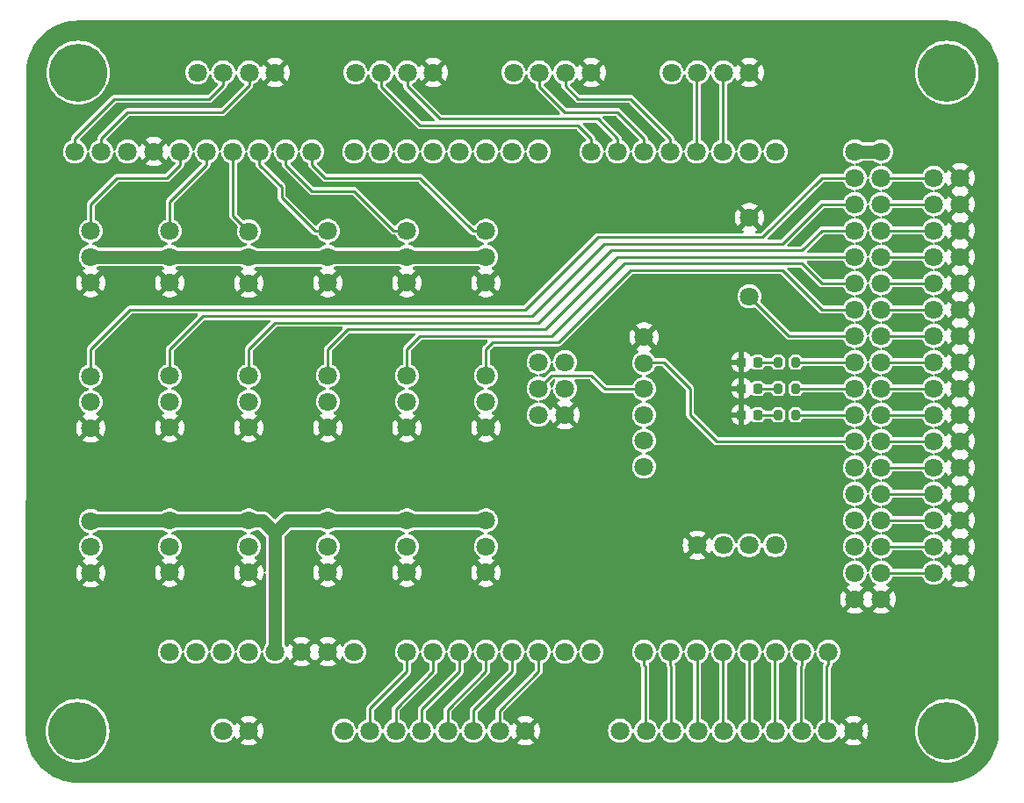
<source format=gbr>
%TF.GenerationSoftware,KiCad,Pcbnew,8.0.5*%
%TF.CreationDate,2025-08-09T00:58:03+07:00*%
%TF.ProjectId,arduino_dummy_shield,61726475-696e-46f5-9f64-756d6d795f73,rev?*%
%TF.SameCoordinates,Original*%
%TF.FileFunction,Copper,L1,Top*%
%TF.FilePolarity,Positive*%
%FSLAX46Y46*%
G04 Gerber Fmt 4.6, Leading zero omitted, Abs format (unit mm)*
G04 Created by KiCad (PCBNEW 8.0.5) date 2025-08-09 00:58:03*
%MOMM*%
%LPD*%
G01*
G04 APERTURE LIST*
G04 Aperture macros list*
%AMRoundRect*
0 Rectangle with rounded corners*
0 $1 Rounding radius*
0 $2 $3 $4 $5 $6 $7 $8 $9 X,Y pos of 4 corners*
0 Add a 4 corners polygon primitive as box body*
4,1,4,$2,$3,$4,$5,$6,$7,$8,$9,$2,$3,0*
0 Add four circle primitives for the rounded corners*
1,1,$1+$1,$2,$3*
1,1,$1+$1,$4,$5*
1,1,$1+$1,$6,$7*
1,1,$1+$1,$8,$9*
0 Add four rect primitives between the rounded corners*
20,1,$1+$1,$2,$3,$4,$5,0*
20,1,$1+$1,$4,$5,$6,$7,0*
20,1,$1+$1,$6,$7,$8,$9,0*
20,1,$1+$1,$8,$9,$2,$3,0*%
G04 Aperture macros list end*
%TA.AperFunction,ComponentPad*%
%ADD10C,1.800000*%
%TD*%
%TA.AperFunction,ComponentPad*%
%ADD11C,5.600000*%
%TD*%
%TA.AperFunction,SMDPad,CuDef*%
%ADD12RoundRect,0.200000X-0.200000X-0.275000X0.200000X-0.275000X0.200000X0.275000X-0.200000X0.275000X0*%
%TD*%
%TA.AperFunction,SMDPad,CuDef*%
%ADD13RoundRect,0.218750X-0.218750X-0.256250X0.218750X-0.256250X0.218750X0.256250X-0.218750X0.256250X0*%
%TD*%
%TA.AperFunction,Conductor*%
%ADD14C,0.254000*%
%TD*%
%TA.AperFunction,Conductor*%
%ADD15C,1.270000*%
%TD*%
G04 APERTURE END LIST*
D10*
%TO.P,J28,1,Pin_1*%
%TO.N,GND*%
X162230000Y-105080000D03*
%TO.P,J28,2,Pin_2*%
%TO.N,/A5*%
X159730000Y-105080000D03*
%TO.P,J28,3,Pin_3*%
%TO.N,/A4*%
X157230000Y-105080000D03*
%TO.P,J28,4,Pin_4*%
%TO.N,/A3*%
X154730000Y-105080000D03*
%TO.P,J28,5,Pin_5*%
%TO.N,/A2*%
X152230000Y-105080000D03*
%TO.P,J28,6,Pin_6*%
%TO.N,/A1*%
X149730000Y-105080000D03*
%TO.P,J28,7,Pin_7*%
%TO.N,/A0*%
X147230000Y-105080000D03*
%TO.P,J28,8,Pin_8*%
%TO.N,+5V*%
X144730000Y-105080000D03*
%TD*%
%TO.P,J23,1,Pin_1*%
%TO.N,+5V*%
X127940000Y-84800000D03*
%TO.P,J23,2,Pin_2*%
%TO.N,/A1*%
X127940000Y-87300000D03*
%TO.P,J23,3,Pin_3*%
%TO.N,GND*%
X127940000Y-89800000D03*
%TD*%
%TO.P,J11,1,Pin_1*%
%TO.N,/30*%
X150800000Y-70830000D03*
%TO.P,J11,2,Pin_2*%
%TO.N,/\u002A3*%
X150800000Y-73330000D03*
%TO.P,J11,3,Pin_3*%
%TO.N,GND*%
X150800000Y-75830000D03*
%TD*%
%TO.P,J17,1,Pin_1*%
%TO.N,/\u002A9*%
X150800000Y-56860000D03*
%TO.P,J17,2,Pin_2*%
%TO.N,VIN*%
X150800000Y-59360000D03*
%TO.P,J17,3,Pin_3*%
%TO.N,GND*%
X150800000Y-61860000D03*
%TD*%
%TO.P,J21,1,Pin_1*%
%TO.N,/\u002A13*%
X120320000Y-56860000D03*
%TO.P,J21,2,Pin_2*%
%TO.N,VIN*%
X120320000Y-59360000D03*
%TO.P,J21,3,Pin_3*%
%TO.N,GND*%
X120320000Y-61860000D03*
%TD*%
%TO.P,J15,1,Pin_1*%
%TO.N,/22*%
X120320000Y-70870000D03*
%TO.P,J15,2,Pin_2*%
%TO.N,/\u002A7*%
X120320000Y-73370000D03*
%TO.P,J15,3,Pin_3*%
%TO.N,GND*%
X120320000Y-75870000D03*
%TD*%
%TO.P,J25,1,Pin_1*%
%TO.N,+5V*%
X143180000Y-84800000D03*
%TO.P,J25,2,Pin_2*%
%TO.N,/A3*%
X143180000Y-87300000D03*
%TO.P,J25,3,Pin_3*%
%TO.N,GND*%
X143180000Y-89800000D03*
%TD*%
D11*
%TO.P,H3,*%
%TO.N,*%
X119100000Y-41580000D03*
%TD*%
D12*
%TO.P,R1,1*%
%TO.N,Net-(D1-A)*%
X186615000Y-69520000D03*
%TO.P,R1,2*%
%TO.N,/36*%
X188265000Y-69520000D03*
%TD*%
D10*
%TO.P,J26,1,Pin_1*%
%TO.N,+5V*%
X150800000Y-84800000D03*
%TO.P,J26,2,Pin_2*%
%TO.N,/A4*%
X150800000Y-87300000D03*
%TO.P,J26,3,Pin_3*%
%TO.N,GND*%
X150800000Y-89800000D03*
%TD*%
%TO.P,J20,1,Pin_1*%
%TO.N,/\u002A12*%
X127940000Y-56860000D03*
%TO.P,J20,2,Pin_2*%
%TO.N,VIN*%
X127940000Y-59360000D03*
%TO.P,J20,3,Pin_3*%
%TO.N,GND*%
X127940000Y-61860000D03*
%TD*%
%TO.P,J19,1,Pin_1*%
%TO.N,/\u002A11*%
X135560000Y-56900000D03*
%TO.P,J19,2,Pin_2*%
%TO.N,VIN*%
X135560000Y-59400000D03*
%TO.P,J19,3,Pin_3*%
%TO.N,GND*%
X135560000Y-61900000D03*
%TD*%
%TO.P,J30,1,Pin_1*%
%TO.N,+5V*%
X186300000Y-87190000D03*
%TO.P,J30,2,Pin_2*%
%TO.N,/A15*%
X183800000Y-87190000D03*
%TO.P,J30,3,Pin_3*%
%TO.N,/A14*%
X181300000Y-87190000D03*
%TO.P,J30,4,Pin_4*%
%TO.N,GND*%
X178800000Y-87190000D03*
%TD*%
%TO.P,J32,1,Pin_1*%
%TO.N,+5V*%
X130600000Y-41580000D03*
%TO.P,J32,2,Pin_2*%
%TO.N,/SCL{slash}21*%
X133100000Y-41580000D03*
%TO.P,J32,3,Pin_3*%
%TO.N,/SDA{slash}20*%
X135600000Y-41580000D03*
%TO.P,J32,4,Pin_4*%
%TO.N,GND*%
X138100000Y-41580000D03*
%TD*%
%TO.P,J24,1,Pin_1*%
%TO.N,+5V*%
X135560000Y-84800000D03*
%TO.P,J24,2,Pin_2*%
%TO.N,/A2*%
X135560000Y-87300000D03*
%TO.P,J24,3,Pin_3*%
%TO.N,GND*%
X135560000Y-89800000D03*
%TD*%
D13*
%TO.P,D2,1,K*%
%TO.N,GND*%
X183058000Y-72060000D03*
%TO.P,D2,2,A*%
%TO.N,Net-(D2-A)*%
X184633000Y-72060000D03*
%TD*%
D11*
%TO.P,H3,*%
%TO.N,*%
X119060000Y-105080000D03*
%TD*%
D10*
%TO.P,J13,1,Pin_1*%
%TO.N,/26*%
X135560000Y-70830000D03*
%TO.P,J13,2,Pin_2*%
%TO.N,/\u002A5*%
X135560000Y-73330000D03*
%TO.P,J13,3,Pin_3*%
%TO.N,GND*%
X135560000Y-75830000D03*
%TD*%
%TO.P,J9,1,Pin_1*%
%TO.N,GND*%
X135560000Y-105080000D03*
%TO.P,J9,2,Pin_2*%
%TO.N,/~{RESET}*%
X133060000Y-105080000D03*
%TD*%
%TO.P,J10,1,Pin_1*%
%TO.N,/32*%
X158420000Y-70830000D03*
%TO.P,J10,2,Pin_2*%
%TO.N,/\u002A2*%
X158420000Y-73330000D03*
%TO.P,J10,3,Pin_3*%
%TO.N,GND*%
X158420000Y-75830000D03*
%TD*%
%TO.P,J16,1,Pin_1*%
%TO.N,/\u002A8*%
X158420000Y-56860000D03*
%TO.P,J16,2,Pin_2*%
%TO.N,VIN*%
X158420000Y-59360000D03*
%TO.P,J16,3,Pin_3*%
%TO.N,GND*%
X158420000Y-61860000D03*
%TD*%
D13*
%TO.P,D1,1,K*%
%TO.N,GND*%
X183058000Y-69520000D03*
%TO.P,D1,2,A*%
%TO.N,Net-(D1-A)*%
X184633000Y-69520000D03*
%TD*%
D11*
%TO.P,H3,*%
%TO.N,*%
X202870000Y-105080000D03*
%TD*%
D12*
%TO.P,R2,1*%
%TO.N,Net-(D2-A)*%
X186615000Y-72060000D03*
%TO.P,R2,2*%
%TO.N,/38*%
X188265000Y-72060000D03*
%TD*%
%TO.P,R3,1*%
%TO.N,Net-(D3-A)*%
X186615000Y-74600000D03*
%TO.P,R3,2*%
%TO.N,/40*%
X188265000Y-74600000D03*
%TD*%
D10*
%TO.P,BZ1,1,+*%
%TO.N,/34*%
X183820000Y-63170000D03*
%TO.P,BZ1,2,-*%
%TO.N,GND*%
X183820000Y-55570000D03*
%TD*%
%TO.P,J35,1,Pin_1*%
%TO.N,+5V*%
X145840000Y-41580000D03*
%TO.P,J35,2,Pin_2*%
%TO.N,/TX3{slash}14*%
X148340000Y-41580000D03*
%TO.P,J35,3,Pin_3*%
%TO.N,/RX3{slash}15*%
X150840000Y-41580000D03*
%TO.P,J35,4,Pin_4*%
%TO.N,GND*%
X153340000Y-41580000D03*
%TD*%
D11*
%TO.P,H3,*%
%TO.N,*%
X202870000Y-41580000D03*
%TD*%
D10*
%TO.P,J18,1,Pin_1*%
%TO.N,/\u002A10*%
X143180000Y-56860000D03*
%TO.P,J18,2,Pin_2*%
%TO.N,VIN*%
X143180000Y-59360000D03*
%TO.P,J18,3,Pin_3*%
%TO.N,GND*%
X143180000Y-61860000D03*
%TD*%
%TO.P,J34,1,Pin_1*%
%TO.N,+5V*%
X161080000Y-41580000D03*
%TO.P,J34,2,Pin_2*%
%TO.N,/TX2{slash}16*%
X163580000Y-41580000D03*
%TO.P,J34,3,Pin_3*%
%TO.N,/RX2{slash}17*%
X166080000Y-41580000D03*
%TO.P,J34,4,Pin_4*%
%TO.N,GND*%
X168580000Y-41580000D03*
%TD*%
%TO.P,J36,1,Pin_1*%
%TO.N,GND*%
X204140000Y-89840000D03*
%TO.P,J36,2,Pin_2*%
%TO.N,/53*%
X201600000Y-89840000D03*
%TO.P,J36,3,Pin_3*%
%TO.N,GND*%
X204140000Y-87300000D03*
%TO.P,J36,4,Pin_4*%
%TO.N,/51*%
X201600000Y-87300000D03*
%TO.P,J36,5,Pin_5*%
%TO.N,GND*%
X204140000Y-84760000D03*
%TO.P,J36,6,Pin_6*%
%TO.N,/49*%
X201600000Y-84760000D03*
%TO.P,J36,7,Pin_7*%
%TO.N,GND*%
X204140000Y-82220000D03*
%TO.P,J36,8,Pin_8*%
%TO.N,/47*%
X201600000Y-82220000D03*
%TO.P,J36,9,Pin_9*%
%TO.N,GND*%
X204140000Y-79680000D03*
%TO.P,J36,10,Pin_10*%
%TO.N,/\u002A45*%
X201600000Y-79680000D03*
%TO.P,J36,11,Pin_11*%
%TO.N,GND*%
X204140000Y-77140000D03*
%TO.P,J36,12,Pin_12*%
%TO.N,/43*%
X201600000Y-77140000D03*
%TO.P,J36,13,Pin_13*%
%TO.N,GND*%
X204140000Y-74600000D03*
%TO.P,J36,14,Pin_14*%
%TO.N,/41*%
X201600000Y-74600000D03*
%TO.P,J36,15,Pin_15*%
%TO.N,GND*%
X204140000Y-72060000D03*
%TO.P,J36,16,Pin_16*%
%TO.N,/39*%
X201600000Y-72060000D03*
%TO.P,J36,17,Pin_17*%
%TO.N,GND*%
X204140000Y-69520000D03*
%TO.P,J36,18,Pin_18*%
%TO.N,/37*%
X201600000Y-69520000D03*
%TO.P,J36,19,Pin_19*%
%TO.N,GND*%
X204140000Y-66980000D03*
%TO.P,J36,20,Pin_20*%
%TO.N,/35*%
X201600000Y-66980000D03*
%TO.P,J36,21,Pin_21*%
%TO.N,GND*%
X204140000Y-64440000D03*
%TO.P,J36,22,Pin_22*%
%TO.N,/33*%
X201600000Y-64440000D03*
%TO.P,J36,23,Pin_23*%
%TO.N,GND*%
X204140000Y-61900000D03*
%TO.P,J36,24,Pin_24*%
%TO.N,/31*%
X201600000Y-61900000D03*
%TO.P,J36,25,Pin_25*%
%TO.N,GND*%
X204140000Y-59360000D03*
%TO.P,J36,26,Pin_26*%
%TO.N,/29*%
X201600000Y-59360000D03*
%TO.P,J36,27,Pin_27*%
%TO.N,GND*%
X204140000Y-56820000D03*
%TO.P,J36,28,Pin_28*%
%TO.N,/27*%
X201600000Y-56820000D03*
%TO.P,J36,29,Pin_29*%
%TO.N,GND*%
X204140000Y-54280000D03*
%TO.P,J36,30,Pin_30*%
%TO.N,/25*%
X201600000Y-54280000D03*
%TO.P,J36,31,Pin_31*%
%TO.N,GND*%
X204140000Y-51740000D03*
%TO.P,J36,32,Pin_32*%
%TO.N,/23*%
X201600000Y-51740000D03*
%TD*%
%TO.P,J22,1,Pin_1*%
%TO.N,+5V*%
X120320000Y-84840000D03*
%TO.P,J22,2,Pin_2*%
%TO.N,/A0*%
X120320000Y-87340000D03*
%TO.P,J22,3,Pin_3*%
%TO.N,GND*%
X120320000Y-89840000D03*
%TD*%
%TO.P,J31,1,Pin_1*%
%TO.N,GND*%
X173660000Y-67100000D03*
%TO.P,J31,2,Pin_2*%
%TO.N,/42*%
X173660000Y-69600000D03*
%TO.P,J31,3,Pin_3*%
%TO.N,/CLK*%
X173660000Y-72100000D03*
%TO.P,J31,4,Pin_4*%
%TO.N,/MISO*%
X173660000Y-74600000D03*
%TO.P,J31,5,Pin_5*%
%TO.N,/MOSI*%
X173660000Y-77100000D03*
%TO.P,J31,6,Pin_6*%
%TO.N,+5V*%
X173660000Y-79600000D03*
%TD*%
D13*
%TO.P,D3,1,K*%
%TO.N,GND*%
X183058000Y-74600000D03*
%TO.P,D3,2,A*%
%TO.N,Net-(D3-A)*%
X184633000Y-74600000D03*
%TD*%
D10*
%TO.P,J29,1,Pin_1*%
%TO.N,GND*%
X193860000Y-105080000D03*
%TO.P,J29,2,Pin_2*%
%TO.N,/A15*%
X191360000Y-105080000D03*
%TO.P,J29,3,Pin_3*%
%TO.N,/A14*%
X188860000Y-105080000D03*
%TO.P,J29,4,Pin_4*%
%TO.N,/A13*%
X186360000Y-105080000D03*
%TO.P,J29,5,Pin_5*%
%TO.N,/A12*%
X183860000Y-105080000D03*
%TO.P,J29,6,Pin_6*%
%TO.N,/A11*%
X181360000Y-105080000D03*
%TO.P,J29,7,Pin_7*%
%TO.N,/A10*%
X178860000Y-105080000D03*
%TO.P,J29,8,Pin_8*%
%TO.N,/A9*%
X176360000Y-105080000D03*
%TO.P,J29,9,Pin_9*%
%TO.N,/A8*%
X173860000Y-105080000D03*
%TO.P,J29,10,Pin_10*%
%TO.N,+5V*%
X171360000Y-105080000D03*
%TD*%
%TO.P,J33,1,Pin_1*%
%TO.N,+5V*%
X176320000Y-41580000D03*
%TO.P,J33,2,Pin_2*%
%TO.N,/TX1{slash}18*%
X178820000Y-41580000D03*
%TO.P,J33,3,Pin_3*%
%TO.N,/RX1{slash}19*%
X181320000Y-41580000D03*
%TO.P,J33,4,Pin_4*%
%TO.N,GND*%
X183820000Y-41580000D03*
%TD*%
%TO.P,J27,1,Pin_1*%
%TO.N,+5V*%
X158420000Y-84800000D03*
%TO.P,J27,2,Pin_2*%
%TO.N,/A5*%
X158420000Y-87300000D03*
%TO.P,J27,3,Pin_3*%
%TO.N,GND*%
X158420000Y-89800000D03*
%TD*%
%TO.P,J14,1,Pin_1*%
%TO.N,/24*%
X127940000Y-70830000D03*
%TO.P,J14,2,Pin_2*%
%TO.N,/\u002A6*%
X127940000Y-73330000D03*
%TO.P,J14,3,Pin_3*%
%TO.N,GND*%
X127940000Y-75830000D03*
%TD*%
%TO.P,J12,1,Pin_1*%
%TO.N,/28*%
X143180000Y-70830000D03*
%TO.P,J12,2,Pin_2*%
%TO.N,/\u002A4*%
X143180000Y-73330000D03*
%TO.P,J12,3,Pin_3*%
%TO.N,GND*%
X143180000Y-75830000D03*
%TD*%
%TO.P,J4,1,Pin_1*%
%TO.N,/\u002A7*%
X145720000Y-49200000D03*
%TO.P,J4,2,Pin_2*%
%TO.N,/\u002A6*%
X148260000Y-49200000D03*
%TO.P,J4,3,Pin_3*%
%TO.N,/\u002A5*%
X150800000Y-49200000D03*
%TO.P,J4,4,Pin_4*%
%TO.N,/\u002A4*%
X153340000Y-49200000D03*
%TO.P,J4,5,Pin_5*%
%TO.N,/\u002A3*%
X155880000Y-49200000D03*
%TO.P,J4,6,Pin_6*%
%TO.N,/\u002A2*%
X158420000Y-49200000D03*
%TO.P,J4,7,Pin_7*%
%TO.N,/TX0{slash}1*%
X160960000Y-49200000D03*
%TO.P,J4,8,Pin_8*%
%TO.N,/RX0{slash}0*%
X163500000Y-49200000D03*
%TD*%
%TO.P,J5,1,Pin_1*%
%TO.N,/A8*%
X173660000Y-97460000D03*
%TO.P,J5,2,Pin_2*%
%TO.N,/A9*%
X176200000Y-97460000D03*
%TO.P,J5,3,Pin_3*%
%TO.N,/A10*%
X178740000Y-97460000D03*
%TO.P,J5,4,Pin_4*%
%TO.N,/A11*%
X181280000Y-97460000D03*
%TO.P,J5,5,Pin_5*%
%TO.N,/A12*%
X183820000Y-97460000D03*
%TO.P,J5,6,Pin_6*%
%TO.N,/A13*%
X186360000Y-97460000D03*
%TO.P,J5,7,Pin_7*%
%TO.N,/A14*%
X188900000Y-97460000D03*
%TO.P,J5,8,Pin_8*%
%TO.N,/A15*%
X191440000Y-97460000D03*
%TD*%
%TO.P,J1,1,Pin_1*%
%TO.N,unconnected-(J1-Pin_1-Pad1)*%
X127940000Y-97460000D03*
%TO.P,J1,2,Pin_2*%
%TO.N,/IOREF*%
X130480000Y-97460000D03*
%TO.P,J1,3,Pin_3*%
%TO.N,/~{RESET}*%
X133020000Y-97460000D03*
%TO.P,J1,4,Pin_4*%
%TO.N,+3V3*%
X135560000Y-97460000D03*
%TO.P,J1,5,Pin_5*%
%TO.N,+5V*%
X138100000Y-97460000D03*
%TO.P,J1,6,Pin_6*%
%TO.N,GND*%
X140640000Y-97460000D03*
%TO.P,J1,7,Pin_7*%
X143180000Y-97460000D03*
%TO.P,J1,8,Pin_8*%
%TO.N,VIN*%
X145720000Y-97460000D03*
%TD*%
%TO.P,J3,1,Pin_1*%
%TO.N,/A0*%
X150800000Y-97460000D03*
%TO.P,J3,2,Pin_2*%
%TO.N,/A1*%
X153340000Y-97460000D03*
%TO.P,J3,3,Pin_3*%
%TO.N,/A2*%
X155880000Y-97460000D03*
%TO.P,J3,4,Pin_4*%
%TO.N,/A3*%
X158420000Y-97460000D03*
%TO.P,J3,5,Pin_5*%
%TO.N,/A4*%
X160960000Y-97460000D03*
%TO.P,J3,6,Pin_6*%
%TO.N,/A5*%
X163500000Y-97460000D03*
%TO.P,J3,7,Pin_7*%
%TO.N,/A6*%
X166040000Y-97460000D03*
%TO.P,J3,8,Pin_8*%
%TO.N,/A7*%
X168580000Y-97460000D03*
%TD*%
%TO.P,J2,1,Pin_1*%
%TO.N,/SCL{slash}21*%
X118796000Y-49200000D03*
%TO.P,J2,2,Pin_2*%
%TO.N,/SDA{slash}20*%
X121336000Y-49200000D03*
%TO.P,J2,3,Pin_3*%
%TO.N,/AREF*%
X123876000Y-49200000D03*
%TO.P,J2,4,Pin_4*%
%TO.N,GND*%
X126416000Y-49200000D03*
%TO.P,J2,5,Pin_5*%
%TO.N,/\u002A13*%
X128956000Y-49200000D03*
%TO.P,J2,6,Pin_6*%
%TO.N,/\u002A12*%
X131496000Y-49200000D03*
%TO.P,J2,7,Pin_7*%
%TO.N,/\u002A11*%
X134036000Y-49200000D03*
%TO.P,J2,8,Pin_8*%
%TO.N,/\u002A10*%
X136576000Y-49200000D03*
%TO.P,J2,9,Pin_9*%
%TO.N,/\u002A9*%
X139116000Y-49200000D03*
%TO.P,J2,10,Pin_10*%
%TO.N,/\u002A8*%
X141656000Y-49200000D03*
%TD*%
%TO.P,J6,1,Pin_1*%
%TO.N,/TX3{slash}14*%
X168580000Y-49200000D03*
%TO.P,J6,2,Pin_2*%
%TO.N,/RX3{slash}15*%
X171120000Y-49200000D03*
%TO.P,J6,3,Pin_3*%
%TO.N,/TX2{slash}16*%
X173660000Y-49200000D03*
%TO.P,J6,4,Pin_4*%
%TO.N,/RX2{slash}17*%
X176200000Y-49200000D03*
%TO.P,J6,5,Pin_5*%
%TO.N,/TX1{slash}18*%
X178740000Y-49200000D03*
%TO.P,J6,6,Pin_6*%
%TO.N,/RX1{slash}19*%
X181280000Y-49200000D03*
%TO.P,J6,7,Pin_7*%
%TO.N,/SDA{slash}20*%
X183820000Y-49200000D03*
%TO.P,J6,8,Pin_8*%
%TO.N,/SCL{slash}21*%
X186360000Y-49200000D03*
%TD*%
%TO.P,J7,1,Pin_1*%
%TO.N,GND*%
X193980000Y-92380000D03*
%TO.P,J7,2,Pin_2*%
X196520000Y-92380000D03*
%TO.P,J7,3,Pin_3*%
%TO.N,/\u002A52*%
X193980000Y-89840000D03*
%TO.P,J7,4,Pin_4*%
%TO.N,/53*%
X196520000Y-89840000D03*
%TO.P,J7,5,Pin_5*%
%TO.N,/50*%
X193980000Y-87300000D03*
%TO.P,J7,6,Pin_6*%
%TO.N,/51*%
X196520000Y-87300000D03*
%TO.P,J7,7,Pin_7*%
%TO.N,/48*%
X193980000Y-84760000D03*
%TO.P,J7,8,Pin_8*%
%TO.N,/49*%
X196520000Y-84760000D03*
%TO.P,J7,9,Pin_9*%
%TO.N,/\u002A46*%
X193980000Y-82220000D03*
%TO.P,J7,10,Pin_10*%
%TO.N,/47*%
X196520000Y-82220000D03*
%TO.P,J7,11,Pin_11*%
%TO.N,/\u002A44*%
X193980000Y-79680000D03*
%TO.P,J7,12,Pin_12*%
%TO.N,/\u002A45*%
X196520000Y-79680000D03*
%TO.P,J7,13,Pin_13*%
%TO.N,/42*%
X193980000Y-77140000D03*
%TO.P,J7,14,Pin_14*%
%TO.N,/43*%
X196520000Y-77140000D03*
%TO.P,J7,15,Pin_15*%
%TO.N,/40*%
X193980000Y-74600000D03*
%TO.P,J7,16,Pin_16*%
%TO.N,/41*%
X196520000Y-74600000D03*
%TO.P,J7,17,Pin_17*%
%TO.N,/38*%
X193980000Y-72060000D03*
%TO.P,J7,18,Pin_18*%
%TO.N,/39*%
X196520000Y-72060000D03*
%TO.P,J7,19,Pin_19*%
%TO.N,/36*%
X193980000Y-69520000D03*
%TO.P,J7,20,Pin_20*%
%TO.N,/37*%
X196520000Y-69520000D03*
%TO.P,J7,21,Pin_21*%
%TO.N,/34*%
X193980000Y-66980000D03*
%TO.P,J7,22,Pin_22*%
%TO.N,/35*%
X196520000Y-66980000D03*
%TO.P,J7,23,Pin_23*%
%TO.N,/32*%
X193980000Y-64440000D03*
%TO.P,J7,24,Pin_24*%
%TO.N,/33*%
X196520000Y-64440000D03*
%TO.P,J7,25,Pin_25*%
%TO.N,/30*%
X193980000Y-61900000D03*
%TO.P,J7,26,Pin_26*%
%TO.N,/31*%
X196520000Y-61900000D03*
%TO.P,J7,27,Pin_27*%
%TO.N,/28*%
X193980000Y-59360000D03*
%TO.P,J7,28,Pin_28*%
%TO.N,/29*%
X196520000Y-59360000D03*
%TO.P,J7,29,Pin_29*%
%TO.N,/26*%
X193980000Y-56820000D03*
%TO.P,J7,30,Pin_30*%
%TO.N,/27*%
X196520000Y-56820000D03*
%TO.P,J7,31,Pin_31*%
%TO.N,/24*%
X193980000Y-54280000D03*
%TO.P,J7,32,Pin_32*%
%TO.N,/25*%
X196520000Y-54280000D03*
%TO.P,J7,33,Pin_33*%
%TO.N,/22*%
X193980000Y-51740000D03*
%TO.P,J7,34,Pin_34*%
%TO.N,/23*%
X196520000Y-51740000D03*
%TO.P,J7,35,Pin_35*%
%TO.N,+5V*%
X193980000Y-49200000D03*
%TO.P,J7,36,Pin_36*%
X196520000Y-49200000D03*
%TD*%
%TO.P,J8,1,Pin_1*%
%TO.N,+5V*%
X166040000Y-69520000D03*
%TO.P,J8,2,Pin_2*%
%TO.N,/MISO*%
X163500000Y-69520000D03*
%TO.P,J8,3,Pin_3*%
%TO.N,/MOSI*%
X166040000Y-72060000D03*
%TO.P,J8,4,Pin_4*%
%TO.N,/CLK*%
X163500000Y-72060000D03*
%TO.P,J8,5,Pin_5*%
%TO.N,GND*%
X166040000Y-74600000D03*
%TO.P,J8,6,Pin_6*%
%TO.N,unconnected-(J8-Pin_6-Pad6)*%
X163500000Y-74600000D03*
%TD*%
D14*
%TO.N,/53*%
X196520000Y-89840000D02*
X201600000Y-89840000D01*
%TO.N,/51*%
X196520000Y-87300000D02*
X201600000Y-87300000D01*
%TO.N,/49*%
X196520000Y-84760000D02*
X201600000Y-84760000D01*
%TO.N,/47*%
X196520000Y-82220000D02*
X201600000Y-82220000D01*
%TO.N,/\u002A45*%
X201600000Y-79680000D02*
X196520000Y-79680000D01*
%TO.N,/42*%
X180645000Y-77140000D02*
X178105000Y-74600000D01*
X178105000Y-74600000D02*
X178105000Y-72060000D01*
X178105000Y-72060000D02*
X175565000Y-69520000D01*
X193980000Y-77140000D02*
X180645000Y-77140000D01*
X175565000Y-69520000D02*
X173740000Y-69520000D01*
X173740000Y-69520000D02*
X173660000Y-69600000D01*
%TO.N,/43*%
X196520000Y-77140000D02*
X201600000Y-77140000D01*
%TO.N,/40*%
X188265000Y-74600000D02*
X193980000Y-74600000D01*
%TO.N,/41*%
X196520000Y-74600000D02*
X201600000Y-74600000D01*
%TO.N,/38*%
X193980000Y-72060000D02*
X188265000Y-72060000D01*
%TO.N,/39*%
X196520000Y-72060000D02*
X201600000Y-72060000D01*
%TO.N,/36*%
X193980000Y-69520000D02*
X188265000Y-69520000D01*
%TO.N,/37*%
X196520000Y-69520000D02*
X201600000Y-69520000D01*
%TO.N,/34*%
X187630000Y-66980000D02*
X183820000Y-63170000D01*
X193980000Y-66980000D02*
X187630000Y-66980000D01*
%TO.N,/35*%
X196520000Y-66980000D02*
X201600000Y-66980000D01*
%TO.N,/32*%
X193980000Y-64440000D02*
X190805000Y-64440000D01*
X158420000Y-68250000D02*
X158420000Y-70830000D01*
X165405000Y-67615000D02*
X159055000Y-67615000D01*
X186995000Y-60630000D02*
X172390000Y-60630000D01*
X159055000Y-67615000D02*
X158420000Y-68250000D01*
X190805000Y-64440000D02*
X186995000Y-60630000D01*
X172390000Y-60630000D02*
X165405000Y-67615000D01*
%TO.N,/33*%
X201600000Y-64440000D02*
X196520000Y-64440000D01*
%TO.N,/30*%
X190805000Y-61900000D02*
X188900000Y-59995000D01*
X171755000Y-59995000D02*
X164770000Y-66980000D01*
X150800000Y-68250000D02*
X150800000Y-70650000D01*
X193980000Y-61900000D02*
X190805000Y-61900000D01*
X164770000Y-66980000D02*
X152070000Y-66980000D01*
X188900000Y-59995000D02*
X171755000Y-59995000D01*
X152070000Y-66980000D02*
X150800000Y-68250000D01*
%TO.N,/31*%
X196520000Y-61900000D02*
X201600000Y-61900000D01*
%TO.N,/28*%
X143180000Y-68250000D02*
X145085000Y-66345000D01*
X171120000Y-59360000D02*
X193980000Y-59360000D01*
X145085000Y-66345000D02*
X164135000Y-66345000D01*
X164135000Y-66345000D02*
X171120000Y-59360000D01*
X143180000Y-70470000D02*
X143180000Y-68250000D01*
%TO.N,/29*%
X196520000Y-59360000D02*
X201600000Y-59360000D01*
%TO.N,/26*%
X163500000Y-65710000D02*
X138100000Y-65710000D01*
X193980000Y-56820000D02*
X190805000Y-56820000D01*
X190805000Y-56820000D02*
X188900000Y-58725000D01*
X138100000Y-65710000D02*
X135560000Y-68250000D01*
X170485000Y-58725000D02*
X163500000Y-65710000D01*
X188900000Y-58725000D02*
X170485000Y-58725000D01*
X135560000Y-68250000D02*
X135560000Y-70290000D01*
%TO.N,/27*%
X196520000Y-56820000D02*
X201600000Y-56820000D01*
%TO.N,/24*%
X186995000Y-58090000D02*
X169850000Y-58090000D01*
X169850000Y-58090000D02*
X162865000Y-65075000D01*
X162865000Y-65075000D02*
X131115000Y-65075000D01*
X190805000Y-54280000D02*
X186995000Y-58090000D01*
X127940000Y-68250000D02*
X127940000Y-70830000D01*
X193980000Y-54280000D02*
X190805000Y-54280000D01*
X131115000Y-65075000D02*
X127940000Y-68250000D01*
%TO.N,/25*%
X196520000Y-54280000D02*
X201600000Y-54280000D01*
%TO.N,/22*%
X124130000Y-64440000D02*
X162230000Y-64440000D01*
X120320000Y-70870000D02*
X120320000Y-68250000D01*
X190805000Y-51740000D02*
X193980000Y-51740000D01*
X162230000Y-64440000D02*
X169215000Y-57455000D01*
X185090000Y-57455000D02*
X190805000Y-51740000D01*
X169215000Y-57455000D02*
X185090000Y-57455000D01*
X120320000Y-68250000D02*
X124130000Y-64440000D01*
%TO.N,/23*%
X196520000Y-51740000D02*
X201600000Y-51740000D01*
D15*
%TO.N,+5V*%
X144730000Y-105080000D02*
X144450000Y-105080000D01*
X120320000Y-84840000D02*
X120360000Y-84800000D01*
X138100000Y-97460000D02*
X138100000Y-85980000D01*
X138100000Y-85980000D02*
X139280000Y-84800000D01*
X136920000Y-84800000D02*
X138100000Y-85980000D01*
X139280000Y-84800000D02*
X143000000Y-84800000D01*
X193980000Y-49200000D02*
X196520000Y-49200000D01*
X143000000Y-84800000D02*
X158420000Y-84800000D01*
X120360000Y-84800000D02*
X136920000Y-84800000D01*
D14*
%TO.N,/A0*%
X150800000Y-99365000D02*
X150800000Y-97460000D01*
X147230000Y-105080000D02*
X147230000Y-102935000D01*
X147230000Y-102935000D02*
X150800000Y-99365000D01*
%TO.N,/A1*%
X149730000Y-102975000D02*
X153340000Y-99365000D01*
X153340000Y-99365000D02*
X153340000Y-97460000D01*
X149730000Y-105080000D02*
X149730000Y-102975000D01*
%TO.N,/A2*%
X155880000Y-99365000D02*
X152230000Y-103015000D01*
X155880000Y-97460000D02*
X155880000Y-99365000D01*
X152230000Y-103015000D02*
X152230000Y-105080000D01*
%TO.N,/A3*%
X154730000Y-105080000D02*
X154730000Y-103055000D01*
X154730000Y-103055000D02*
X158420000Y-99365000D01*
X158420000Y-99365000D02*
X158420000Y-97460000D01*
%TO.N,/A4*%
X157230000Y-103095000D02*
X160960000Y-99365000D01*
X157230000Y-105080000D02*
X157230000Y-103095000D01*
X160960000Y-99365000D02*
X160960000Y-97460000D01*
%TO.N,/A5*%
X163500000Y-99365000D02*
X163500000Y-97460000D01*
X159730000Y-103135000D02*
X163500000Y-99365000D01*
X159730000Y-105080000D02*
X159730000Y-103135000D01*
%TO.N,/A8*%
X173660000Y-98730000D02*
X173660000Y-97460000D01*
X173780000Y-98850000D02*
X173660000Y-98730000D01*
X173780000Y-105080000D02*
X173780000Y-98850000D01*
%TO.N,/A9*%
X176200000Y-98730000D02*
X176280000Y-98810000D01*
X176200000Y-97460000D02*
X176200000Y-98730000D01*
X176280000Y-98810000D02*
X176280000Y-105080000D01*
%TO.N,/A10*%
X178780000Y-105080000D02*
X178780000Y-97500000D01*
X178780000Y-97500000D02*
X178740000Y-97460000D01*
%TO.N,/A11*%
X181280000Y-105080000D02*
X181280000Y-97460000D01*
%TO.N,/A12*%
X183820000Y-105040000D02*
X183780000Y-105080000D01*
X183820000Y-97460000D02*
X183820000Y-105040000D01*
%TO.N,/A13*%
X186280000Y-97540000D02*
X186360000Y-97460000D01*
X186280000Y-105080000D02*
X186280000Y-97540000D01*
%TO.N,/A14*%
X188780000Y-98850000D02*
X188780000Y-105080000D01*
X188900000Y-97460000D02*
X188900000Y-98730000D01*
X188900000Y-98730000D02*
X188780000Y-98850000D01*
%TO.N,/A15*%
X191280000Y-105080000D02*
X191280000Y-98857000D01*
X191440000Y-98697000D02*
X191280000Y-98857000D01*
X191440000Y-97460000D02*
X191440000Y-98697000D01*
%TO.N,/\u002A13*%
X127686000Y-51740000D02*
X122860000Y-51740000D01*
X122860000Y-51740000D02*
X120320000Y-54280000D01*
X120320000Y-54280000D02*
X120320000Y-56860000D01*
X128956000Y-49200000D02*
X128956000Y-50470000D01*
X128956000Y-50470000D02*
X127686000Y-51740000D01*
%TO.N,/\u002A12*%
X131496000Y-49200000D02*
X131496000Y-50470000D01*
X127940000Y-54026000D02*
X127940000Y-56860000D01*
X131496000Y-50470000D02*
X127940000Y-54026000D01*
%TO.N,/\u002A11*%
X134036000Y-55376000D02*
X135560000Y-56900000D01*
X134036000Y-49200000D02*
X134036000Y-55376000D01*
%TO.N,/\u002A10*%
X136576000Y-50470000D02*
X138735000Y-52629000D01*
X136576000Y-49200000D02*
X136576000Y-50470000D01*
X138735000Y-52629000D02*
X138735000Y-53645000D01*
X141950000Y-56860000D02*
X143180000Y-56860000D01*
X138735000Y-53645000D02*
X141950000Y-56860000D01*
%TO.N,/\u002A9*%
X141656000Y-53010000D02*
X145720000Y-53010000D01*
X149530000Y-56820000D02*
X150760000Y-56820000D01*
X145720000Y-53010000D02*
X149530000Y-56820000D01*
X139116000Y-50470000D02*
X141656000Y-53010000D01*
X139116000Y-49200000D02*
X139116000Y-50470000D01*
X150760000Y-56820000D02*
X150800000Y-56860000D01*
%TO.N,/\u002A8*%
X141656000Y-49200000D02*
X141656000Y-50470000D01*
X141656000Y-50470000D02*
X142926000Y-51740000D01*
X142926000Y-51740000D02*
X152070000Y-51740000D01*
X157190000Y-56860000D02*
X158420000Y-56860000D01*
X152070000Y-51740000D02*
X157190000Y-56860000D01*
%TO.N,/TX3{slash}14*%
X168580000Y-49200000D02*
X168580000Y-47930000D01*
X148340000Y-42930000D02*
X148340000Y-41580000D01*
X167310000Y-46660000D02*
X152070000Y-46660000D01*
X168580000Y-47930000D02*
X167310000Y-46660000D01*
X152070000Y-46660000D02*
X148340000Y-42930000D01*
%TO.N,/RX3{slash}15*%
X171120000Y-49200000D02*
X171120000Y-47930000D01*
X153975000Y-46025000D02*
X150840000Y-42890000D01*
X150840000Y-42890000D02*
X150840000Y-41580000D01*
X171120000Y-47930000D02*
X169215000Y-46025000D01*
X169215000Y-46025000D02*
X153975000Y-46025000D01*
%TO.N,/TX2{slash}16*%
X163580000Y-42930000D02*
X163580000Y-41580000D01*
X173660000Y-49200000D02*
X173660000Y-47930000D01*
X173660000Y-47930000D02*
X171120000Y-45390000D01*
X171120000Y-45390000D02*
X166040000Y-45390000D01*
X166040000Y-45390000D02*
X163580000Y-42930000D01*
%TO.N,/RX2{slash}17*%
X166080000Y-41580000D02*
X166080000Y-42890000D01*
X166080000Y-42890000D02*
X167310000Y-44120000D01*
X176200000Y-47930000D02*
X176200000Y-49200000D01*
X167310000Y-44120000D02*
X172390000Y-44120000D01*
X172390000Y-44120000D02*
X176200000Y-47930000D01*
%TO.N,/TX1{slash}18*%
X178740000Y-49200000D02*
X178740000Y-41660000D01*
%TO.N,/RX1{slash}19*%
X181280000Y-49200000D02*
X181280000Y-41620000D01*
%TO.N,/SDA{slash}20*%
X133020000Y-45390000D02*
X135600000Y-42810000D01*
X121336000Y-47930000D02*
X123876000Y-45390000D01*
X123876000Y-45390000D02*
X133020000Y-45390000D01*
X121336000Y-49200000D02*
X121336000Y-47930000D01*
X135600000Y-42810000D02*
X135600000Y-41580000D01*
%TO.N,/SCL{slash}21*%
X122606000Y-44120000D02*
X131750000Y-44120000D01*
X133100000Y-42770000D02*
X133100000Y-41580000D01*
X118796000Y-49200000D02*
X118796000Y-47930000D01*
X118796000Y-47930000D02*
X122606000Y-44120000D01*
X131750000Y-44120000D02*
X133100000Y-42770000D01*
D15*
%TO.N,VIN*%
X135520000Y-59360000D02*
X135560000Y-59400000D01*
X120320000Y-59360000D02*
X127940000Y-59360000D01*
X143180000Y-59360000D02*
X150800000Y-59360000D01*
X135560000Y-59400000D02*
X143140000Y-59400000D01*
X143140000Y-59400000D02*
X143180000Y-59360000D01*
X127940000Y-59360000D02*
X135520000Y-59360000D01*
X150800000Y-59360000D02*
X158420000Y-59360000D01*
D14*
%TO.N,/CLK*%
X168580000Y-70790000D02*
X164770000Y-70790000D01*
X173620000Y-72060000D02*
X173660000Y-72100000D01*
X169890000Y-72100000D02*
X168580000Y-70790000D01*
X173660000Y-72100000D02*
X169890000Y-72100000D01*
X164770000Y-70790000D02*
X163500000Y-72060000D01*
%TO.N,/MOSI*%
X173620000Y-77140000D02*
X173660000Y-77100000D01*
%TO.N,Net-(D1-A)*%
X186488000Y-69520000D02*
X184633000Y-69520000D01*
%TO.N,Net-(D2-A)*%
X186488000Y-72060000D02*
X184633000Y-72060000D01*
%TO.N,Net-(D3-A)*%
X186488000Y-74600000D02*
X184633000Y-74600000D01*
%TD*%
%TA.AperFunction,Conductor*%
%TO.N,GND*%
G36*
X136567488Y-85709502D02*
G01*
X136588462Y-85726405D01*
X137173595Y-86311538D01*
X137207621Y-86373850D01*
X137210500Y-86400633D01*
X137210500Y-89621900D01*
X137190498Y-89690021D01*
X137136842Y-89736514D01*
X137066568Y-89746618D01*
X137001988Y-89717124D01*
X136963604Y-89657398D01*
X136958930Y-89632305D01*
X136953555Y-89567450D01*
X136896275Y-89341256D01*
X136896273Y-89341252D01*
X136802544Y-89127572D01*
X136719201Y-89000007D01*
X136044157Y-89675051D01*
X136025925Y-89607007D01*
X135960099Y-89492993D01*
X135867007Y-89399901D01*
X135752993Y-89334075D01*
X135684947Y-89315841D01*
X136361318Y-88639470D01*
X136332740Y-88617227D01*
X136146657Y-88516525D01*
X136096266Y-88466512D01*
X136080914Y-88397195D01*
X136105474Y-88330582D01*
X136140292Y-88298586D01*
X136258722Y-88225258D01*
X136416841Y-88081114D01*
X136545781Y-87910370D01*
X136641151Y-87718840D01*
X136699704Y-87513048D01*
X136711541Y-87385307D01*
X136719446Y-87300004D01*
X136719446Y-87299995D01*
X136703411Y-87126955D01*
X136699704Y-87086952D01*
X136641151Y-86881160D01*
X136545781Y-86689630D01*
X136513657Y-86647091D01*
X136416844Y-86518889D01*
X136415399Y-86517572D01*
X136258722Y-86374742D01*
X136258721Y-86374741D01*
X136258720Y-86374740D01*
X136076821Y-86262113D01*
X136076814Y-86262109D01*
X136076810Y-86262107D01*
X136076805Y-86262105D01*
X135877301Y-86184816D01*
X135877303Y-86184816D01*
X135867099Y-86182908D01*
X135818661Y-86173854D01*
X135755377Y-86141676D01*
X135719535Y-86080391D01*
X135722516Y-86009457D01*
X135763373Y-85951395D01*
X135818660Y-85926145D01*
X135877297Y-85915185D01*
X136076810Y-85837893D01*
X136141424Y-85797886D01*
X136258713Y-85725264D01*
X136258714Y-85725262D01*
X136258722Y-85725258D01*
X136261874Y-85722384D01*
X136325690Y-85691274D01*
X136346759Y-85689500D01*
X136499367Y-85689500D01*
X136567488Y-85709502D01*
G37*
%TD.AperFunction*%
%TA.AperFunction,Conductor*%
G36*
X195340947Y-89925307D02*
G01*
X195373656Y-89988320D01*
X195375461Y-90000874D01*
X195378438Y-90032993D01*
X195380296Y-90053049D01*
X195438822Y-90258747D01*
X195438849Y-90258840D01*
X195534219Y-90450370D01*
X195534220Y-90450371D01*
X195534221Y-90450373D01*
X195663155Y-90621110D01*
X195821278Y-90765258D01*
X195821279Y-90765259D01*
X195975441Y-90860712D01*
X196022829Y-90913578D01*
X196034112Y-90983673D01*
X196005708Y-91048740D01*
X195956569Y-91082530D01*
X195957248Y-91084078D01*
X195952474Y-91086172D01*
X195747258Y-91197227D01*
X195718680Y-91219469D01*
X195718680Y-91219471D01*
X196395051Y-91895842D01*
X196327007Y-91914075D01*
X196212993Y-91979901D01*
X196119901Y-92072993D01*
X196054075Y-92187007D01*
X196035842Y-92255051D01*
X195360798Y-91580007D01*
X195360796Y-91580007D01*
X195355481Y-91588143D01*
X195301477Y-91634230D01*
X195231129Y-91643805D01*
X195166772Y-91613827D01*
X195144516Y-91588141D01*
X195139201Y-91580007D01*
X194464157Y-92255051D01*
X194445925Y-92187007D01*
X194380099Y-92072993D01*
X194287007Y-91979901D01*
X194172993Y-91914075D01*
X194104947Y-91895841D01*
X194781318Y-91219470D01*
X194752740Y-91197227D01*
X194547525Y-91086172D01*
X194542752Y-91084078D01*
X194543478Y-91082421D01*
X194492014Y-91045941D01*
X194465485Y-90980087D01*
X194478770Y-90910344D01*
X194524555Y-90860713D01*
X194678722Y-90765258D01*
X194836841Y-90621114D01*
X194965781Y-90450370D01*
X195061151Y-90258840D01*
X195119704Y-90053048D01*
X195124537Y-90000884D01*
X195150740Y-89934902D01*
X195208456Y-89893558D01*
X195279363Y-89889981D01*
X195340947Y-89925307D01*
G37*
%TD.AperFunction*%
%TA.AperFunction,Conductor*%
G36*
X203674075Y-87492993D02*
G01*
X203739901Y-87607007D01*
X203832993Y-87700099D01*
X203947007Y-87765925D01*
X204015051Y-87784157D01*
X203338680Y-88460528D01*
X203351577Y-88470566D01*
X203393049Y-88528191D01*
X203396783Y-88599089D01*
X203361594Y-88660752D01*
X203351576Y-88669432D01*
X203338680Y-88679468D01*
X203338680Y-88679471D01*
X204015051Y-89355842D01*
X203947007Y-89374075D01*
X203832993Y-89439901D01*
X203739901Y-89532993D01*
X203674075Y-89647007D01*
X203655842Y-89715051D01*
X202980798Y-89040007D01*
X202980797Y-89040007D01*
X202897459Y-89167566D01*
X202897454Y-89167574D01*
X202845171Y-89286767D01*
X202799489Y-89341115D01*
X202731677Y-89362138D01*
X202663263Y-89343161D01*
X202616994Y-89292315D01*
X202585781Y-89229630D01*
X202585778Y-89229626D01*
X202456844Y-89058889D01*
X202436131Y-89040007D01*
X202298722Y-88914742D01*
X202298721Y-88914741D01*
X202298720Y-88914740D01*
X202116821Y-88802113D01*
X202116814Y-88802109D01*
X202116810Y-88802107D01*
X202116805Y-88802105D01*
X201917301Y-88724816D01*
X201917302Y-88724816D01*
X201917297Y-88724815D01*
X201751671Y-88693854D01*
X201688387Y-88661676D01*
X201652545Y-88600391D01*
X201655526Y-88529457D01*
X201696384Y-88471395D01*
X201751671Y-88446145D01*
X201917297Y-88415185D01*
X202116810Y-88337893D01*
X202298722Y-88225258D01*
X202456841Y-88081114D01*
X202585781Y-87910370D01*
X202616994Y-87847684D01*
X202665261Y-87795621D01*
X202734015Y-87777918D01*
X202801426Y-87800196D01*
X202845171Y-87853233D01*
X202897455Y-87972427D01*
X202980796Y-88099990D01*
X203655841Y-87424946D01*
X203674075Y-87492993D01*
G37*
%TD.AperFunction*%
%TA.AperFunction,Conductor*%
G36*
X203674075Y-84952993D02*
G01*
X203739901Y-85067007D01*
X203832993Y-85160099D01*
X203947007Y-85225925D01*
X204015051Y-85244157D01*
X203338680Y-85920528D01*
X203351577Y-85930566D01*
X203393049Y-85988191D01*
X203396783Y-86059089D01*
X203361594Y-86120752D01*
X203351576Y-86129432D01*
X203338680Y-86139468D01*
X203338680Y-86139471D01*
X204015051Y-86815842D01*
X203947007Y-86834075D01*
X203832993Y-86899901D01*
X203739901Y-86992993D01*
X203674075Y-87107007D01*
X203655842Y-87175051D01*
X202980798Y-86500007D01*
X202980797Y-86500007D01*
X202897459Y-86627566D01*
X202897454Y-86627574D01*
X202845171Y-86746767D01*
X202799489Y-86801115D01*
X202731677Y-86822138D01*
X202663263Y-86803161D01*
X202616994Y-86752315D01*
X202585781Y-86689630D01*
X202553657Y-86647091D01*
X202456844Y-86518889D01*
X202455399Y-86517572D01*
X202298722Y-86374742D01*
X202298721Y-86374741D01*
X202298720Y-86374740D01*
X202116821Y-86262113D01*
X202116814Y-86262109D01*
X202116810Y-86262107D01*
X202116805Y-86262105D01*
X201917301Y-86184816D01*
X201917302Y-86184816D01*
X201917297Y-86184815D01*
X201751671Y-86153854D01*
X201688387Y-86121676D01*
X201652545Y-86060391D01*
X201655526Y-85989457D01*
X201696384Y-85931395D01*
X201751671Y-85906145D01*
X201917297Y-85875185D01*
X202116810Y-85797893D01*
X202298722Y-85685258D01*
X202456841Y-85541114D01*
X202585781Y-85370370D01*
X202616994Y-85307684D01*
X202665261Y-85255621D01*
X202734015Y-85237918D01*
X202801426Y-85260196D01*
X202845171Y-85313233D01*
X202897455Y-85432427D01*
X202980796Y-85559990D01*
X203655841Y-84884946D01*
X203674075Y-84952993D01*
G37*
%TD.AperFunction*%
%TA.AperFunction,Conductor*%
G36*
X203674075Y-82412993D02*
G01*
X203739901Y-82527007D01*
X203832993Y-82620099D01*
X203947007Y-82685925D01*
X204015051Y-82704157D01*
X203338680Y-83380528D01*
X203351577Y-83390566D01*
X203393049Y-83448191D01*
X203396783Y-83519089D01*
X203361594Y-83580752D01*
X203351576Y-83589432D01*
X203338680Y-83599468D01*
X203338680Y-83599471D01*
X204015051Y-84275842D01*
X203947007Y-84294075D01*
X203832993Y-84359901D01*
X203739901Y-84452993D01*
X203674075Y-84567007D01*
X203655842Y-84635051D01*
X202980798Y-83960007D01*
X202980797Y-83960007D01*
X202897459Y-84087566D01*
X202897454Y-84087574D01*
X202845171Y-84206767D01*
X202799489Y-84261115D01*
X202731677Y-84282138D01*
X202663263Y-84263161D01*
X202616994Y-84212315D01*
X202585781Y-84149630D01*
X202555157Y-84109077D01*
X202456844Y-83978889D01*
X202436131Y-83960007D01*
X202298722Y-83834742D01*
X202298721Y-83834741D01*
X202298720Y-83834740D01*
X202116821Y-83722113D01*
X202116814Y-83722109D01*
X202116810Y-83722107D01*
X202116805Y-83722105D01*
X201917301Y-83644816D01*
X201917302Y-83644816D01*
X201917297Y-83644815D01*
X201751671Y-83613854D01*
X201688387Y-83581676D01*
X201652545Y-83520391D01*
X201655526Y-83449457D01*
X201696384Y-83391395D01*
X201751671Y-83366145D01*
X201917297Y-83335185D01*
X202116810Y-83257893D01*
X202298722Y-83145258D01*
X202456841Y-83001114D01*
X202585781Y-82830370D01*
X202616994Y-82767684D01*
X202665261Y-82715621D01*
X202734015Y-82697918D01*
X202801426Y-82720196D01*
X202845171Y-82773233D01*
X202897455Y-82892427D01*
X202980796Y-83019990D01*
X203655841Y-82344946D01*
X203674075Y-82412993D01*
G37*
%TD.AperFunction*%
%TA.AperFunction,Conductor*%
G36*
X203674075Y-79872993D02*
G01*
X203739901Y-79987007D01*
X203832993Y-80080099D01*
X203947007Y-80145925D01*
X204015051Y-80164157D01*
X203338680Y-80840528D01*
X203351577Y-80850566D01*
X203393049Y-80908191D01*
X203396783Y-80979089D01*
X203361594Y-81040752D01*
X203351576Y-81049432D01*
X203338680Y-81059468D01*
X203338680Y-81059471D01*
X204015051Y-81735842D01*
X203947007Y-81754075D01*
X203832993Y-81819901D01*
X203739901Y-81912993D01*
X203674075Y-82027007D01*
X203655842Y-82095051D01*
X202980798Y-81420007D01*
X202980797Y-81420007D01*
X202897459Y-81547566D01*
X202897454Y-81547574D01*
X202845171Y-81666767D01*
X202799489Y-81721115D01*
X202731677Y-81742138D01*
X202663263Y-81723161D01*
X202616994Y-81672315D01*
X202585781Y-81609630D01*
X202585778Y-81609626D01*
X202456844Y-81438889D01*
X202436131Y-81420007D01*
X202298722Y-81294742D01*
X202298721Y-81294741D01*
X202298720Y-81294740D01*
X202116821Y-81182113D01*
X202116814Y-81182109D01*
X202116810Y-81182107D01*
X202116805Y-81182105D01*
X201917301Y-81104816D01*
X201917302Y-81104816D01*
X201917297Y-81104815D01*
X201751671Y-81073854D01*
X201688387Y-81041676D01*
X201652545Y-80980391D01*
X201655526Y-80909457D01*
X201696384Y-80851395D01*
X201751671Y-80826145D01*
X201917297Y-80795185D01*
X202116810Y-80717893D01*
X202298722Y-80605258D01*
X202456841Y-80461114D01*
X202585781Y-80290370D01*
X202616994Y-80227684D01*
X202665261Y-80175621D01*
X202734015Y-80157918D01*
X202801426Y-80180196D01*
X202845171Y-80233233D01*
X202897455Y-80352427D01*
X202980796Y-80479990D01*
X203655841Y-79804946D01*
X203674075Y-79872993D01*
G37*
%TD.AperFunction*%
%TA.AperFunction,Conductor*%
G36*
X203674075Y-77332993D02*
G01*
X203739901Y-77447007D01*
X203832993Y-77540099D01*
X203947007Y-77605925D01*
X204015051Y-77624157D01*
X203338680Y-78300528D01*
X203351577Y-78310566D01*
X203393049Y-78368191D01*
X203396783Y-78439089D01*
X203361594Y-78500752D01*
X203351576Y-78509432D01*
X203338680Y-78519468D01*
X203338680Y-78519471D01*
X204015051Y-79195842D01*
X203947007Y-79214075D01*
X203832993Y-79279901D01*
X203739901Y-79372993D01*
X203674075Y-79487007D01*
X203655842Y-79555051D01*
X202980798Y-78880007D01*
X202980797Y-78880007D01*
X202897459Y-79007566D01*
X202897454Y-79007574D01*
X202845171Y-79126767D01*
X202799489Y-79181115D01*
X202731677Y-79202138D01*
X202663263Y-79183161D01*
X202616994Y-79132315D01*
X202585781Y-79069630D01*
X202585778Y-79069626D01*
X202456844Y-78898889D01*
X202436131Y-78880007D01*
X202298722Y-78754742D01*
X202298721Y-78754741D01*
X202298720Y-78754740D01*
X202116821Y-78642113D01*
X202116814Y-78642109D01*
X202116810Y-78642107D01*
X202116805Y-78642105D01*
X201917301Y-78564816D01*
X201917302Y-78564816D01*
X201917297Y-78564815D01*
X201751671Y-78533854D01*
X201688387Y-78501676D01*
X201652545Y-78440391D01*
X201655526Y-78369457D01*
X201696384Y-78311395D01*
X201751671Y-78286145D01*
X201917297Y-78255185D01*
X202116810Y-78177893D01*
X202298722Y-78065258D01*
X202456841Y-77921114D01*
X202585781Y-77750370D01*
X202616994Y-77687684D01*
X202665261Y-77635621D01*
X202734015Y-77617918D01*
X202801426Y-77640196D01*
X202845171Y-77693233D01*
X202897455Y-77812427D01*
X202980796Y-77939990D01*
X203655841Y-77264946D01*
X203674075Y-77332993D01*
G37*
%TD.AperFunction*%
%TA.AperFunction,Conductor*%
G36*
X203674075Y-74792993D02*
G01*
X203739901Y-74907007D01*
X203832993Y-75000099D01*
X203947007Y-75065925D01*
X204015051Y-75084157D01*
X203338680Y-75760528D01*
X203351577Y-75770566D01*
X203393049Y-75828191D01*
X203396783Y-75899089D01*
X203361594Y-75960752D01*
X203351576Y-75969432D01*
X203338680Y-75979468D01*
X203338680Y-75979471D01*
X204015051Y-76655842D01*
X203947007Y-76674075D01*
X203832993Y-76739901D01*
X203739901Y-76832993D01*
X203674075Y-76947007D01*
X203655842Y-77015051D01*
X202980798Y-76340007D01*
X202980797Y-76340007D01*
X202897459Y-76467566D01*
X202897454Y-76467574D01*
X202845171Y-76586767D01*
X202799489Y-76641115D01*
X202731677Y-76662138D01*
X202663263Y-76643161D01*
X202616994Y-76592315D01*
X202585781Y-76529630D01*
X202585778Y-76529626D01*
X202456844Y-76358889D01*
X202436131Y-76340007D01*
X202298722Y-76214742D01*
X202298721Y-76214741D01*
X202298720Y-76214740D01*
X202116821Y-76102113D01*
X202116814Y-76102109D01*
X202116810Y-76102107D01*
X202116805Y-76102105D01*
X201917301Y-76024816D01*
X201917302Y-76024816D01*
X201907550Y-76022993D01*
X201751671Y-75993854D01*
X201688387Y-75961676D01*
X201652545Y-75900391D01*
X201655526Y-75829457D01*
X201696384Y-75771395D01*
X201751671Y-75746145D01*
X201917297Y-75715185D01*
X202116810Y-75637893D01*
X202298722Y-75525258D01*
X202456841Y-75381114D01*
X202585781Y-75210370D01*
X202616994Y-75147684D01*
X202665261Y-75095621D01*
X202734015Y-75077918D01*
X202801426Y-75100196D01*
X202845171Y-75153233D01*
X202897455Y-75272427D01*
X202980796Y-75399990D01*
X203655841Y-74724946D01*
X203674075Y-74792993D01*
G37*
%TD.AperFunction*%
%TA.AperFunction,Conductor*%
G36*
X164860947Y-72145307D02*
G01*
X164893656Y-72208320D01*
X164895461Y-72220874D01*
X164898607Y-72254816D01*
X164900296Y-72273049D01*
X164953516Y-72460099D01*
X164958849Y-72478840D01*
X165054219Y-72670370D01*
X165054220Y-72670371D01*
X165054221Y-72670373D01*
X165183155Y-72841110D01*
X165183158Y-72841112D01*
X165183159Y-72841114D01*
X165259996Y-72911160D01*
X165341278Y-72985258D01*
X165341279Y-72985259D01*
X165495441Y-73080712D01*
X165542829Y-73133578D01*
X165554112Y-73203673D01*
X165525708Y-73268740D01*
X165476569Y-73302530D01*
X165477248Y-73304078D01*
X165472474Y-73306172D01*
X165267258Y-73417227D01*
X165238680Y-73439469D01*
X165238680Y-73439471D01*
X165915051Y-74115842D01*
X165847007Y-74134075D01*
X165732993Y-74199901D01*
X165639901Y-74292993D01*
X165574075Y-74407007D01*
X165555842Y-74475051D01*
X164880798Y-73800007D01*
X164880797Y-73800007D01*
X164797459Y-73927566D01*
X164797454Y-73927574D01*
X164745171Y-74046767D01*
X164699489Y-74101115D01*
X164631677Y-74122138D01*
X164563263Y-74103161D01*
X164516994Y-74052315D01*
X164485781Y-73989630D01*
X164485778Y-73989626D01*
X164356844Y-73818889D01*
X164336131Y-73800007D01*
X164198722Y-73674742D01*
X164198721Y-73674741D01*
X164198720Y-73674740D01*
X164016821Y-73562113D01*
X164016814Y-73562109D01*
X164016810Y-73562107D01*
X164016805Y-73562105D01*
X163817301Y-73484816D01*
X163817302Y-73484816D01*
X163817297Y-73484815D01*
X163651671Y-73453854D01*
X163588387Y-73421676D01*
X163552545Y-73360391D01*
X163555526Y-73289457D01*
X163596384Y-73231395D01*
X163651671Y-73206145D01*
X163817297Y-73175185D01*
X164016810Y-73097893D01*
X164198722Y-72985258D01*
X164356841Y-72841114D01*
X164485781Y-72670370D01*
X164581151Y-72478840D01*
X164639704Y-72273048D01*
X164644537Y-72220884D01*
X164670740Y-72154902D01*
X164728456Y-72113558D01*
X164799363Y-72109981D01*
X164860947Y-72145307D01*
G37*
%TD.AperFunction*%
%TA.AperFunction,Conductor*%
G36*
X203674075Y-72252993D02*
G01*
X203739901Y-72367007D01*
X203832993Y-72460099D01*
X203947007Y-72525925D01*
X204015051Y-72544157D01*
X203338680Y-73220528D01*
X203351577Y-73230566D01*
X203393049Y-73288191D01*
X203396783Y-73359089D01*
X203361594Y-73420752D01*
X203351576Y-73429432D01*
X203338680Y-73439468D01*
X203338680Y-73439471D01*
X204015051Y-74115842D01*
X203947007Y-74134075D01*
X203832993Y-74199901D01*
X203739901Y-74292993D01*
X203674075Y-74407007D01*
X203655842Y-74475051D01*
X202980798Y-73800007D01*
X202980797Y-73800007D01*
X202897459Y-73927566D01*
X202897454Y-73927574D01*
X202845171Y-74046767D01*
X202799489Y-74101115D01*
X202731677Y-74122138D01*
X202663263Y-74103161D01*
X202616994Y-74052315D01*
X202585781Y-73989630D01*
X202585778Y-73989626D01*
X202456844Y-73818889D01*
X202436131Y-73800007D01*
X202298722Y-73674742D01*
X202298721Y-73674741D01*
X202298720Y-73674740D01*
X202116821Y-73562113D01*
X202116814Y-73562109D01*
X202116810Y-73562107D01*
X202116805Y-73562105D01*
X201917301Y-73484816D01*
X201917302Y-73484816D01*
X201917297Y-73484815D01*
X201751671Y-73453854D01*
X201688387Y-73421676D01*
X201652545Y-73360391D01*
X201655526Y-73289457D01*
X201696384Y-73231395D01*
X201751671Y-73206145D01*
X201917297Y-73175185D01*
X202116810Y-73097893D01*
X202298722Y-72985258D01*
X202456841Y-72841114D01*
X202585781Y-72670370D01*
X202616994Y-72607684D01*
X202665261Y-72555621D01*
X202734015Y-72537918D01*
X202801426Y-72560196D01*
X202845171Y-72613233D01*
X202897455Y-72732427D01*
X202980796Y-72859990D01*
X203655841Y-72184946D01*
X203674075Y-72252993D01*
G37*
%TD.AperFunction*%
%TA.AperFunction,Conductor*%
G36*
X203674075Y-69712993D02*
G01*
X203739901Y-69827007D01*
X203832993Y-69920099D01*
X203947007Y-69985925D01*
X204015051Y-70004157D01*
X203338680Y-70680528D01*
X203351577Y-70690566D01*
X203393049Y-70748191D01*
X203396783Y-70819089D01*
X203361594Y-70880752D01*
X203351576Y-70889432D01*
X203338680Y-70899468D01*
X203338680Y-70899471D01*
X204015051Y-71575842D01*
X203947007Y-71594075D01*
X203832993Y-71659901D01*
X203739901Y-71752993D01*
X203674075Y-71867007D01*
X203655842Y-71935051D01*
X202980798Y-71260007D01*
X202980797Y-71260007D01*
X202897459Y-71387566D01*
X202897454Y-71387574D01*
X202845171Y-71506767D01*
X202799489Y-71561115D01*
X202731677Y-71582138D01*
X202663263Y-71563161D01*
X202616994Y-71512315D01*
X202585781Y-71449630D01*
X202585778Y-71449626D01*
X202456844Y-71278889D01*
X202436131Y-71260007D01*
X202298722Y-71134742D01*
X202298721Y-71134741D01*
X202298720Y-71134740D01*
X202116821Y-71022113D01*
X202116814Y-71022109D01*
X202116810Y-71022107D01*
X202041491Y-70992928D01*
X201917301Y-70944816D01*
X201917302Y-70944816D01*
X201917297Y-70944815D01*
X201751671Y-70913854D01*
X201688387Y-70881676D01*
X201652545Y-70820391D01*
X201655526Y-70749457D01*
X201696384Y-70691395D01*
X201751671Y-70666145D01*
X201917297Y-70635185D01*
X202116810Y-70557893D01*
X202298722Y-70445258D01*
X202456841Y-70301114D01*
X202585781Y-70130370D01*
X202616994Y-70067684D01*
X202665261Y-70015621D01*
X202734015Y-69997918D01*
X202801426Y-70020196D01*
X202845171Y-70073233D01*
X202897455Y-70192427D01*
X202980796Y-70319990D01*
X203655841Y-69644946D01*
X203674075Y-69712993D01*
G37*
%TD.AperFunction*%
%TA.AperFunction,Conductor*%
G36*
X203674075Y-67172993D02*
G01*
X203739901Y-67287007D01*
X203832993Y-67380099D01*
X203947007Y-67445925D01*
X204015051Y-67464157D01*
X203338680Y-68140528D01*
X203351577Y-68150566D01*
X203393049Y-68208191D01*
X203396783Y-68279089D01*
X203361594Y-68340752D01*
X203351576Y-68349432D01*
X203338680Y-68359468D01*
X203338680Y-68359471D01*
X204015051Y-69035842D01*
X203947007Y-69054075D01*
X203832993Y-69119901D01*
X203739901Y-69212993D01*
X203674075Y-69327007D01*
X203655842Y-69395051D01*
X202980798Y-68720007D01*
X202980797Y-68720007D01*
X202897459Y-68847566D01*
X202897454Y-68847574D01*
X202845171Y-68966767D01*
X202799489Y-69021115D01*
X202731677Y-69042138D01*
X202663263Y-69023161D01*
X202616994Y-68972315D01*
X202585781Y-68909630D01*
X202585778Y-68909626D01*
X202456844Y-68738889D01*
X202436131Y-68720007D01*
X202298722Y-68594742D01*
X202298721Y-68594741D01*
X202298720Y-68594740D01*
X202116821Y-68482113D01*
X202116814Y-68482109D01*
X202116810Y-68482107D01*
X202107381Y-68478454D01*
X201917301Y-68404816D01*
X201917302Y-68404816D01*
X201917297Y-68404815D01*
X201751671Y-68373854D01*
X201688387Y-68341676D01*
X201652545Y-68280391D01*
X201655526Y-68209457D01*
X201696384Y-68151395D01*
X201751671Y-68126145D01*
X201917297Y-68095185D01*
X202116810Y-68017893D01*
X202298722Y-67905258D01*
X202456841Y-67761114D01*
X202585781Y-67590370D01*
X202616994Y-67527684D01*
X202665261Y-67475621D01*
X202734015Y-67457918D01*
X202801426Y-67480196D01*
X202845171Y-67533233D01*
X202897455Y-67652427D01*
X202980796Y-67779990D01*
X203655841Y-67104946D01*
X203674075Y-67172993D01*
G37*
%TD.AperFunction*%
%TA.AperFunction,Conductor*%
G36*
X203674075Y-64632993D02*
G01*
X203739901Y-64747007D01*
X203832993Y-64840099D01*
X203947007Y-64905925D01*
X204015051Y-64924157D01*
X203338680Y-65600528D01*
X203351577Y-65610566D01*
X203393049Y-65668191D01*
X203396783Y-65739089D01*
X203361594Y-65800752D01*
X203351576Y-65809432D01*
X203338680Y-65819468D01*
X203338680Y-65819471D01*
X204015051Y-66495842D01*
X203947007Y-66514075D01*
X203832993Y-66579901D01*
X203739901Y-66672993D01*
X203674075Y-66787007D01*
X203655842Y-66855051D01*
X202980798Y-66180007D01*
X202980797Y-66180007D01*
X202897459Y-66307566D01*
X202897454Y-66307574D01*
X202845171Y-66426767D01*
X202799489Y-66481115D01*
X202731677Y-66502138D01*
X202663263Y-66483161D01*
X202616994Y-66432315D01*
X202585781Y-66369630D01*
X202585778Y-66369626D01*
X202456844Y-66198889D01*
X202436131Y-66180007D01*
X202298722Y-66054742D01*
X202298721Y-66054741D01*
X202298720Y-66054740D01*
X202116821Y-65942113D01*
X202116814Y-65942109D01*
X202116810Y-65942107D01*
X202052588Y-65917227D01*
X201917301Y-65864816D01*
X201917302Y-65864816D01*
X201917297Y-65864815D01*
X201751671Y-65833854D01*
X201688387Y-65801676D01*
X201652545Y-65740391D01*
X201655526Y-65669457D01*
X201696384Y-65611395D01*
X201751671Y-65586145D01*
X201917297Y-65555185D01*
X202116810Y-65477893D01*
X202298722Y-65365258D01*
X202456841Y-65221114D01*
X202585781Y-65050370D01*
X202616994Y-64987684D01*
X202665261Y-64935621D01*
X202734015Y-64917918D01*
X202801426Y-64940196D01*
X202845171Y-64993233D01*
X202897455Y-65112427D01*
X202980796Y-65239990D01*
X203655841Y-64564946D01*
X203674075Y-64632993D01*
G37*
%TD.AperFunction*%
%TA.AperFunction,Conductor*%
G36*
X203674075Y-62092993D02*
G01*
X203739901Y-62207007D01*
X203832993Y-62300099D01*
X203947007Y-62365925D01*
X204015051Y-62384157D01*
X203338680Y-63060528D01*
X203351577Y-63070566D01*
X203393049Y-63128191D01*
X203396783Y-63199089D01*
X203361594Y-63260752D01*
X203351576Y-63269432D01*
X203338680Y-63279468D01*
X203338680Y-63279471D01*
X204015051Y-63955842D01*
X203947007Y-63974075D01*
X203832993Y-64039901D01*
X203739901Y-64132993D01*
X203674075Y-64247007D01*
X203655842Y-64315051D01*
X202980798Y-63640007D01*
X202980797Y-63640007D01*
X202897459Y-63767566D01*
X202897454Y-63767574D01*
X202845171Y-63886767D01*
X202799489Y-63941115D01*
X202731677Y-63962138D01*
X202663263Y-63943161D01*
X202616994Y-63892315D01*
X202585781Y-63829630D01*
X202548582Y-63780370D01*
X202456844Y-63658889D01*
X202436131Y-63640007D01*
X202298722Y-63514742D01*
X202298721Y-63514741D01*
X202298720Y-63514740D01*
X202116821Y-63402113D01*
X202116814Y-63402109D01*
X202116810Y-63402107D01*
X202116805Y-63402105D01*
X201917301Y-63324816D01*
X201917302Y-63324816D01*
X201917297Y-63324815D01*
X201751671Y-63293854D01*
X201688387Y-63261676D01*
X201652545Y-63200391D01*
X201655526Y-63129457D01*
X201696384Y-63071395D01*
X201751671Y-63046145D01*
X201917297Y-63015185D01*
X202116810Y-62937893D01*
X202298722Y-62825258D01*
X202456841Y-62681114D01*
X202585781Y-62510370D01*
X202616994Y-62447684D01*
X202665261Y-62395621D01*
X202734015Y-62377918D01*
X202801426Y-62400196D01*
X202845171Y-62453233D01*
X202897455Y-62572427D01*
X202980796Y-62699990D01*
X203655841Y-62024946D01*
X203674075Y-62092993D01*
G37*
%TD.AperFunction*%
%TA.AperFunction,Conductor*%
G36*
X203674075Y-59552993D02*
G01*
X203739901Y-59667007D01*
X203832993Y-59760099D01*
X203947007Y-59825925D01*
X204015051Y-59844157D01*
X203338680Y-60520528D01*
X203351577Y-60530566D01*
X203393049Y-60588191D01*
X203396783Y-60659089D01*
X203361594Y-60720752D01*
X203351576Y-60729432D01*
X203338680Y-60739468D01*
X203338680Y-60739471D01*
X204015051Y-61415842D01*
X203947007Y-61434075D01*
X203832993Y-61499901D01*
X203739901Y-61592993D01*
X203674075Y-61707007D01*
X203655842Y-61775051D01*
X202980798Y-61100007D01*
X202980797Y-61100007D01*
X202897459Y-61227566D01*
X202897454Y-61227574D01*
X202845171Y-61346767D01*
X202799489Y-61401115D01*
X202731677Y-61422138D01*
X202663263Y-61403161D01*
X202616994Y-61352315D01*
X202585781Y-61289630D01*
X202585778Y-61289626D01*
X202456844Y-61118889D01*
X202436131Y-61100007D01*
X202298722Y-60974742D01*
X202298721Y-60974741D01*
X202298720Y-60974740D01*
X202116821Y-60862113D01*
X202116814Y-60862109D01*
X202116810Y-60862107D01*
X202116805Y-60862105D01*
X201917301Y-60784816D01*
X201917302Y-60784816D01*
X201917297Y-60784815D01*
X201751671Y-60753854D01*
X201688387Y-60721676D01*
X201652545Y-60660391D01*
X201655526Y-60589457D01*
X201696384Y-60531395D01*
X201751671Y-60506145D01*
X201917297Y-60475185D01*
X202116810Y-60397893D01*
X202298722Y-60285258D01*
X202456841Y-60141114D01*
X202585781Y-59970370D01*
X202616994Y-59907684D01*
X202665261Y-59855621D01*
X202734015Y-59837918D01*
X202801426Y-59860196D01*
X202845171Y-59913233D01*
X202897455Y-60032427D01*
X202980796Y-60159990D01*
X203655841Y-59484946D01*
X203674075Y-59552993D01*
G37*
%TD.AperFunction*%
%TA.AperFunction,Conductor*%
G36*
X203674075Y-57012993D02*
G01*
X203739901Y-57127007D01*
X203832993Y-57220099D01*
X203947007Y-57285925D01*
X204015051Y-57304157D01*
X203338680Y-57980528D01*
X203351577Y-57990566D01*
X203393049Y-58048191D01*
X203396783Y-58119089D01*
X203361594Y-58180752D01*
X203351576Y-58189432D01*
X203338680Y-58199468D01*
X203338680Y-58199471D01*
X204015051Y-58875842D01*
X203947007Y-58894075D01*
X203832993Y-58959901D01*
X203739901Y-59052993D01*
X203674075Y-59167007D01*
X203655842Y-59235051D01*
X202980798Y-58560007D01*
X202980797Y-58560007D01*
X202897459Y-58687566D01*
X202897454Y-58687574D01*
X202845171Y-58806767D01*
X202799489Y-58861115D01*
X202731677Y-58882138D01*
X202663263Y-58863161D01*
X202616994Y-58812315D01*
X202585781Y-58749630D01*
X202585778Y-58749626D01*
X202456844Y-58578889D01*
X202436131Y-58560007D01*
X202298722Y-58434742D01*
X202298721Y-58434741D01*
X202298720Y-58434740D01*
X202116821Y-58322113D01*
X202116814Y-58322109D01*
X202116810Y-58322107D01*
X202076769Y-58306595D01*
X201917301Y-58244816D01*
X201917302Y-58244816D01*
X201917297Y-58244815D01*
X201751671Y-58213854D01*
X201688387Y-58181676D01*
X201652545Y-58120391D01*
X201655526Y-58049457D01*
X201696384Y-57991395D01*
X201751671Y-57966145D01*
X201917297Y-57935185D01*
X202116810Y-57857893D01*
X202298722Y-57745258D01*
X202456841Y-57601114D01*
X202585781Y-57430370D01*
X202616994Y-57367684D01*
X202665261Y-57315621D01*
X202734015Y-57297918D01*
X202801426Y-57320196D01*
X202845171Y-57373233D01*
X202897455Y-57492427D01*
X202980796Y-57619990D01*
X203655841Y-56944946D01*
X203674075Y-57012993D01*
G37*
%TD.AperFunction*%
%TA.AperFunction,Conductor*%
G36*
X203674075Y-54472993D02*
G01*
X203739901Y-54587007D01*
X203832993Y-54680099D01*
X203947007Y-54745925D01*
X204015051Y-54764157D01*
X203338680Y-55440528D01*
X203351577Y-55450566D01*
X203393049Y-55508191D01*
X203396783Y-55579089D01*
X203361594Y-55640752D01*
X203351576Y-55649432D01*
X203338680Y-55659468D01*
X203338680Y-55659471D01*
X204015051Y-56335842D01*
X203947007Y-56354075D01*
X203832993Y-56419901D01*
X203739901Y-56512993D01*
X203674075Y-56627007D01*
X203655842Y-56695051D01*
X202980798Y-56020007D01*
X202980797Y-56020007D01*
X202897459Y-56147566D01*
X202897454Y-56147574D01*
X202845171Y-56266767D01*
X202799489Y-56321115D01*
X202731677Y-56342138D01*
X202663263Y-56323161D01*
X202616994Y-56272315D01*
X202585781Y-56209630D01*
X202585778Y-56209626D01*
X202456844Y-56038889D01*
X202445714Y-56028743D01*
X202298722Y-55894742D01*
X202298721Y-55894741D01*
X202298720Y-55894740D01*
X202116821Y-55782113D01*
X202116814Y-55782109D01*
X202116810Y-55782107D01*
X202116805Y-55782105D01*
X201917301Y-55704816D01*
X201917302Y-55704816D01*
X201917297Y-55704815D01*
X201751671Y-55673854D01*
X201688387Y-55641676D01*
X201652545Y-55580391D01*
X201655526Y-55509457D01*
X201696384Y-55451395D01*
X201751671Y-55426145D01*
X201917297Y-55395185D01*
X202116810Y-55317893D01*
X202298722Y-55205258D01*
X202456841Y-55061114D01*
X202585781Y-54890370D01*
X202616994Y-54827684D01*
X202665261Y-54775621D01*
X202734015Y-54757918D01*
X202801426Y-54780196D01*
X202845171Y-54833233D01*
X202897455Y-54952427D01*
X202980796Y-55079990D01*
X203655841Y-54404946D01*
X203674075Y-54472993D01*
G37*
%TD.AperFunction*%
%TA.AperFunction,Conductor*%
G36*
X203674075Y-51932993D02*
G01*
X203739901Y-52047007D01*
X203832993Y-52140099D01*
X203947007Y-52205925D01*
X204015051Y-52224157D01*
X203338680Y-52900528D01*
X203351577Y-52910566D01*
X203393049Y-52968191D01*
X203396783Y-53039089D01*
X203361594Y-53100752D01*
X203351576Y-53109432D01*
X203338680Y-53119468D01*
X203338680Y-53119471D01*
X204015051Y-53795842D01*
X203947007Y-53814075D01*
X203832993Y-53879901D01*
X203739901Y-53972993D01*
X203674075Y-54087007D01*
X203655842Y-54155051D01*
X202980798Y-53480007D01*
X202980797Y-53480007D01*
X202897459Y-53607566D01*
X202897454Y-53607574D01*
X202845171Y-53726767D01*
X202799489Y-53781115D01*
X202731677Y-53802138D01*
X202663263Y-53783161D01*
X202616994Y-53732315D01*
X202585781Y-53669630D01*
X202585778Y-53669626D01*
X202456844Y-53498889D01*
X202436131Y-53480007D01*
X202298722Y-53354742D01*
X202298721Y-53354741D01*
X202298720Y-53354740D01*
X202116821Y-53242113D01*
X202116814Y-53242109D01*
X202116810Y-53242107D01*
X202111005Y-53239858D01*
X201917301Y-53164816D01*
X201917302Y-53164816D01*
X201917297Y-53164815D01*
X201751671Y-53133854D01*
X201688387Y-53101676D01*
X201652545Y-53040391D01*
X201655526Y-52969457D01*
X201696384Y-52911395D01*
X201751671Y-52886145D01*
X201917297Y-52855185D01*
X202116810Y-52777893D01*
X202298722Y-52665258D01*
X202298724Y-52665257D01*
X202361054Y-52608434D01*
X202456841Y-52521114D01*
X202585781Y-52350370D01*
X202616994Y-52287684D01*
X202665261Y-52235621D01*
X202734015Y-52217918D01*
X202801426Y-52240196D01*
X202845171Y-52293233D01*
X202897455Y-52412427D01*
X202980796Y-52539990D01*
X203655841Y-51864946D01*
X203674075Y-51932993D01*
G37*
%TD.AperFunction*%
%TA.AperFunction,Conductor*%
G36*
X202820406Y-36575498D02*
G01*
X202820412Y-36575500D01*
X202845469Y-36575500D01*
X202867404Y-36575500D01*
X202872611Y-36575608D01*
X203278076Y-36592378D01*
X203288425Y-36593235D01*
X203688545Y-36643110D01*
X203698809Y-36644823D01*
X204093440Y-36727568D01*
X204103503Y-36730115D01*
X204489967Y-36845172D01*
X204499804Y-36848549D01*
X204547234Y-36867056D01*
X204875436Y-36995120D01*
X204884973Y-36999304D01*
X205247196Y-37176385D01*
X205256354Y-37181341D01*
X205602721Y-37387730D01*
X205611440Y-37393426D01*
X205939591Y-37627721D01*
X205947798Y-37634108D01*
X206255496Y-37894716D01*
X206263144Y-37901758D01*
X206548241Y-38186855D01*
X206555284Y-38194504D01*
X206815888Y-38502198D01*
X206822278Y-38510408D01*
X207056573Y-38838559D01*
X207062269Y-38847278D01*
X207268658Y-39193645D01*
X207273614Y-39202803D01*
X207450695Y-39565026D01*
X207454879Y-39574563D01*
X207601448Y-39950189D01*
X207604829Y-39960038D01*
X207719879Y-40346480D01*
X207722435Y-40356576D01*
X207805175Y-40751186D01*
X207806889Y-40761458D01*
X207856762Y-41161560D01*
X207857622Y-41171938D01*
X207874392Y-41577388D01*
X207874500Y-41582595D01*
X207874500Y-105077404D01*
X207874392Y-105082611D01*
X207857622Y-105488061D01*
X207856762Y-105498439D01*
X207806889Y-105898541D01*
X207805175Y-105908813D01*
X207722435Y-106303423D01*
X207719879Y-106313519D01*
X207604829Y-106699961D01*
X207601448Y-106709810D01*
X207454879Y-107085436D01*
X207450695Y-107094973D01*
X207273614Y-107457196D01*
X207268658Y-107466354D01*
X207062269Y-107812721D01*
X207056573Y-107821440D01*
X206822278Y-108149591D01*
X206815882Y-108157809D01*
X206555295Y-108465483D01*
X206548241Y-108473144D01*
X206263144Y-108758241D01*
X206255483Y-108765295D01*
X205947809Y-109025882D01*
X205939591Y-109032278D01*
X205611440Y-109266573D01*
X205602721Y-109272269D01*
X205256354Y-109478658D01*
X205247196Y-109483614D01*
X204884973Y-109660695D01*
X204875436Y-109664879D01*
X204499810Y-109811448D01*
X204489961Y-109814829D01*
X204103519Y-109929879D01*
X204093423Y-109932435D01*
X203698813Y-110015175D01*
X203688541Y-110016889D01*
X203288439Y-110066762D01*
X203278061Y-110067622D01*
X202872611Y-110084392D01*
X202867404Y-110084500D01*
X119062596Y-110084500D01*
X119057389Y-110084392D01*
X118651938Y-110067622D01*
X118641560Y-110066762D01*
X118241458Y-110016889D01*
X118231186Y-110015175D01*
X117836576Y-109932435D01*
X117826480Y-109929879D01*
X117440038Y-109814829D01*
X117430189Y-109811448D01*
X117054563Y-109664879D01*
X117045026Y-109660695D01*
X116682803Y-109483614D01*
X116673645Y-109478658D01*
X116327278Y-109272269D01*
X116318559Y-109266573D01*
X115990408Y-109032278D01*
X115982198Y-109025888D01*
X115674504Y-108765284D01*
X115666855Y-108758241D01*
X115381758Y-108473144D01*
X115374716Y-108465496D01*
X115114108Y-108157798D01*
X115107721Y-108149591D01*
X114873426Y-107821440D01*
X114867730Y-107812721D01*
X114661341Y-107466354D01*
X114656385Y-107457196D01*
X114479304Y-107094973D01*
X114475120Y-107085436D01*
X114328551Y-106709810D01*
X114325170Y-106699961D01*
X114250632Y-106449594D01*
X114210115Y-106313503D01*
X114207568Y-106303440D01*
X114124823Y-105908809D01*
X114123110Y-105898541D01*
X114097162Y-105690373D01*
X114073235Y-105498425D01*
X114072378Y-105488076D01*
X114055608Y-105082611D01*
X114055554Y-105080000D01*
X116000687Y-105080000D01*
X116019922Y-105422529D01*
X116077388Y-105760754D01*
X116172366Y-106090431D01*
X116260591Y-106303423D01*
X116303654Y-106407386D01*
X116326982Y-106449594D01*
X116469603Y-106707649D01*
X116668130Y-106987446D01*
X116668135Y-106987453D01*
X116755698Y-107085436D01*
X116896739Y-107243261D01*
X117011944Y-107346214D01*
X117152546Y-107471864D01*
X117152553Y-107471869D01*
X117432350Y-107670396D01*
X117523114Y-107720559D01*
X117732614Y-107836346D01*
X118049573Y-107967635D01*
X118379239Y-108062610D01*
X118717466Y-108120077D01*
X119060000Y-108139313D01*
X119402534Y-108120077D01*
X119740761Y-108062610D01*
X120070427Y-107967635D01*
X120387386Y-107836346D01*
X120687653Y-107670394D01*
X120967450Y-107471867D01*
X121223261Y-107243261D01*
X121451867Y-106987450D01*
X121650394Y-106707653D01*
X121816346Y-106407386D01*
X121947635Y-106090427D01*
X122042610Y-105760761D01*
X122100077Y-105422534D01*
X122119313Y-105080000D01*
X122119313Y-105079995D01*
X131900554Y-105079995D01*
X131900554Y-105080004D01*
X131920295Y-105293044D01*
X131978847Y-105498834D01*
X131978848Y-105498836D01*
X131978849Y-105498840D01*
X132074219Y-105690370D01*
X132074220Y-105690371D01*
X132074221Y-105690373D01*
X132203155Y-105861110D01*
X132203158Y-105861112D01*
X132203159Y-105861114D01*
X132361278Y-106005258D01*
X132361279Y-106005259D01*
X132543178Y-106117886D01*
X132543181Y-106117887D01*
X132543190Y-106117893D01*
X132742698Y-106195183D01*
X132742703Y-106195185D01*
X132953020Y-106234500D01*
X132953022Y-106234500D01*
X133166978Y-106234500D01*
X133166980Y-106234500D01*
X133377297Y-106195185D01*
X133576810Y-106117893D01*
X133758722Y-106005258D01*
X133916841Y-105861114D01*
X134045781Y-105690370D01*
X134055728Y-105670391D01*
X134103994Y-105618331D01*
X134172748Y-105600627D01*
X134240159Y-105622905D01*
X134283905Y-105675942D01*
X134317455Y-105752427D01*
X134400796Y-105879990D01*
X135075841Y-105204946D01*
X135094075Y-105272993D01*
X135159901Y-105387007D01*
X135252993Y-105480099D01*
X135367007Y-105545925D01*
X135435051Y-105564157D01*
X134758680Y-106240528D01*
X134758680Y-106240529D01*
X134787251Y-106262767D01*
X134787259Y-106262772D01*
X134992474Y-106373827D01*
X134992477Y-106373829D01*
X135213167Y-106449592D01*
X135213176Y-106449594D01*
X135443334Y-106488000D01*
X135676666Y-106488000D01*
X135906823Y-106449594D01*
X135906832Y-106449592D01*
X136127522Y-106373829D01*
X136127525Y-106373827D01*
X136332741Y-106262771D01*
X136332750Y-106262765D01*
X136361318Y-106240529D01*
X136361319Y-106240528D01*
X135684948Y-105564157D01*
X135752993Y-105545925D01*
X135867007Y-105480099D01*
X135960099Y-105387007D01*
X136025925Y-105272993D01*
X136044157Y-105204948D01*
X136719200Y-105879991D01*
X136719202Y-105879991D01*
X136802544Y-105752427D01*
X136896273Y-105538747D01*
X136896275Y-105538743D01*
X136953555Y-105312549D01*
X136972825Y-105080000D01*
X136965565Y-104992389D01*
X143560500Y-104992389D01*
X143560500Y-105167610D01*
X143594683Y-105339458D01*
X143594686Y-105339467D01*
X143620058Y-105400721D01*
X143624839Y-105414456D01*
X143648847Y-105498835D01*
X143648848Y-105498837D01*
X143648849Y-105498840D01*
X143744219Y-105690370D01*
X143744220Y-105690371D01*
X143744221Y-105690373D01*
X143873155Y-105861110D01*
X143873158Y-105861112D01*
X143873159Y-105861114D01*
X144031278Y-106005258D01*
X144031279Y-106005259D01*
X144213178Y-106117886D01*
X144213181Y-106117887D01*
X144213190Y-106117893D01*
X144412698Y-106195183D01*
X144412703Y-106195185D01*
X144623020Y-106234500D01*
X144623022Y-106234500D01*
X144836978Y-106234500D01*
X144836980Y-106234500D01*
X145047297Y-106195185D01*
X145246810Y-106117893D01*
X145428722Y-106005258D01*
X145586841Y-105861114D01*
X145715781Y-105690370D01*
X145811151Y-105498840D01*
X145858810Y-105331335D01*
X145896690Y-105271289D01*
X145961021Y-105241255D01*
X146031378Y-105250768D01*
X146085422Y-105296808D01*
X146101190Y-105331336D01*
X146148846Y-105498831D01*
X146148847Y-105498835D01*
X146148849Y-105498840D01*
X146244219Y-105690370D01*
X146244220Y-105690371D01*
X146244221Y-105690373D01*
X146373155Y-105861110D01*
X146373158Y-105861112D01*
X146373159Y-105861114D01*
X146531278Y-106005258D01*
X146531279Y-106005259D01*
X146713178Y-106117886D01*
X146713181Y-106117887D01*
X146713190Y-106117893D01*
X146912698Y-106195183D01*
X146912703Y-106195185D01*
X147123020Y-106234500D01*
X147123022Y-106234500D01*
X147336978Y-106234500D01*
X147336980Y-106234500D01*
X147547297Y-106195185D01*
X147746810Y-106117893D01*
X147928722Y-106005258D01*
X148086841Y-105861114D01*
X148215781Y-105690370D01*
X148311151Y-105498840D01*
X148358810Y-105331335D01*
X148396690Y-105271289D01*
X148461021Y-105241255D01*
X148531378Y-105250768D01*
X148585422Y-105296808D01*
X148601190Y-105331336D01*
X148648846Y-105498831D01*
X148648847Y-105498835D01*
X148648849Y-105498840D01*
X148744219Y-105690370D01*
X148744220Y-105690371D01*
X148744221Y-105690373D01*
X148873155Y-105861110D01*
X148873158Y-105861112D01*
X148873159Y-105861114D01*
X149031278Y-106005258D01*
X149031279Y-106005259D01*
X149213178Y-106117886D01*
X149213181Y-106117887D01*
X149213190Y-106117893D01*
X149412698Y-106195183D01*
X149412703Y-106195185D01*
X149623020Y-106234500D01*
X149623022Y-106234500D01*
X149836978Y-106234500D01*
X149836980Y-106234500D01*
X150047297Y-106195185D01*
X150246810Y-106117893D01*
X150428722Y-106005258D01*
X150586841Y-105861114D01*
X150715781Y-105690370D01*
X150811151Y-105498840D01*
X150858810Y-105331335D01*
X150896690Y-105271289D01*
X150961021Y-105241255D01*
X151031378Y-105250768D01*
X151085422Y-105296808D01*
X151101190Y-105331336D01*
X151148846Y-105498831D01*
X151148847Y-105498835D01*
X151148849Y-105498840D01*
X151244219Y-105690370D01*
X151244220Y-105690371D01*
X151244221Y-105690373D01*
X151373155Y-105861110D01*
X151373158Y-105861112D01*
X151373159Y-105861114D01*
X151531278Y-106005258D01*
X151531279Y-106005259D01*
X151713178Y-106117886D01*
X151713181Y-106117887D01*
X151713190Y-106117893D01*
X151912698Y-106195183D01*
X151912703Y-106195185D01*
X152123020Y-106234500D01*
X152123022Y-106234500D01*
X152336978Y-106234500D01*
X152336980Y-106234500D01*
X152547297Y-106195185D01*
X152746810Y-106117893D01*
X152928722Y-106005258D01*
X153086841Y-105861114D01*
X153215781Y-105690370D01*
X153311151Y-105498840D01*
X153358810Y-105331335D01*
X153396690Y-105271289D01*
X153461021Y-105241255D01*
X153531378Y-105250768D01*
X153585422Y-105296808D01*
X153601190Y-105331336D01*
X153648846Y-105498831D01*
X153648847Y-105498835D01*
X153648849Y-105498840D01*
X153744219Y-105690370D01*
X153744220Y-105690371D01*
X153744221Y-105690373D01*
X153873155Y-105861110D01*
X153873158Y-105861112D01*
X153873159Y-105861114D01*
X154031278Y-106005258D01*
X154031279Y-106005259D01*
X154213178Y-106117886D01*
X154213181Y-106117887D01*
X154213190Y-106117893D01*
X154412698Y-106195183D01*
X154412703Y-106195185D01*
X154623020Y-106234500D01*
X154623022Y-106234500D01*
X154836978Y-106234500D01*
X154836980Y-106234500D01*
X155047297Y-106195185D01*
X155246810Y-106117893D01*
X155428722Y-106005258D01*
X155586841Y-105861114D01*
X155715781Y-105690370D01*
X155811151Y-105498840D01*
X155858810Y-105331335D01*
X155896690Y-105271289D01*
X155961021Y-105241255D01*
X156031378Y-105250768D01*
X156085422Y-105296808D01*
X156101190Y-105331336D01*
X156148846Y-105498831D01*
X156148847Y-105498835D01*
X156148849Y-105498840D01*
X156244219Y-105690370D01*
X156244220Y-105690371D01*
X156244221Y-105690373D01*
X156373155Y-105861110D01*
X156373158Y-105861112D01*
X156373159Y-105861114D01*
X156531278Y-106005258D01*
X156531279Y-106005259D01*
X156713178Y-106117886D01*
X156713181Y-106117887D01*
X156713190Y-106117893D01*
X156912698Y-106195183D01*
X156912703Y-106195185D01*
X157123020Y-106234500D01*
X157123022Y-106234500D01*
X157336978Y-106234500D01*
X157336980Y-106234500D01*
X157547297Y-106195185D01*
X157746810Y-106117893D01*
X157928722Y-106005258D01*
X158086841Y-105861114D01*
X158215781Y-105690370D01*
X158311151Y-105498840D01*
X158358810Y-105331335D01*
X158396690Y-105271289D01*
X158461021Y-105241255D01*
X158531378Y-105250768D01*
X158585422Y-105296808D01*
X158601190Y-105331336D01*
X158648846Y-105498831D01*
X158648847Y-105498835D01*
X158648849Y-105498840D01*
X158744219Y-105690370D01*
X158744220Y-105690371D01*
X158744221Y-105690373D01*
X158873155Y-105861110D01*
X158873158Y-105861112D01*
X158873159Y-105861114D01*
X159031278Y-106005258D01*
X159031279Y-106005259D01*
X159213178Y-106117886D01*
X159213181Y-106117887D01*
X159213190Y-106117893D01*
X159412698Y-106195183D01*
X159412703Y-106195185D01*
X159623020Y-106234500D01*
X159623022Y-106234500D01*
X159836978Y-106234500D01*
X159836980Y-106234500D01*
X160047297Y-106195185D01*
X160246810Y-106117893D01*
X160428722Y-106005258D01*
X160586841Y-105861114D01*
X160715781Y-105690370D01*
X160725728Y-105670391D01*
X160773994Y-105618331D01*
X160842748Y-105600627D01*
X160910159Y-105622905D01*
X160953905Y-105675942D01*
X160987455Y-105752427D01*
X161070796Y-105879990D01*
X161745841Y-105204946D01*
X161764075Y-105272993D01*
X161829901Y-105387007D01*
X161922993Y-105480099D01*
X162037007Y-105545925D01*
X162105051Y-105564157D01*
X161428680Y-106240528D01*
X161428680Y-106240529D01*
X161457251Y-106262767D01*
X161457259Y-106262772D01*
X161662474Y-106373827D01*
X161662477Y-106373829D01*
X161883167Y-106449592D01*
X161883176Y-106449594D01*
X162113334Y-106488000D01*
X162346666Y-106488000D01*
X162576823Y-106449594D01*
X162576832Y-106449592D01*
X162797522Y-106373829D01*
X162797525Y-106373827D01*
X163002741Y-106262771D01*
X163002750Y-106262765D01*
X163031318Y-106240529D01*
X163031319Y-106240528D01*
X162354948Y-105564157D01*
X162422993Y-105545925D01*
X162537007Y-105480099D01*
X162630099Y-105387007D01*
X162695925Y-105272993D01*
X162714157Y-105204948D01*
X163389200Y-105879991D01*
X163389202Y-105879991D01*
X163472544Y-105752427D01*
X163566273Y-105538747D01*
X163566275Y-105538743D01*
X163623555Y-105312549D01*
X163642825Y-105080000D01*
X163642825Y-105079995D01*
X170200554Y-105079995D01*
X170200554Y-105080004D01*
X170220295Y-105293044D01*
X170278847Y-105498834D01*
X170278848Y-105498836D01*
X170278849Y-105498840D01*
X170374219Y-105690370D01*
X170374220Y-105690371D01*
X170374221Y-105690373D01*
X170503155Y-105861110D01*
X170503158Y-105861112D01*
X170503159Y-105861114D01*
X170661278Y-106005258D01*
X170661279Y-106005259D01*
X170843178Y-106117886D01*
X170843181Y-106117887D01*
X170843190Y-106117893D01*
X171042698Y-106195183D01*
X171042703Y-106195185D01*
X171253020Y-106234500D01*
X171253022Y-106234500D01*
X171466978Y-106234500D01*
X171466980Y-106234500D01*
X171677297Y-106195185D01*
X171876810Y-106117893D01*
X172058722Y-106005258D01*
X172216841Y-105861114D01*
X172345781Y-105690370D01*
X172441151Y-105498840D01*
X172488810Y-105331335D01*
X172526690Y-105271289D01*
X172591021Y-105241255D01*
X172661378Y-105250768D01*
X172715422Y-105296808D01*
X172731190Y-105331336D01*
X172778846Y-105498831D01*
X172778847Y-105498835D01*
X172778849Y-105498840D01*
X172874219Y-105690370D01*
X172874220Y-105690371D01*
X172874221Y-105690373D01*
X173003155Y-105861110D01*
X173003158Y-105861112D01*
X173003159Y-105861114D01*
X173161278Y-106005258D01*
X173161279Y-106005259D01*
X173343178Y-106117886D01*
X173343181Y-106117887D01*
X173343190Y-106117893D01*
X173542698Y-106195183D01*
X173542703Y-106195185D01*
X173753020Y-106234500D01*
X173753022Y-106234500D01*
X173966978Y-106234500D01*
X173966980Y-106234500D01*
X174177297Y-106195185D01*
X174376810Y-106117893D01*
X174558722Y-106005258D01*
X174716841Y-105861114D01*
X174845781Y-105690370D01*
X174941151Y-105498840D01*
X174988810Y-105331335D01*
X175026690Y-105271289D01*
X175091021Y-105241255D01*
X175161378Y-105250768D01*
X175215422Y-105296808D01*
X175231190Y-105331336D01*
X175278846Y-105498831D01*
X175278847Y-105498835D01*
X175278849Y-105498840D01*
X175374219Y-105690370D01*
X175374220Y-105690371D01*
X175374221Y-105690373D01*
X175503155Y-105861110D01*
X175503158Y-105861112D01*
X175503159Y-105861114D01*
X175661278Y-106005258D01*
X175661279Y-106005259D01*
X175843178Y-106117886D01*
X175843181Y-106117887D01*
X175843190Y-106117893D01*
X176042698Y-106195183D01*
X176042703Y-106195185D01*
X176253020Y-106234500D01*
X176253022Y-106234500D01*
X176466978Y-106234500D01*
X176466980Y-106234500D01*
X176677297Y-106195185D01*
X176876810Y-106117893D01*
X177058722Y-106005258D01*
X177216841Y-105861114D01*
X177345781Y-105690370D01*
X177441151Y-105498840D01*
X177488810Y-105331335D01*
X177526690Y-105271289D01*
X177591021Y-105241255D01*
X177661378Y-105250768D01*
X177715422Y-105296808D01*
X177731190Y-105331336D01*
X177778846Y-105498831D01*
X177778847Y-105498835D01*
X177778849Y-105498840D01*
X177874219Y-105690370D01*
X177874220Y-105690371D01*
X177874221Y-105690373D01*
X178003155Y-105861110D01*
X178003158Y-105861112D01*
X178003159Y-105861114D01*
X178161278Y-106005258D01*
X178161279Y-106005259D01*
X178343178Y-106117886D01*
X178343181Y-106117887D01*
X178343190Y-106117893D01*
X178542698Y-106195183D01*
X178542703Y-106195185D01*
X178753020Y-106234500D01*
X178753022Y-106234500D01*
X178966978Y-106234500D01*
X178966980Y-106234500D01*
X179177297Y-106195185D01*
X179376810Y-106117893D01*
X179558722Y-106005258D01*
X179716841Y-105861114D01*
X179845781Y-105690370D01*
X179941151Y-105498840D01*
X179988810Y-105331335D01*
X180026690Y-105271289D01*
X180091021Y-105241255D01*
X180161378Y-105250768D01*
X180215422Y-105296808D01*
X180231190Y-105331336D01*
X180278846Y-105498831D01*
X180278847Y-105498835D01*
X180278849Y-105498840D01*
X180374219Y-105690370D01*
X180374220Y-105690371D01*
X180374221Y-105690373D01*
X180503155Y-105861110D01*
X180503158Y-105861112D01*
X180503159Y-105861114D01*
X180661278Y-106005258D01*
X180661279Y-106005259D01*
X180843178Y-106117886D01*
X180843181Y-106117887D01*
X180843190Y-106117893D01*
X181042698Y-106195183D01*
X181042703Y-106195185D01*
X181253020Y-106234500D01*
X181253022Y-106234500D01*
X181466978Y-106234500D01*
X181466980Y-106234500D01*
X181677297Y-106195185D01*
X181876810Y-106117893D01*
X182058722Y-106005258D01*
X182216841Y-105861114D01*
X182345781Y-105690370D01*
X182441151Y-105498840D01*
X182488810Y-105331335D01*
X182526690Y-105271289D01*
X182591021Y-105241255D01*
X182661378Y-105250768D01*
X182715422Y-105296808D01*
X182731190Y-105331336D01*
X182778846Y-105498831D01*
X182778847Y-105498835D01*
X182778849Y-105498840D01*
X182874219Y-105690370D01*
X182874220Y-105690371D01*
X182874221Y-105690373D01*
X183003155Y-105861110D01*
X183003158Y-105861112D01*
X183003159Y-105861114D01*
X183161278Y-106005258D01*
X183161279Y-106005259D01*
X183343178Y-106117886D01*
X183343181Y-106117887D01*
X183343190Y-106117893D01*
X183542698Y-106195183D01*
X183542703Y-106195185D01*
X183753020Y-106234500D01*
X183753022Y-106234500D01*
X183966978Y-106234500D01*
X183966980Y-106234500D01*
X184177297Y-106195185D01*
X184376810Y-106117893D01*
X184558722Y-106005258D01*
X184716841Y-105861114D01*
X184845781Y-105690370D01*
X184941151Y-105498840D01*
X184988810Y-105331335D01*
X185026690Y-105271289D01*
X185091021Y-105241255D01*
X185161378Y-105250768D01*
X185215422Y-105296808D01*
X185231190Y-105331336D01*
X185278846Y-105498831D01*
X185278847Y-105498835D01*
X185278849Y-105498840D01*
X185374219Y-105690370D01*
X185374220Y-105690371D01*
X185374221Y-105690373D01*
X185503155Y-105861110D01*
X185503158Y-105861112D01*
X185503159Y-105861114D01*
X185661278Y-106005258D01*
X185661279Y-106005259D01*
X185843178Y-106117886D01*
X185843181Y-106117887D01*
X185843190Y-106117893D01*
X186042698Y-106195183D01*
X186042703Y-106195185D01*
X186253020Y-106234500D01*
X186253022Y-106234500D01*
X186466978Y-106234500D01*
X186466980Y-106234500D01*
X186677297Y-106195185D01*
X186876810Y-106117893D01*
X187058722Y-106005258D01*
X187216841Y-105861114D01*
X187345781Y-105690370D01*
X187441151Y-105498840D01*
X187488810Y-105331335D01*
X187526690Y-105271289D01*
X187591021Y-105241255D01*
X187661378Y-105250768D01*
X187715422Y-105296808D01*
X187731190Y-105331336D01*
X187778846Y-105498831D01*
X187778847Y-105498835D01*
X187778849Y-105498840D01*
X187874219Y-105690370D01*
X187874220Y-105690371D01*
X187874221Y-105690373D01*
X188003155Y-105861110D01*
X188003158Y-105861112D01*
X188003159Y-105861114D01*
X188161278Y-106005258D01*
X188161279Y-106005259D01*
X188343178Y-106117886D01*
X188343181Y-106117887D01*
X188343190Y-106117893D01*
X188542698Y-106195183D01*
X188542703Y-106195185D01*
X188753020Y-106234500D01*
X188753022Y-106234500D01*
X188966978Y-106234500D01*
X188966980Y-106234500D01*
X189177297Y-106195185D01*
X189376810Y-106117893D01*
X189558722Y-106005258D01*
X189716841Y-105861114D01*
X189845781Y-105690370D01*
X189941151Y-105498840D01*
X189988810Y-105331335D01*
X190026690Y-105271289D01*
X190091021Y-105241255D01*
X190161378Y-105250768D01*
X190215422Y-105296808D01*
X190231190Y-105331336D01*
X190278846Y-105498831D01*
X190278847Y-105498835D01*
X190278849Y-105498840D01*
X190374219Y-105690370D01*
X190374220Y-105690371D01*
X190374221Y-105690373D01*
X190503155Y-105861110D01*
X190503158Y-105861112D01*
X190503159Y-105861114D01*
X190661278Y-106005258D01*
X190661279Y-106005259D01*
X190843178Y-106117886D01*
X190843181Y-106117887D01*
X190843190Y-106117893D01*
X191042698Y-106195183D01*
X191042703Y-106195185D01*
X191253020Y-106234500D01*
X191253022Y-106234500D01*
X191466978Y-106234500D01*
X191466980Y-106234500D01*
X191677297Y-106195185D01*
X191876810Y-106117893D01*
X192058722Y-106005258D01*
X192216841Y-105861114D01*
X192345781Y-105690370D01*
X192355728Y-105670391D01*
X192403994Y-105618331D01*
X192472748Y-105600627D01*
X192540159Y-105622905D01*
X192583905Y-105675942D01*
X192617455Y-105752427D01*
X192700796Y-105879990D01*
X193375841Y-105204946D01*
X193394075Y-105272993D01*
X193459901Y-105387007D01*
X193552993Y-105480099D01*
X193667007Y-105545925D01*
X193735051Y-105564157D01*
X193058680Y-106240528D01*
X193058680Y-106240529D01*
X193087251Y-106262767D01*
X193087259Y-106262772D01*
X193292474Y-106373827D01*
X193292477Y-106373829D01*
X193513167Y-106449592D01*
X193513176Y-106449594D01*
X193743334Y-106488000D01*
X193976666Y-106488000D01*
X194206823Y-106449594D01*
X194206832Y-106449592D01*
X194427522Y-106373829D01*
X194427525Y-106373827D01*
X194632741Y-106262771D01*
X194632750Y-106262765D01*
X194661318Y-106240529D01*
X194661319Y-106240528D01*
X193984948Y-105564157D01*
X194052993Y-105545925D01*
X194167007Y-105480099D01*
X194260099Y-105387007D01*
X194325925Y-105272993D01*
X194344157Y-105204948D01*
X195019200Y-105879991D01*
X195019202Y-105879991D01*
X195102544Y-105752427D01*
X195196273Y-105538747D01*
X195196275Y-105538743D01*
X195253555Y-105312549D01*
X195272825Y-105080000D01*
X199810687Y-105080000D01*
X199829922Y-105422529D01*
X199887388Y-105760754D01*
X199982366Y-106090431D01*
X200070591Y-106303423D01*
X200113654Y-106407386D01*
X200136982Y-106449594D01*
X200279603Y-106707649D01*
X200478130Y-106987446D01*
X200478135Y-106987453D01*
X200565698Y-107085436D01*
X200706739Y-107243261D01*
X200821944Y-107346214D01*
X200962546Y-107471864D01*
X200962553Y-107471869D01*
X201242350Y-107670396D01*
X201333114Y-107720559D01*
X201542614Y-107836346D01*
X201859573Y-107967635D01*
X202189239Y-108062610D01*
X202527466Y-108120077D01*
X202870000Y-108139313D01*
X203212534Y-108120077D01*
X203550761Y-108062610D01*
X203880427Y-107967635D01*
X204197386Y-107836346D01*
X204497653Y-107670394D01*
X204777450Y-107471867D01*
X205033261Y-107243261D01*
X205261867Y-106987450D01*
X205460394Y-106707653D01*
X205626346Y-106407386D01*
X205757635Y-106090427D01*
X205852610Y-105760761D01*
X205910077Y-105422534D01*
X205929313Y-105080000D01*
X205910077Y-104737466D01*
X205852610Y-104399239D01*
X205757635Y-104069573D01*
X205626346Y-103752614D01*
X205460394Y-103452347D01*
X205261867Y-103172550D01*
X205261866Y-103172549D01*
X205261864Y-103172546D01*
X205176559Y-103077090D01*
X205033261Y-102916739D01*
X204888079Y-102786997D01*
X204777453Y-102688135D01*
X204777446Y-102688130D01*
X204497649Y-102489603D01*
X204288153Y-102373819D01*
X204197386Y-102323654D01*
X204197384Y-102323653D01*
X203880431Y-102192366D01*
X203550754Y-102097388D01*
X203212529Y-102039922D01*
X202870000Y-102020687D01*
X202527470Y-102039922D01*
X202189245Y-102097388D01*
X201859568Y-102192366D01*
X201542615Y-102323653D01*
X201542610Y-102323656D01*
X201242350Y-102489603D01*
X200962553Y-102688130D01*
X200962546Y-102688135D01*
X200706739Y-102916739D01*
X200478135Y-103172546D01*
X200478130Y-103172553D01*
X200279603Y-103452350D01*
X200113656Y-103752610D01*
X200113653Y-103752615D01*
X199982366Y-104069568D01*
X199887388Y-104399245D01*
X199829922Y-104737470D01*
X199810687Y-105080000D01*
X195272825Y-105080000D01*
X195253555Y-104847450D01*
X195196275Y-104621256D01*
X195196273Y-104621252D01*
X195102544Y-104407572D01*
X195019201Y-104280007D01*
X194344157Y-104955051D01*
X194325925Y-104887007D01*
X194260099Y-104772993D01*
X194167007Y-104679901D01*
X194052993Y-104614075D01*
X193984947Y-104595841D01*
X194661318Y-103919470D01*
X194632740Y-103897227D01*
X194427525Y-103786172D01*
X194427522Y-103786170D01*
X194206832Y-103710407D01*
X194206823Y-103710405D01*
X193976666Y-103672000D01*
X193743334Y-103672000D01*
X193513176Y-103710405D01*
X193513167Y-103710407D01*
X193292477Y-103786170D01*
X193292474Y-103786172D01*
X193087258Y-103897227D01*
X193058680Y-103919469D01*
X193058680Y-103919471D01*
X193735051Y-104595842D01*
X193667007Y-104614075D01*
X193552993Y-104679901D01*
X193459901Y-104772993D01*
X193394075Y-104887007D01*
X193375842Y-104955051D01*
X192700798Y-104280007D01*
X192700797Y-104280007D01*
X192617459Y-104407566D01*
X192617454Y-104407574D01*
X192583905Y-104484058D01*
X192538223Y-104538406D01*
X192470411Y-104559429D01*
X192401997Y-104540452D01*
X192355728Y-104489607D01*
X192345781Y-104469630D01*
X192345778Y-104469626D01*
X192216844Y-104298889D01*
X192196131Y-104280007D01*
X192058722Y-104154742D01*
X192058721Y-104154741D01*
X192058720Y-104154740D01*
X191876821Y-104042113D01*
X191876814Y-104042109D01*
X191876810Y-104042107D01*
X191861978Y-104036361D01*
X191741983Y-103989874D01*
X191685688Y-103946615D01*
X191661718Y-103879787D01*
X191661500Y-103872383D01*
X191661500Y-99067213D01*
X191681502Y-98999092D01*
X191698400Y-98978122D01*
X191745276Y-98931247D01*
X191763186Y-98900225D01*
X191795501Y-98844254D01*
X191821500Y-98747225D01*
X191821500Y-98636624D01*
X191841502Y-98568503D01*
X191895158Y-98522010D01*
X191901967Y-98519138D01*
X191956810Y-98497893D01*
X192138722Y-98385258D01*
X192296841Y-98241114D01*
X192425781Y-98070370D01*
X192521151Y-97878840D01*
X192579704Y-97673048D01*
X192599446Y-97460000D01*
X192594814Y-97410018D01*
X192579704Y-97246955D01*
X192579704Y-97246952D01*
X192521151Y-97041160D01*
X192425781Y-96849630D01*
X192425778Y-96849626D01*
X192296844Y-96678889D01*
X192276131Y-96660007D01*
X192138722Y-96534742D01*
X192138721Y-96534741D01*
X192138720Y-96534740D01*
X191956821Y-96422113D01*
X191956814Y-96422109D01*
X191956810Y-96422107D01*
X191956805Y-96422105D01*
X191757301Y-96344816D01*
X191757302Y-96344816D01*
X191757297Y-96344815D01*
X191546980Y-96305500D01*
X191333020Y-96305500D01*
X191174313Y-96335167D01*
X191122697Y-96344816D01*
X190923194Y-96422105D01*
X190923178Y-96422113D01*
X190741279Y-96534740D01*
X190741278Y-96534741D01*
X190583155Y-96678889D01*
X190454221Y-96849626D01*
X190358849Y-97041160D01*
X190358847Y-97041165D01*
X190300295Y-97246955D01*
X190295462Y-97299113D01*
X190269260Y-97365098D01*
X190211544Y-97406441D01*
X190140637Y-97410018D01*
X190079053Y-97374692D01*
X190046344Y-97311679D01*
X190044538Y-97299113D01*
X190039704Y-97246955D01*
X190039704Y-97246952D01*
X189981151Y-97041160D01*
X189885781Y-96849630D01*
X189885778Y-96849626D01*
X189756844Y-96678889D01*
X189736131Y-96660007D01*
X189598722Y-96534742D01*
X189598721Y-96534741D01*
X189598720Y-96534740D01*
X189416821Y-96422113D01*
X189416814Y-96422109D01*
X189416810Y-96422107D01*
X189416805Y-96422105D01*
X189217301Y-96344816D01*
X189217302Y-96344816D01*
X189217297Y-96344815D01*
X189006980Y-96305500D01*
X188793020Y-96305500D01*
X188634313Y-96335167D01*
X188582697Y-96344816D01*
X188383194Y-96422105D01*
X188383178Y-96422113D01*
X188201279Y-96534740D01*
X188201278Y-96534741D01*
X188043155Y-96678889D01*
X187914221Y-96849626D01*
X187818849Y-97041160D01*
X187818847Y-97041165D01*
X187760295Y-97246955D01*
X187755462Y-97299113D01*
X187729260Y-97365098D01*
X187671544Y-97406441D01*
X187600637Y-97410018D01*
X187539053Y-97374692D01*
X187506344Y-97311679D01*
X187504538Y-97299113D01*
X187499704Y-97246955D01*
X187499704Y-97246952D01*
X187441151Y-97041160D01*
X187345781Y-96849630D01*
X187345778Y-96849626D01*
X187216844Y-96678889D01*
X187196131Y-96660007D01*
X187058722Y-96534742D01*
X187058721Y-96534741D01*
X187058720Y-96534740D01*
X186876821Y-96422113D01*
X186876814Y-96422109D01*
X186876810Y-96422107D01*
X186876805Y-96422105D01*
X186677301Y-96344816D01*
X186677302Y-96344816D01*
X186677297Y-96344815D01*
X186466980Y-96305500D01*
X186253020Y-96305500D01*
X186094313Y-96335167D01*
X186042697Y-96344816D01*
X185843194Y-96422105D01*
X185843178Y-96422113D01*
X185661279Y-96534740D01*
X185661278Y-96534741D01*
X185503155Y-96678889D01*
X185374221Y-96849626D01*
X185278849Y-97041160D01*
X185278847Y-97041165D01*
X185220295Y-97246955D01*
X185215462Y-97299113D01*
X185189260Y-97365098D01*
X185131544Y-97406441D01*
X185060637Y-97410018D01*
X184999053Y-97374692D01*
X184966344Y-97311679D01*
X184964538Y-97299113D01*
X184959704Y-97246955D01*
X184959704Y-97246952D01*
X184901151Y-97041160D01*
X184805781Y-96849630D01*
X184805778Y-96849626D01*
X184676844Y-96678889D01*
X184656131Y-96660007D01*
X184518722Y-96534742D01*
X184518721Y-96534741D01*
X184518720Y-96534740D01*
X184336821Y-96422113D01*
X184336814Y-96422109D01*
X184336810Y-96422107D01*
X184336805Y-96422105D01*
X184137301Y-96344816D01*
X184137302Y-96344816D01*
X184137297Y-96344815D01*
X183926980Y-96305500D01*
X183713020Y-96305500D01*
X183554313Y-96335167D01*
X183502697Y-96344816D01*
X183303194Y-96422105D01*
X183303178Y-96422113D01*
X183121279Y-96534740D01*
X183121278Y-96534741D01*
X182963155Y-96678889D01*
X182834221Y-96849626D01*
X182738849Y-97041160D01*
X182738847Y-97041165D01*
X182680295Y-97246955D01*
X182675462Y-97299113D01*
X182649260Y-97365098D01*
X182591544Y-97406441D01*
X182520637Y-97410018D01*
X182459053Y-97374692D01*
X182426344Y-97311679D01*
X182424538Y-97299113D01*
X182419704Y-97246955D01*
X182419704Y-97246952D01*
X182361151Y-97041160D01*
X182265781Y-96849630D01*
X182265778Y-96849626D01*
X182136844Y-96678889D01*
X182116131Y-96660007D01*
X181978722Y-96534742D01*
X181978721Y-96534741D01*
X181978720Y-96534740D01*
X181796821Y-96422113D01*
X181796814Y-96422109D01*
X181796810Y-96422107D01*
X181796805Y-96422105D01*
X181597301Y-96344816D01*
X181597302Y-96344816D01*
X181597297Y-96344815D01*
X181386980Y-96305500D01*
X181173020Y-96305500D01*
X181014313Y-96335167D01*
X180962697Y-96344816D01*
X180763194Y-96422105D01*
X180763178Y-96422113D01*
X180581279Y-96534740D01*
X180581278Y-96534741D01*
X180423155Y-96678889D01*
X180294221Y-96849626D01*
X180198849Y-97041160D01*
X180198847Y-97041165D01*
X180140295Y-97246955D01*
X180135462Y-97299113D01*
X180109260Y-97365098D01*
X180051544Y-97406441D01*
X179980637Y-97410018D01*
X179919053Y-97374692D01*
X179886344Y-97311679D01*
X179884538Y-97299113D01*
X179879704Y-97246955D01*
X179879704Y-97246952D01*
X179821151Y-97041160D01*
X179725781Y-96849630D01*
X179725778Y-96849626D01*
X179596844Y-96678889D01*
X179576131Y-96660007D01*
X179438722Y-96534742D01*
X179438721Y-96534741D01*
X179438720Y-96534740D01*
X179256821Y-96422113D01*
X179256814Y-96422109D01*
X179256810Y-96422107D01*
X179256805Y-96422105D01*
X179057301Y-96344816D01*
X179057302Y-96344816D01*
X179057297Y-96344815D01*
X178846980Y-96305500D01*
X178633020Y-96305500D01*
X178474313Y-96335167D01*
X178422697Y-96344816D01*
X178223194Y-96422105D01*
X178223178Y-96422113D01*
X178041279Y-96534740D01*
X178041278Y-96534741D01*
X177883155Y-96678889D01*
X177754221Y-96849626D01*
X177658849Y-97041160D01*
X177658847Y-97041165D01*
X177600295Y-97246955D01*
X177595462Y-97299113D01*
X177569260Y-97365098D01*
X177511544Y-97406441D01*
X177440637Y-97410018D01*
X177379053Y-97374692D01*
X177346344Y-97311679D01*
X177344538Y-97299113D01*
X177339704Y-97246955D01*
X177339704Y-97246952D01*
X177281151Y-97041160D01*
X177185781Y-96849630D01*
X177185778Y-96849626D01*
X177056844Y-96678889D01*
X177036131Y-96660007D01*
X176898722Y-96534742D01*
X176898721Y-96534741D01*
X176898720Y-96534740D01*
X176716821Y-96422113D01*
X176716814Y-96422109D01*
X176716810Y-96422107D01*
X176716805Y-96422105D01*
X176517301Y-96344816D01*
X176517302Y-96344816D01*
X176517297Y-96344815D01*
X176306980Y-96305500D01*
X176093020Y-96305500D01*
X175934313Y-96335167D01*
X175882697Y-96344816D01*
X175683194Y-96422105D01*
X175683178Y-96422113D01*
X175501279Y-96534740D01*
X175501278Y-96534741D01*
X175343155Y-96678889D01*
X175214221Y-96849626D01*
X175118849Y-97041160D01*
X175118847Y-97041165D01*
X175060295Y-97246955D01*
X175055462Y-97299113D01*
X175029260Y-97365098D01*
X174971544Y-97406441D01*
X174900637Y-97410018D01*
X174839053Y-97374692D01*
X174806344Y-97311679D01*
X174804538Y-97299113D01*
X174799704Y-97246955D01*
X174799704Y-97246952D01*
X174741151Y-97041160D01*
X174645781Y-96849630D01*
X174645778Y-96849626D01*
X174516844Y-96678889D01*
X174496131Y-96660007D01*
X174358722Y-96534742D01*
X174358721Y-96534741D01*
X174358720Y-96534740D01*
X174176821Y-96422113D01*
X174176814Y-96422109D01*
X174176810Y-96422107D01*
X174176805Y-96422105D01*
X173977301Y-96344816D01*
X173977302Y-96344816D01*
X173977297Y-96344815D01*
X173766980Y-96305500D01*
X173553020Y-96305500D01*
X173394313Y-96335167D01*
X173342697Y-96344816D01*
X173143194Y-96422105D01*
X173143178Y-96422113D01*
X172961279Y-96534740D01*
X172961278Y-96534741D01*
X172803155Y-96678889D01*
X172674221Y-96849626D01*
X172578849Y-97041160D01*
X172578847Y-97041165D01*
X172520295Y-97246955D01*
X172500554Y-97459995D01*
X172500554Y-97460004D01*
X172520295Y-97673044D01*
X172573516Y-97860099D01*
X172578849Y-97878840D01*
X172674219Y-98070370D01*
X172674220Y-98070371D01*
X172674221Y-98070373D01*
X172803155Y-98241110D01*
X172803158Y-98241112D01*
X172803159Y-98241114D01*
X172814945Y-98251858D01*
X172961278Y-98385258D01*
X172961279Y-98385259D01*
X173143178Y-98497886D01*
X173143181Y-98497887D01*
X173143190Y-98497893D01*
X173198017Y-98519133D01*
X173254311Y-98562392D01*
X173278282Y-98629219D01*
X173278500Y-98636624D01*
X173278500Y-98780223D01*
X173278499Y-98780223D01*
X173285614Y-98806775D01*
X173304499Y-98877254D01*
X173313151Y-98892239D01*
X173321803Y-98907226D01*
X173354722Y-98964244D01*
X173354724Y-98964247D01*
X173361593Y-98971116D01*
X173395619Y-99033425D01*
X173398500Y-99060213D01*
X173398500Y-103937678D01*
X173378498Y-104005799D01*
X173338831Y-104044805D01*
X173161276Y-104154742D01*
X173003155Y-104298889D01*
X172874221Y-104469626D01*
X172778849Y-104661160D01*
X172778847Y-104661165D01*
X172731190Y-104828664D01*
X172693309Y-104888710D01*
X172628979Y-104918744D01*
X172558622Y-104909231D01*
X172504578Y-104863191D01*
X172488810Y-104828664D01*
X172472970Y-104772993D01*
X172441151Y-104661160D01*
X172345781Y-104469630D01*
X172345778Y-104469626D01*
X172216844Y-104298889D01*
X172196131Y-104280007D01*
X172058722Y-104154742D01*
X172058721Y-104154741D01*
X172058720Y-104154740D01*
X171876821Y-104042113D01*
X171876814Y-104042109D01*
X171876810Y-104042107D01*
X171821981Y-104020866D01*
X171677301Y-103964816D01*
X171677302Y-103964816D01*
X171677297Y-103964815D01*
X171466980Y-103925500D01*
X171253020Y-103925500D01*
X171140065Y-103946615D01*
X171042697Y-103964816D01*
X170843194Y-104042105D01*
X170843178Y-104042113D01*
X170661279Y-104154740D01*
X170661278Y-104154741D01*
X170503155Y-104298889D01*
X170374221Y-104469626D01*
X170278849Y-104661160D01*
X170278847Y-104661165D01*
X170220295Y-104866955D01*
X170200554Y-105079995D01*
X163642825Y-105079995D01*
X163623555Y-104847450D01*
X163566275Y-104621256D01*
X163566273Y-104621252D01*
X163472544Y-104407572D01*
X163389201Y-104280007D01*
X162714157Y-104955051D01*
X162695925Y-104887007D01*
X162630099Y-104772993D01*
X162537007Y-104679901D01*
X162422993Y-104614075D01*
X162354947Y-104595841D01*
X163031318Y-103919470D01*
X163002740Y-103897227D01*
X162797525Y-103786172D01*
X162797522Y-103786170D01*
X162576832Y-103710407D01*
X162576823Y-103710405D01*
X162346666Y-103672000D01*
X162113334Y-103672000D01*
X161883176Y-103710405D01*
X161883167Y-103710407D01*
X161662477Y-103786170D01*
X161662474Y-103786172D01*
X161457258Y-103897227D01*
X161428680Y-103919469D01*
X161428680Y-103919471D01*
X162105051Y-104595842D01*
X162037007Y-104614075D01*
X161922993Y-104679901D01*
X161829901Y-104772993D01*
X161764075Y-104887007D01*
X161745842Y-104955051D01*
X161070798Y-104280007D01*
X161070797Y-104280007D01*
X160987459Y-104407566D01*
X160987454Y-104407574D01*
X160953905Y-104484058D01*
X160908223Y-104538406D01*
X160840411Y-104559429D01*
X160771997Y-104540452D01*
X160725728Y-104489607D01*
X160715781Y-104469630D01*
X160715778Y-104469626D01*
X160586844Y-104298889D01*
X160566131Y-104280007D01*
X160428722Y-104154742D01*
X160428721Y-104154741D01*
X160428720Y-104154740D01*
X160246819Y-104042111D01*
X160246803Y-104042104D01*
X160191983Y-104020866D01*
X160135688Y-103977606D01*
X160111718Y-103910779D01*
X160111500Y-103903375D01*
X160111500Y-103345213D01*
X160131502Y-103277092D01*
X160148405Y-103256118D01*
X161383836Y-102020687D01*
X163805276Y-99599247D01*
X163805277Y-99599246D01*
X163855501Y-99512254D01*
X163881500Y-99415225D01*
X163881500Y-98636624D01*
X163901502Y-98568503D01*
X163955158Y-98522010D01*
X163961967Y-98519138D01*
X164016810Y-98497893D01*
X164198722Y-98385258D01*
X164356841Y-98241114D01*
X164485781Y-98070370D01*
X164581151Y-97878840D01*
X164639704Y-97673048D01*
X164644537Y-97620884D01*
X164670740Y-97554902D01*
X164728456Y-97513558D01*
X164799363Y-97509981D01*
X164860947Y-97545307D01*
X164893656Y-97608320D01*
X164895461Y-97620874D01*
X164898438Y-97652993D01*
X164900296Y-97673049D01*
X164953516Y-97860099D01*
X164958849Y-97878840D01*
X165054219Y-98070370D01*
X165054220Y-98070371D01*
X165054221Y-98070373D01*
X165183155Y-98241110D01*
X165183158Y-98241112D01*
X165183159Y-98241114D01*
X165194945Y-98251858D01*
X165341278Y-98385258D01*
X165341279Y-98385259D01*
X165523178Y-98497886D01*
X165523181Y-98497887D01*
X165523190Y-98497893D01*
X165722698Y-98575183D01*
X165722703Y-98575185D01*
X165933020Y-98614500D01*
X165933022Y-98614500D01*
X166146978Y-98614500D01*
X166146980Y-98614500D01*
X166357297Y-98575185D01*
X166556810Y-98497893D01*
X166738722Y-98385258D01*
X166896841Y-98241114D01*
X167025781Y-98070370D01*
X167121151Y-97878840D01*
X167179704Y-97673048D01*
X167184537Y-97620884D01*
X167210740Y-97554902D01*
X167268456Y-97513558D01*
X167339363Y-97509981D01*
X167400947Y-97545307D01*
X167433656Y-97608320D01*
X167435461Y-97620874D01*
X167438438Y-97652993D01*
X167440296Y-97673049D01*
X167493516Y-97860099D01*
X167498849Y-97878840D01*
X167594219Y-98070370D01*
X167594220Y-98070371D01*
X167594221Y-98070373D01*
X167723155Y-98241110D01*
X167723158Y-98241112D01*
X167723159Y-98241114D01*
X167734945Y-98251858D01*
X167881278Y-98385258D01*
X167881279Y-98385259D01*
X168063178Y-98497886D01*
X168063181Y-98497887D01*
X168063190Y-98497893D01*
X168262698Y-98575183D01*
X168262703Y-98575185D01*
X168473020Y-98614500D01*
X168473022Y-98614500D01*
X168686978Y-98614500D01*
X168686980Y-98614500D01*
X168897297Y-98575185D01*
X169096810Y-98497893D01*
X169278722Y-98385258D01*
X169436841Y-98241114D01*
X169565781Y-98070370D01*
X169661151Y-97878840D01*
X169719704Y-97673048D01*
X169739446Y-97460000D01*
X169734814Y-97410018D01*
X169719704Y-97246955D01*
X169719704Y-97246952D01*
X169661151Y-97041160D01*
X169565781Y-96849630D01*
X169565778Y-96849626D01*
X169436844Y-96678889D01*
X169416131Y-96660007D01*
X169278722Y-96534742D01*
X169278721Y-96534741D01*
X169278720Y-96534740D01*
X169096821Y-96422113D01*
X169096814Y-96422109D01*
X169096810Y-96422107D01*
X169096805Y-96422105D01*
X168897301Y-96344816D01*
X168897302Y-96344816D01*
X168897297Y-96344815D01*
X168686980Y-96305500D01*
X168473020Y-96305500D01*
X168314313Y-96335167D01*
X168262697Y-96344816D01*
X168063194Y-96422105D01*
X168063178Y-96422113D01*
X167881279Y-96534740D01*
X167881278Y-96534741D01*
X167723155Y-96678889D01*
X167594221Y-96849626D01*
X167498849Y-97041160D01*
X167498847Y-97041165D01*
X167440295Y-97246955D01*
X167435462Y-97299113D01*
X167409260Y-97365098D01*
X167351544Y-97406441D01*
X167280637Y-97410018D01*
X167219053Y-97374692D01*
X167186344Y-97311679D01*
X167184538Y-97299113D01*
X167179704Y-97246955D01*
X167179704Y-97246952D01*
X167121151Y-97041160D01*
X167025781Y-96849630D01*
X167025778Y-96849626D01*
X166896844Y-96678889D01*
X166876131Y-96660007D01*
X166738722Y-96534742D01*
X166738721Y-96534741D01*
X166738720Y-96534740D01*
X166556821Y-96422113D01*
X166556814Y-96422109D01*
X166556810Y-96422107D01*
X166556805Y-96422105D01*
X166357301Y-96344816D01*
X166357302Y-96344816D01*
X166357297Y-96344815D01*
X166146980Y-96305500D01*
X165933020Y-96305500D01*
X165774313Y-96335167D01*
X165722697Y-96344816D01*
X165523194Y-96422105D01*
X165523178Y-96422113D01*
X165341279Y-96534740D01*
X165341278Y-96534741D01*
X165183155Y-96678889D01*
X165054221Y-96849626D01*
X164958849Y-97041160D01*
X164958847Y-97041165D01*
X164900295Y-97246955D01*
X164895462Y-97299113D01*
X164869260Y-97365098D01*
X164811544Y-97406441D01*
X164740637Y-97410018D01*
X164679053Y-97374692D01*
X164646344Y-97311679D01*
X164644538Y-97299113D01*
X164639704Y-97246955D01*
X164639704Y-97246952D01*
X164581151Y-97041160D01*
X164485781Y-96849630D01*
X164485778Y-96849626D01*
X164356844Y-96678889D01*
X164336131Y-96660007D01*
X164198722Y-96534742D01*
X164198721Y-96534741D01*
X164198720Y-96534740D01*
X164016821Y-96422113D01*
X164016814Y-96422109D01*
X164016810Y-96422107D01*
X164016805Y-96422105D01*
X163817301Y-96344816D01*
X163817302Y-96344816D01*
X163817297Y-96344815D01*
X163606980Y-96305500D01*
X163393020Y-96305500D01*
X163234313Y-96335167D01*
X163182697Y-96344816D01*
X162983194Y-96422105D01*
X162983178Y-96422113D01*
X162801279Y-96534740D01*
X162801278Y-96534741D01*
X162643155Y-96678889D01*
X162514221Y-96849626D01*
X162418849Y-97041160D01*
X162418847Y-97041165D01*
X162360295Y-97246955D01*
X162355462Y-97299113D01*
X162329260Y-97365098D01*
X162271544Y-97406441D01*
X162200637Y-97410018D01*
X162139053Y-97374692D01*
X162106344Y-97311679D01*
X162104538Y-97299113D01*
X162099704Y-97246955D01*
X162099704Y-97246952D01*
X162041151Y-97041160D01*
X161945781Y-96849630D01*
X161945778Y-96849626D01*
X161816844Y-96678889D01*
X161796131Y-96660007D01*
X161658722Y-96534742D01*
X161658721Y-96534741D01*
X161658720Y-96534740D01*
X161476821Y-96422113D01*
X161476814Y-96422109D01*
X161476810Y-96422107D01*
X161476805Y-96422105D01*
X161277301Y-96344816D01*
X161277302Y-96344816D01*
X161277297Y-96344815D01*
X161066980Y-96305500D01*
X160853020Y-96305500D01*
X160694313Y-96335167D01*
X160642697Y-96344816D01*
X160443194Y-96422105D01*
X160443178Y-96422113D01*
X160261279Y-96534740D01*
X160261278Y-96534741D01*
X160103155Y-96678889D01*
X159974221Y-96849626D01*
X159878849Y-97041160D01*
X159878847Y-97041165D01*
X159820295Y-97246955D01*
X159815462Y-97299113D01*
X159789260Y-97365098D01*
X159731544Y-97406441D01*
X159660637Y-97410018D01*
X159599053Y-97374692D01*
X159566344Y-97311679D01*
X159564538Y-97299113D01*
X159559704Y-97246955D01*
X159559704Y-97246952D01*
X159501151Y-97041160D01*
X159405781Y-96849630D01*
X159405778Y-96849626D01*
X159276844Y-96678889D01*
X159256131Y-96660007D01*
X159118722Y-96534742D01*
X159118721Y-96534741D01*
X159118720Y-96534740D01*
X158936821Y-96422113D01*
X158936814Y-96422109D01*
X158936810Y-96422107D01*
X158936805Y-96422105D01*
X158737301Y-96344816D01*
X158737302Y-96344816D01*
X158737297Y-96344815D01*
X158526980Y-96305500D01*
X158313020Y-96305500D01*
X158154313Y-96335167D01*
X158102697Y-96344816D01*
X157903194Y-96422105D01*
X157903178Y-96422113D01*
X157721279Y-96534740D01*
X157721278Y-96534741D01*
X157563155Y-96678889D01*
X157434221Y-96849626D01*
X157338849Y-97041160D01*
X157338847Y-97041165D01*
X157280295Y-97246955D01*
X157275462Y-97299113D01*
X157249260Y-97365098D01*
X157191544Y-97406441D01*
X157120637Y-97410018D01*
X157059053Y-97374692D01*
X157026344Y-97311679D01*
X157024538Y-97299113D01*
X157019704Y-97246955D01*
X157019704Y-97246952D01*
X156961151Y-97041160D01*
X156865781Y-96849630D01*
X156865778Y-96849626D01*
X156736844Y-96678889D01*
X156716131Y-96660007D01*
X156578722Y-96534742D01*
X156578721Y-96534741D01*
X156578720Y-96534740D01*
X156396821Y-96422113D01*
X156396814Y-96422109D01*
X156396810Y-96422107D01*
X156396805Y-96422105D01*
X156197301Y-96344816D01*
X156197302Y-96344816D01*
X156197297Y-96344815D01*
X155986980Y-96305500D01*
X155773020Y-96305500D01*
X155614313Y-96335167D01*
X155562697Y-96344816D01*
X155363194Y-96422105D01*
X155363178Y-96422113D01*
X155181279Y-96534740D01*
X155181278Y-96534741D01*
X155023155Y-96678889D01*
X154894221Y-96849626D01*
X154798849Y-97041160D01*
X154798847Y-97041165D01*
X154740295Y-97246955D01*
X154735462Y-97299113D01*
X154709260Y-97365098D01*
X154651544Y-97406441D01*
X154580637Y-97410018D01*
X154519053Y-97374692D01*
X154486344Y-97311679D01*
X154484538Y-97299113D01*
X154479704Y-97246955D01*
X154479704Y-97246952D01*
X154421151Y-97041160D01*
X154325781Y-96849630D01*
X154325778Y-96849626D01*
X154196844Y-96678889D01*
X154176131Y-96660007D01*
X154038722Y-96534742D01*
X154038721Y-96534741D01*
X154038720Y-96534740D01*
X153856821Y-96422113D01*
X153856814Y-96422109D01*
X153856810Y-96422107D01*
X153856805Y-96422105D01*
X153657301Y-96344816D01*
X153657302Y-96344816D01*
X153657297Y-96344815D01*
X153446980Y-96305500D01*
X153233020Y-96305500D01*
X153074313Y-96335167D01*
X153022697Y-96344816D01*
X152823194Y-96422105D01*
X152823178Y-96422113D01*
X152641279Y-96534740D01*
X152641278Y-96534741D01*
X152483155Y-96678889D01*
X152354221Y-96849626D01*
X152258849Y-97041160D01*
X152258847Y-97041165D01*
X152200295Y-97246955D01*
X152195462Y-97299113D01*
X152169260Y-97365098D01*
X152111544Y-97406441D01*
X152040637Y-97410018D01*
X151979053Y-97374692D01*
X151946344Y-97311679D01*
X151944538Y-97299113D01*
X151939704Y-97246955D01*
X151939704Y-97246952D01*
X151881151Y-97041160D01*
X151785781Y-96849630D01*
X151785778Y-96849626D01*
X151656844Y-96678889D01*
X151636131Y-96660007D01*
X151498722Y-96534742D01*
X151498721Y-96534741D01*
X151498720Y-96534740D01*
X151316821Y-96422113D01*
X151316814Y-96422109D01*
X151316810Y-96422107D01*
X151316805Y-96422105D01*
X151117301Y-96344816D01*
X151117302Y-96344816D01*
X151117297Y-96344815D01*
X150906980Y-96305500D01*
X150693020Y-96305500D01*
X150534313Y-96335167D01*
X150482697Y-96344816D01*
X150283194Y-96422105D01*
X150283178Y-96422113D01*
X150101279Y-96534740D01*
X150101278Y-96534741D01*
X149943155Y-96678889D01*
X149814221Y-96849626D01*
X149718849Y-97041160D01*
X149718847Y-97041165D01*
X149660295Y-97246955D01*
X149640554Y-97459995D01*
X149640554Y-97460004D01*
X149660295Y-97673044D01*
X149713516Y-97860099D01*
X149718849Y-97878840D01*
X149814219Y-98070370D01*
X149814220Y-98070371D01*
X149814221Y-98070373D01*
X149943155Y-98241110D01*
X149943158Y-98241112D01*
X149943159Y-98241114D01*
X149954945Y-98251858D01*
X150101278Y-98385258D01*
X150101279Y-98385259D01*
X150283178Y-98497886D01*
X150283181Y-98497887D01*
X150283190Y-98497893D01*
X150338017Y-98519133D01*
X150394311Y-98562392D01*
X150418282Y-98629219D01*
X150418500Y-98636624D01*
X150418500Y-99154786D01*
X150398498Y-99222907D01*
X150381595Y-99243881D01*
X146978030Y-102647445D01*
X146978028Y-102647448D01*
X146924729Y-102700746D01*
X146924721Y-102700756D01*
X146874500Y-102787741D01*
X146848500Y-102884776D01*
X146848500Y-103903375D01*
X146828498Y-103971496D01*
X146774842Y-104017989D01*
X146768017Y-104020866D01*
X146713196Y-104042104D01*
X146713180Y-104042111D01*
X146531279Y-104154740D01*
X146531278Y-104154741D01*
X146373155Y-104298889D01*
X146244221Y-104469626D01*
X146148849Y-104661160D01*
X146148847Y-104661165D01*
X146101190Y-104828664D01*
X146063309Y-104888710D01*
X145998979Y-104918744D01*
X145928622Y-104909231D01*
X145874578Y-104863191D01*
X145858810Y-104828664D01*
X145842970Y-104772993D01*
X145811151Y-104661160D01*
X145715781Y-104469630D01*
X145715778Y-104469626D01*
X145586844Y-104298889D01*
X145566131Y-104280007D01*
X145428722Y-104154742D01*
X145428721Y-104154741D01*
X145428720Y-104154740D01*
X145246821Y-104042113D01*
X145246814Y-104042109D01*
X145246810Y-104042107D01*
X145191981Y-104020866D01*
X145047301Y-103964816D01*
X145047302Y-103964816D01*
X145047297Y-103964815D01*
X144836980Y-103925500D01*
X144623020Y-103925500D01*
X144510065Y-103946615D01*
X144412697Y-103964816D01*
X144213194Y-104042105D01*
X144213178Y-104042113D01*
X144031279Y-104154740D01*
X144031278Y-104154741D01*
X143873155Y-104298889D01*
X143744221Y-104469626D01*
X143744219Y-104469629D01*
X143744219Y-104469630D01*
X143672295Y-104614075D01*
X143648848Y-104661163D01*
X143624838Y-104745546D01*
X143620057Y-104759280D01*
X143594686Y-104820531D01*
X143594683Y-104820541D01*
X143560500Y-104992389D01*
X136965565Y-104992389D01*
X136953555Y-104847450D01*
X136896275Y-104621256D01*
X136896273Y-104621252D01*
X136802544Y-104407572D01*
X136719201Y-104280007D01*
X136044157Y-104955051D01*
X136025925Y-104887007D01*
X135960099Y-104772993D01*
X135867007Y-104679901D01*
X135752993Y-104614075D01*
X135684947Y-104595841D01*
X136361318Y-103919470D01*
X136332740Y-103897227D01*
X136127525Y-103786172D01*
X136127522Y-103786170D01*
X135906832Y-103710407D01*
X135906823Y-103710405D01*
X135676666Y-103672000D01*
X135443334Y-103672000D01*
X135213176Y-103710405D01*
X135213167Y-103710407D01*
X134992477Y-103786170D01*
X134992474Y-103786172D01*
X134787258Y-103897227D01*
X134758680Y-103919469D01*
X134758680Y-103919471D01*
X135435051Y-104595842D01*
X135367007Y-104614075D01*
X135252993Y-104679901D01*
X135159901Y-104772993D01*
X135094075Y-104887007D01*
X135075842Y-104955051D01*
X134400798Y-104280007D01*
X134400797Y-104280007D01*
X134317459Y-104407566D01*
X134317454Y-104407574D01*
X134283905Y-104484058D01*
X134238223Y-104538406D01*
X134170411Y-104559429D01*
X134101997Y-104540452D01*
X134055728Y-104489607D01*
X134045781Y-104469630D01*
X134045778Y-104469626D01*
X133916844Y-104298889D01*
X133896131Y-104280007D01*
X133758722Y-104154742D01*
X133758721Y-104154741D01*
X133758720Y-104154740D01*
X133576821Y-104042113D01*
X133576814Y-104042109D01*
X133576810Y-104042107D01*
X133521981Y-104020866D01*
X133377301Y-103964816D01*
X133377302Y-103964816D01*
X133377297Y-103964815D01*
X133166980Y-103925500D01*
X132953020Y-103925500D01*
X132840065Y-103946615D01*
X132742697Y-103964816D01*
X132543194Y-104042105D01*
X132543178Y-104042113D01*
X132361279Y-104154740D01*
X132361278Y-104154741D01*
X132203155Y-104298889D01*
X132074221Y-104469626D01*
X131978849Y-104661160D01*
X131978847Y-104661165D01*
X131920295Y-104866955D01*
X131900554Y-105079995D01*
X122119313Y-105079995D01*
X122100077Y-104737466D01*
X122042610Y-104399239D01*
X121947635Y-104069573D01*
X121816346Y-103752614D01*
X121650394Y-103452347D01*
X121451867Y-103172550D01*
X121451866Y-103172549D01*
X121451864Y-103172546D01*
X121366559Y-103077090D01*
X121223261Y-102916739D01*
X121078079Y-102786997D01*
X120967453Y-102688135D01*
X120967446Y-102688130D01*
X120687649Y-102489603D01*
X120478153Y-102373819D01*
X120387386Y-102323654D01*
X120387384Y-102323653D01*
X120070431Y-102192366D01*
X119740754Y-102097388D01*
X119402529Y-102039922D01*
X119060000Y-102020687D01*
X118717470Y-102039922D01*
X118379245Y-102097388D01*
X118049568Y-102192366D01*
X117732615Y-102323653D01*
X117732610Y-102323656D01*
X117432350Y-102489603D01*
X117152553Y-102688130D01*
X117152546Y-102688135D01*
X116896739Y-102916739D01*
X116668135Y-103172546D01*
X116668130Y-103172553D01*
X116469603Y-103452350D01*
X116303656Y-103752610D01*
X116303653Y-103752615D01*
X116172366Y-104069568D01*
X116077388Y-104399245D01*
X116019922Y-104737470D01*
X116000687Y-105080000D01*
X114055554Y-105080000D01*
X114055501Y-105077396D01*
X114065081Y-89840000D01*
X118907174Y-89840000D01*
X118926444Y-90072549D01*
X118983724Y-90298743D01*
X118983726Y-90298747D01*
X119077455Y-90512427D01*
X119160796Y-90639990D01*
X119835841Y-89964946D01*
X119854075Y-90032993D01*
X119919901Y-90147007D01*
X120012993Y-90240099D01*
X120127007Y-90305925D01*
X120195051Y-90324157D01*
X119518680Y-91000528D01*
X119518680Y-91000529D01*
X119547251Y-91022767D01*
X119547259Y-91022772D01*
X119752474Y-91133827D01*
X119752477Y-91133829D01*
X119973167Y-91209592D01*
X119973176Y-91209594D01*
X120203334Y-91248000D01*
X120436666Y-91248000D01*
X120666823Y-91209594D01*
X120666832Y-91209592D01*
X120887522Y-91133829D01*
X120887525Y-91133827D01*
X121092741Y-91022771D01*
X121092750Y-91022765D01*
X121121318Y-91000529D01*
X121121319Y-91000528D01*
X120444948Y-90324157D01*
X120512993Y-90305925D01*
X120627007Y-90240099D01*
X120720099Y-90147007D01*
X120785925Y-90032993D01*
X120804157Y-89964948D01*
X121479200Y-90639991D01*
X121479202Y-90639991D01*
X121562544Y-90512427D01*
X121656273Y-90298747D01*
X121656275Y-90298743D01*
X121713555Y-90072549D01*
X121732825Y-89840000D01*
X121713555Y-89607450D01*
X121656275Y-89381256D01*
X121656273Y-89381252D01*
X121562544Y-89167572D01*
X121479201Y-89040007D01*
X120804157Y-89715051D01*
X120785925Y-89647007D01*
X120720099Y-89532993D01*
X120627007Y-89439901D01*
X120512993Y-89374075D01*
X120444947Y-89355841D01*
X121121318Y-88679470D01*
X121092740Y-88657227D01*
X120906657Y-88556525D01*
X120856266Y-88506512D01*
X120840914Y-88437195D01*
X120865474Y-88370582D01*
X120900292Y-88338586D01*
X121018722Y-88265258D01*
X121176841Y-88121114D01*
X121305781Y-87950370D01*
X121401151Y-87758840D01*
X121459704Y-87553048D01*
X121479446Y-87340000D01*
X121475739Y-87300000D01*
X121459704Y-87126955D01*
X121459704Y-87126952D01*
X121401151Y-86921160D01*
X121305781Y-86729630D01*
X121275854Y-86690000D01*
X121176844Y-86558889D01*
X121131521Y-86517572D01*
X121018722Y-86414742D01*
X121018721Y-86414741D01*
X121018720Y-86414740D01*
X120836821Y-86302113D01*
X120836814Y-86302109D01*
X120836810Y-86302107D01*
X120836805Y-86302105D01*
X120637301Y-86224816D01*
X120637303Y-86224816D01*
X120627099Y-86222908D01*
X120578661Y-86213854D01*
X120515377Y-86181676D01*
X120479535Y-86120391D01*
X120482516Y-86049457D01*
X120523373Y-85991395D01*
X120578660Y-85966145D01*
X120637297Y-85955185D01*
X120836810Y-85877893D01*
X120929653Y-85820407D01*
X121018713Y-85765264D01*
X121018714Y-85765262D01*
X121018722Y-85765258D01*
X121065752Y-85722384D01*
X121129569Y-85691274D01*
X121150637Y-85689500D01*
X127153241Y-85689500D01*
X127221362Y-85709502D01*
X127238123Y-85722382D01*
X127241278Y-85725258D01*
X127241280Y-85725259D01*
X127241286Y-85725264D01*
X127423178Y-85837886D01*
X127423181Y-85837887D01*
X127423190Y-85837893D01*
X127622698Y-85915183D01*
X127622703Y-85915185D01*
X127681337Y-85926145D01*
X127744622Y-85958324D01*
X127780464Y-86019609D01*
X127777483Y-86090543D01*
X127736625Y-86148605D01*
X127681337Y-86173854D01*
X127639495Y-86181676D01*
X127622697Y-86184816D01*
X127423194Y-86262105D01*
X127423178Y-86262113D01*
X127241279Y-86374740D01*
X127241278Y-86374741D01*
X127083155Y-86518889D01*
X126954221Y-86689626D01*
X126954221Y-86689627D01*
X126954219Y-86689630D01*
X126933494Y-86731252D01*
X126858849Y-86881160D01*
X126858847Y-86881165D01*
X126800295Y-87086955D01*
X126780554Y-87299995D01*
X126780554Y-87300004D01*
X126800295Y-87513044D01*
X126853516Y-87700099D01*
X126858849Y-87718840D01*
X126954219Y-87910370D01*
X126954220Y-87910371D01*
X126954221Y-87910373D01*
X127083155Y-88081110D01*
X127083158Y-88081112D01*
X127083159Y-88081114D01*
X127127033Y-88121110D01*
X127241275Y-88225256D01*
X127241277Y-88225257D01*
X127241278Y-88225258D01*
X127359704Y-88298584D01*
X127407091Y-88351450D01*
X127418374Y-88421545D01*
X127389970Y-88486612D01*
X127353342Y-88516525D01*
X127167259Y-88617227D01*
X127138680Y-88639469D01*
X127138680Y-88639471D01*
X127815051Y-89315842D01*
X127747007Y-89334075D01*
X127632993Y-89399901D01*
X127539901Y-89492993D01*
X127474075Y-89607007D01*
X127455842Y-89675051D01*
X126780798Y-89000007D01*
X126780797Y-89000007D01*
X126697459Y-89127566D01*
X126697452Y-89127578D01*
X126603726Y-89341252D01*
X126603724Y-89341256D01*
X126546444Y-89567450D01*
X126527174Y-89800000D01*
X126546444Y-90032549D01*
X126603724Y-90258743D01*
X126603726Y-90258747D01*
X126697455Y-90472427D01*
X126780796Y-90599990D01*
X127455841Y-89924946D01*
X127474075Y-89992993D01*
X127539901Y-90107007D01*
X127632993Y-90200099D01*
X127747007Y-90265925D01*
X127815051Y-90284157D01*
X127138680Y-90960528D01*
X127138680Y-90960529D01*
X127167251Y-90982767D01*
X127167259Y-90982772D01*
X127372474Y-91093827D01*
X127372477Y-91093829D01*
X127593167Y-91169592D01*
X127593176Y-91169594D01*
X127823334Y-91208000D01*
X128056666Y-91208000D01*
X128286823Y-91169594D01*
X128286832Y-91169592D01*
X128507522Y-91093829D01*
X128507525Y-91093827D01*
X128712741Y-90982771D01*
X128712750Y-90982765D01*
X128741318Y-90960529D01*
X128741319Y-90960528D01*
X128064948Y-90284157D01*
X128132993Y-90265925D01*
X128247007Y-90200099D01*
X128340099Y-90107007D01*
X128405925Y-89992993D01*
X128424157Y-89924948D01*
X129099200Y-90599991D01*
X129099202Y-90599991D01*
X129182544Y-90472427D01*
X129276273Y-90258747D01*
X129276275Y-90258743D01*
X129333555Y-90032549D01*
X129352825Y-89800000D01*
X129333555Y-89567450D01*
X129276275Y-89341256D01*
X129276273Y-89341252D01*
X129182544Y-89127572D01*
X129099201Y-89000007D01*
X128424157Y-89675051D01*
X128405925Y-89607007D01*
X128340099Y-89492993D01*
X128247007Y-89399901D01*
X128132993Y-89334075D01*
X128064947Y-89315841D01*
X128741318Y-88639470D01*
X128712740Y-88617227D01*
X128526657Y-88516525D01*
X128476266Y-88466512D01*
X128460914Y-88397195D01*
X128485474Y-88330582D01*
X128520292Y-88298586D01*
X128638722Y-88225258D01*
X128796841Y-88081114D01*
X128925781Y-87910370D01*
X129021151Y-87718840D01*
X129079704Y-87513048D01*
X129091541Y-87385307D01*
X129099446Y-87300004D01*
X129099446Y-87299995D01*
X129083411Y-87126955D01*
X129079704Y-87086952D01*
X129021151Y-86881160D01*
X128925781Y-86689630D01*
X128893657Y-86647091D01*
X128796844Y-86518889D01*
X128795399Y-86517572D01*
X128638722Y-86374742D01*
X128638721Y-86374741D01*
X128638720Y-86374740D01*
X128456821Y-86262113D01*
X128456814Y-86262109D01*
X128456810Y-86262107D01*
X128456805Y-86262105D01*
X128257301Y-86184816D01*
X128257303Y-86184816D01*
X128247099Y-86182908D01*
X128198661Y-86173854D01*
X128135377Y-86141676D01*
X128099535Y-86080391D01*
X128102516Y-86009457D01*
X128143373Y-85951395D01*
X128198660Y-85926145D01*
X128257297Y-85915185D01*
X128456810Y-85837893D01*
X128521424Y-85797886D01*
X128638713Y-85725264D01*
X128638714Y-85725262D01*
X128638722Y-85725258D01*
X128641874Y-85722384D01*
X128705690Y-85691274D01*
X128726759Y-85689500D01*
X134773241Y-85689500D01*
X134841362Y-85709502D01*
X134858123Y-85722382D01*
X134861278Y-85725258D01*
X134861280Y-85725259D01*
X134861286Y-85725264D01*
X135043178Y-85837886D01*
X135043181Y-85837887D01*
X135043190Y-85837893D01*
X135242698Y-85915183D01*
X135242703Y-85915185D01*
X135301337Y-85926145D01*
X135364622Y-85958324D01*
X135400464Y-86019609D01*
X135397483Y-86090543D01*
X135356625Y-86148605D01*
X135301337Y-86173854D01*
X135259495Y-86181676D01*
X135242697Y-86184816D01*
X135043194Y-86262105D01*
X135043178Y-86262113D01*
X134861279Y-86374740D01*
X134861278Y-86374741D01*
X134703155Y-86518889D01*
X134574221Y-86689626D01*
X134574221Y-86689627D01*
X134574219Y-86689630D01*
X134553494Y-86731252D01*
X134478849Y-86881160D01*
X134478847Y-86881165D01*
X134420295Y-87086955D01*
X134400554Y-87299995D01*
X134400554Y-87300004D01*
X134420295Y-87513044D01*
X134473516Y-87700099D01*
X134478849Y-87718840D01*
X134574219Y-87910370D01*
X134574220Y-87910371D01*
X134574221Y-87910373D01*
X134703155Y-88081110D01*
X134703158Y-88081112D01*
X134703159Y-88081114D01*
X134747033Y-88121110D01*
X134861275Y-88225256D01*
X134861277Y-88225257D01*
X134861278Y-88225258D01*
X134979704Y-88298584D01*
X135027091Y-88351450D01*
X135038374Y-88421545D01*
X135009970Y-88486612D01*
X134973342Y-88516525D01*
X134787259Y-88617227D01*
X134758680Y-88639469D01*
X134758680Y-88639471D01*
X135435051Y-89315842D01*
X135367007Y-89334075D01*
X135252993Y-89399901D01*
X135159901Y-89492993D01*
X135094075Y-89607007D01*
X135075842Y-89675051D01*
X134400798Y-89000007D01*
X134400797Y-89000007D01*
X134317459Y-89127566D01*
X134317452Y-89127578D01*
X134223726Y-89341252D01*
X134223724Y-89341256D01*
X134166444Y-89567450D01*
X134147174Y-89800000D01*
X134166444Y-90032549D01*
X134223724Y-90258743D01*
X134223726Y-90258747D01*
X134317455Y-90472427D01*
X134400796Y-90599990D01*
X135075841Y-89924946D01*
X135094075Y-89992993D01*
X135159901Y-90107007D01*
X135252993Y-90200099D01*
X135367007Y-90265925D01*
X135435051Y-90284157D01*
X134758680Y-90960528D01*
X134758680Y-90960529D01*
X134787251Y-90982767D01*
X134787259Y-90982772D01*
X134992474Y-91093827D01*
X134992477Y-91093829D01*
X135213167Y-91169592D01*
X135213176Y-91169594D01*
X135443334Y-91208000D01*
X135676666Y-91208000D01*
X135906823Y-91169594D01*
X135906832Y-91169592D01*
X136127522Y-91093829D01*
X136127525Y-91093827D01*
X136332741Y-90982771D01*
X136332750Y-90982765D01*
X136361318Y-90960529D01*
X136361319Y-90960528D01*
X135684948Y-90284157D01*
X135752993Y-90265925D01*
X135867007Y-90200099D01*
X135960099Y-90107007D01*
X136025925Y-89992993D01*
X136044157Y-89924948D01*
X136719200Y-90599991D01*
X136719202Y-90599991D01*
X136802544Y-90472427D01*
X136896273Y-90258747D01*
X136896275Y-90258743D01*
X136953555Y-90032549D01*
X136958930Y-89967694D01*
X136984489Y-89901458D01*
X137041801Y-89859554D01*
X137112669Y-89855288D01*
X137174594Y-89890014D01*
X137207915Y-89952705D01*
X137210500Y-89978099D01*
X137210500Y-96679902D01*
X137190498Y-96748023D01*
X137185050Y-96755834D01*
X137114221Y-96849626D01*
X137018849Y-97041160D01*
X137018847Y-97041165D01*
X136960295Y-97246955D01*
X136955462Y-97299113D01*
X136929260Y-97365098D01*
X136871544Y-97406441D01*
X136800637Y-97410018D01*
X136739053Y-97374692D01*
X136706344Y-97311679D01*
X136704538Y-97299113D01*
X136699704Y-97246955D01*
X136699704Y-97246952D01*
X136641151Y-97041160D01*
X136545781Y-96849630D01*
X136545778Y-96849626D01*
X136416844Y-96678889D01*
X136396131Y-96660007D01*
X136258722Y-96534742D01*
X136258721Y-96534741D01*
X136258720Y-96534740D01*
X136076821Y-96422113D01*
X136076814Y-96422109D01*
X136076810Y-96422107D01*
X136076805Y-96422105D01*
X135877301Y-96344816D01*
X135877302Y-96344816D01*
X135877297Y-96344815D01*
X135666980Y-96305500D01*
X135453020Y-96305500D01*
X135294313Y-96335167D01*
X135242697Y-96344816D01*
X135043194Y-96422105D01*
X135043178Y-96422113D01*
X134861279Y-96534740D01*
X134861278Y-96534741D01*
X134703155Y-96678889D01*
X134574221Y-96849626D01*
X134478849Y-97041160D01*
X134478847Y-97041165D01*
X134420295Y-97246955D01*
X134415462Y-97299113D01*
X134389260Y-97365098D01*
X134331544Y-97406441D01*
X134260637Y-97410018D01*
X134199053Y-97374692D01*
X134166344Y-97311679D01*
X134164538Y-97299113D01*
X134159704Y-97246955D01*
X134159704Y-97246952D01*
X134101151Y-97041160D01*
X134005781Y-96849630D01*
X134005778Y-96849626D01*
X133876844Y-96678889D01*
X133856131Y-96660007D01*
X133718722Y-96534742D01*
X133718721Y-96534741D01*
X133718720Y-96534740D01*
X133536821Y-96422113D01*
X133536814Y-96422109D01*
X133536810Y-96422107D01*
X133536805Y-96422105D01*
X133337301Y-96344816D01*
X133337302Y-96344816D01*
X133337297Y-96344815D01*
X133126980Y-96305500D01*
X132913020Y-96305500D01*
X132754313Y-96335167D01*
X132702697Y-96344816D01*
X132503194Y-96422105D01*
X132503178Y-96422113D01*
X132321279Y-96534740D01*
X132321278Y-96534741D01*
X132163155Y-96678889D01*
X132034221Y-96849626D01*
X131938849Y-97041160D01*
X131938847Y-97041165D01*
X131880295Y-97246955D01*
X131875462Y-97299113D01*
X131849260Y-97365098D01*
X131791544Y-97406441D01*
X131720637Y-97410018D01*
X131659053Y-97374692D01*
X131626344Y-97311679D01*
X131624538Y-97299113D01*
X131619704Y-97246955D01*
X131619704Y-97246952D01*
X131561151Y-97041160D01*
X131465781Y-96849630D01*
X131465778Y-96849626D01*
X131336844Y-96678889D01*
X131316131Y-96660007D01*
X131178722Y-96534742D01*
X131178721Y-96534741D01*
X131178720Y-96534740D01*
X130996821Y-96422113D01*
X130996814Y-96422109D01*
X130996810Y-96422107D01*
X130996805Y-96422105D01*
X130797301Y-96344816D01*
X130797302Y-96344816D01*
X130797297Y-96344815D01*
X130586980Y-96305500D01*
X130373020Y-96305500D01*
X130214313Y-96335167D01*
X130162697Y-96344816D01*
X129963194Y-96422105D01*
X129963178Y-96422113D01*
X129781279Y-96534740D01*
X129781278Y-96534741D01*
X129623155Y-96678889D01*
X129494221Y-96849626D01*
X129398849Y-97041160D01*
X129398847Y-97041165D01*
X129340295Y-97246955D01*
X129335462Y-97299113D01*
X129309260Y-97365098D01*
X129251544Y-97406441D01*
X129180637Y-97410018D01*
X129119053Y-97374692D01*
X129086344Y-97311679D01*
X129084538Y-97299113D01*
X129079704Y-97246955D01*
X129079704Y-97246952D01*
X129021151Y-97041160D01*
X128925781Y-96849630D01*
X128925778Y-96849626D01*
X128796844Y-96678889D01*
X128776131Y-96660007D01*
X128638722Y-96534742D01*
X128638721Y-96534741D01*
X128638720Y-96534740D01*
X128456821Y-96422113D01*
X128456814Y-96422109D01*
X128456810Y-96422107D01*
X128456805Y-96422105D01*
X128257301Y-96344816D01*
X128257302Y-96344816D01*
X128257297Y-96344815D01*
X128046980Y-96305500D01*
X127833020Y-96305500D01*
X127674313Y-96335167D01*
X127622697Y-96344816D01*
X127423194Y-96422105D01*
X127423178Y-96422113D01*
X127241279Y-96534740D01*
X127241278Y-96534741D01*
X127083155Y-96678889D01*
X126954221Y-96849626D01*
X126858849Y-97041160D01*
X126858847Y-97041165D01*
X126800295Y-97246955D01*
X126780554Y-97459995D01*
X126780554Y-97460004D01*
X126800295Y-97673044D01*
X126853516Y-97860099D01*
X126858849Y-97878840D01*
X126954219Y-98070370D01*
X126954220Y-98070371D01*
X126954221Y-98070373D01*
X127083155Y-98241110D01*
X127083158Y-98241112D01*
X127083159Y-98241114D01*
X127094945Y-98251858D01*
X127241278Y-98385258D01*
X127241279Y-98385259D01*
X127423178Y-98497886D01*
X127423181Y-98497887D01*
X127423190Y-98497893D01*
X127622698Y-98575183D01*
X127622703Y-98575185D01*
X127833020Y-98614500D01*
X127833022Y-98614500D01*
X128046978Y-98614500D01*
X128046980Y-98614500D01*
X128257297Y-98575185D01*
X128456810Y-98497893D01*
X128638722Y-98385258D01*
X128796841Y-98241114D01*
X128925781Y-98070370D01*
X129021151Y-97878840D01*
X129079704Y-97673048D01*
X129084537Y-97620884D01*
X129110740Y-97554902D01*
X129168456Y-97513558D01*
X129239363Y-97509981D01*
X129300947Y-97545307D01*
X129333656Y-97608320D01*
X129335461Y-97620874D01*
X129338438Y-97652993D01*
X129340296Y-97673049D01*
X129393516Y-97860099D01*
X129398849Y-97878840D01*
X129494219Y-98070370D01*
X129494220Y-98070371D01*
X129494221Y-98070373D01*
X129623155Y-98241110D01*
X129623158Y-98241112D01*
X129623159Y-98241114D01*
X129634945Y-98251858D01*
X129781278Y-98385258D01*
X129781279Y-98385259D01*
X129963178Y-98497886D01*
X129963181Y-98497887D01*
X129963190Y-98497893D01*
X130162698Y-98575183D01*
X130162703Y-98575185D01*
X130373020Y-98614500D01*
X130373022Y-98614500D01*
X130586978Y-98614500D01*
X130586980Y-98614500D01*
X130797297Y-98575185D01*
X130996810Y-98497893D01*
X131178722Y-98385258D01*
X131336841Y-98241114D01*
X131465781Y-98070370D01*
X131561151Y-97878840D01*
X131619704Y-97673048D01*
X131624537Y-97620884D01*
X131650740Y-97554902D01*
X131708456Y-97513558D01*
X131779363Y-97509981D01*
X131840947Y-97545307D01*
X131873656Y-97608320D01*
X131875461Y-97620874D01*
X131878438Y-97652993D01*
X131880296Y-97673049D01*
X131933516Y-97860099D01*
X131938849Y-97878840D01*
X132034219Y-98070370D01*
X132034220Y-98070371D01*
X132034221Y-98070373D01*
X132163155Y-98241110D01*
X132163158Y-98241112D01*
X132163159Y-98241114D01*
X132174945Y-98251858D01*
X132321278Y-98385258D01*
X132321279Y-98385259D01*
X132503178Y-98497886D01*
X132503181Y-98497887D01*
X132503190Y-98497893D01*
X132702698Y-98575183D01*
X132702703Y-98575185D01*
X132913020Y-98614500D01*
X132913022Y-98614500D01*
X133126978Y-98614500D01*
X133126980Y-98614500D01*
X133337297Y-98575185D01*
X133536810Y-98497893D01*
X133718722Y-98385258D01*
X133876841Y-98241114D01*
X134005781Y-98070370D01*
X134101151Y-97878840D01*
X134159704Y-97673048D01*
X134164537Y-97620884D01*
X134190740Y-97554902D01*
X134248456Y-97513558D01*
X134319363Y-97509981D01*
X134380947Y-97545307D01*
X134413656Y-97608320D01*
X134415461Y-97620874D01*
X134418438Y-97652993D01*
X134420296Y-97673049D01*
X134473516Y-97860099D01*
X134478849Y-97878840D01*
X134574219Y-98070370D01*
X134574220Y-98070371D01*
X134574221Y-98070373D01*
X134703155Y-98241110D01*
X134703158Y-98241112D01*
X134703159Y-98241114D01*
X134714945Y-98251858D01*
X134861278Y-98385258D01*
X134861279Y-98385259D01*
X135043178Y-98497886D01*
X135043181Y-98497887D01*
X135043190Y-98497893D01*
X135242698Y-98575183D01*
X135242703Y-98575185D01*
X135453020Y-98614500D01*
X135453022Y-98614500D01*
X135666978Y-98614500D01*
X135666980Y-98614500D01*
X135877297Y-98575185D01*
X136076810Y-98497893D01*
X136258722Y-98385258D01*
X136416841Y-98241114D01*
X136545781Y-98070370D01*
X136641151Y-97878840D01*
X136699704Y-97673048D01*
X136704537Y-97620884D01*
X136730740Y-97554902D01*
X136788456Y-97513558D01*
X136859363Y-97509981D01*
X136920947Y-97545307D01*
X136953656Y-97608320D01*
X136955461Y-97620874D01*
X136958438Y-97652993D01*
X136960296Y-97673049D01*
X137013516Y-97860099D01*
X137018849Y-97878840D01*
X137114219Y-98070370D01*
X137114220Y-98070371D01*
X137114221Y-98070373D01*
X137243155Y-98241110D01*
X137243158Y-98241112D01*
X137243159Y-98241114D01*
X137254945Y-98251858D01*
X137401278Y-98385258D01*
X137401279Y-98385259D01*
X137583178Y-98497886D01*
X137583181Y-98497887D01*
X137583190Y-98497893D01*
X137782698Y-98575183D01*
X137782703Y-98575185D01*
X137993020Y-98614500D01*
X137993022Y-98614500D01*
X138206978Y-98614500D01*
X138206980Y-98614500D01*
X138417297Y-98575185D01*
X138616810Y-98497893D01*
X138798722Y-98385258D01*
X138956841Y-98241114D01*
X139085781Y-98070370D01*
X139116994Y-98007684D01*
X139165261Y-97955621D01*
X139234015Y-97937918D01*
X139301426Y-97960196D01*
X139345171Y-98013233D01*
X139397455Y-98132427D01*
X139480796Y-98259990D01*
X140155841Y-97584946D01*
X140174075Y-97652993D01*
X140239901Y-97767007D01*
X140332993Y-97860099D01*
X140447007Y-97925925D01*
X140515051Y-97944157D01*
X139838680Y-98620528D01*
X139838680Y-98620529D01*
X139867251Y-98642767D01*
X139867259Y-98642772D01*
X140072474Y-98753827D01*
X140072477Y-98753829D01*
X140293167Y-98829592D01*
X140293176Y-98829594D01*
X140523334Y-98868000D01*
X140756666Y-98868000D01*
X140986823Y-98829594D01*
X140986832Y-98829592D01*
X141207522Y-98753829D01*
X141207525Y-98753827D01*
X141412741Y-98642771D01*
X141412750Y-98642765D01*
X141441318Y-98620529D01*
X141441319Y-98620528D01*
X140764948Y-97944157D01*
X140832993Y-97925925D01*
X140947007Y-97860099D01*
X141040099Y-97767007D01*
X141105925Y-97652993D01*
X141124157Y-97584948D01*
X141799200Y-98259991D01*
X141799201Y-98259991D01*
X141804515Y-98251858D01*
X141858518Y-98205769D01*
X141928866Y-98196193D01*
X141993224Y-98226170D01*
X142015482Y-98251856D01*
X142020796Y-98259990D01*
X142695841Y-97584946D01*
X142714075Y-97652993D01*
X142779901Y-97767007D01*
X142872993Y-97860099D01*
X142987007Y-97925925D01*
X143055051Y-97944157D01*
X142378680Y-98620528D01*
X142378680Y-98620529D01*
X142407251Y-98642767D01*
X142407259Y-98642772D01*
X142612474Y-98753827D01*
X142612477Y-98753829D01*
X142833167Y-98829592D01*
X142833176Y-98829594D01*
X143063334Y-98868000D01*
X143296666Y-98868000D01*
X143526823Y-98829594D01*
X143526832Y-98829592D01*
X143747522Y-98753829D01*
X143747525Y-98753827D01*
X143952741Y-98642771D01*
X143952750Y-98642765D01*
X143981318Y-98620529D01*
X143981319Y-98620528D01*
X143304948Y-97944157D01*
X143372993Y-97925925D01*
X143487007Y-97860099D01*
X143580099Y-97767007D01*
X143645925Y-97652993D01*
X143664157Y-97584948D01*
X144339200Y-98259991D01*
X144339202Y-98259991D01*
X144422542Y-98132430D01*
X144474827Y-98013234D01*
X144520508Y-97958885D01*
X144588321Y-97937861D01*
X144656735Y-97956837D01*
X144703004Y-98007682D01*
X144734219Y-98070370D01*
X144734220Y-98070371D01*
X144734221Y-98070373D01*
X144863155Y-98241110D01*
X144863158Y-98241112D01*
X144863159Y-98241114D01*
X144874945Y-98251858D01*
X145021278Y-98385258D01*
X145021279Y-98385259D01*
X145203178Y-98497886D01*
X145203181Y-98497887D01*
X145203190Y-98497893D01*
X145402698Y-98575183D01*
X145402703Y-98575185D01*
X145613020Y-98614500D01*
X145613022Y-98614500D01*
X145826978Y-98614500D01*
X145826980Y-98614500D01*
X146037297Y-98575185D01*
X146236810Y-98497893D01*
X146418722Y-98385258D01*
X146576841Y-98241114D01*
X146705781Y-98070370D01*
X146801151Y-97878840D01*
X146859704Y-97673048D01*
X146879446Y-97460000D01*
X146874814Y-97410018D01*
X146859704Y-97246955D01*
X146859704Y-97246952D01*
X146801151Y-97041160D01*
X146705781Y-96849630D01*
X146705778Y-96849626D01*
X146576844Y-96678889D01*
X146556131Y-96660007D01*
X146418722Y-96534742D01*
X146418721Y-96534741D01*
X146418720Y-96534740D01*
X146236821Y-96422113D01*
X146236814Y-96422109D01*
X146236810Y-96422107D01*
X146236805Y-96422105D01*
X146037301Y-96344816D01*
X146037302Y-96344816D01*
X146037297Y-96344815D01*
X145826980Y-96305500D01*
X145613020Y-96305500D01*
X145454313Y-96335167D01*
X145402697Y-96344816D01*
X145203194Y-96422105D01*
X145203178Y-96422113D01*
X145021279Y-96534740D01*
X145021278Y-96534741D01*
X144863155Y-96678889D01*
X144734220Y-96849627D01*
X144734217Y-96849632D01*
X144703005Y-96912315D01*
X144654736Y-96964379D01*
X144585982Y-96982081D01*
X144518571Y-96959801D01*
X144474828Y-96906766D01*
X144422544Y-96787572D01*
X144339201Y-96660007D01*
X143664157Y-97335051D01*
X143645925Y-97267007D01*
X143580099Y-97152993D01*
X143487007Y-97059901D01*
X143372993Y-96994075D01*
X143304947Y-96975841D01*
X143981318Y-96299470D01*
X143952740Y-96277227D01*
X143747525Y-96166172D01*
X143747522Y-96166170D01*
X143526832Y-96090407D01*
X143526823Y-96090405D01*
X143296666Y-96052000D01*
X143063334Y-96052000D01*
X142833176Y-96090405D01*
X142833167Y-96090407D01*
X142612477Y-96166170D01*
X142612474Y-96166172D01*
X142407258Y-96277227D01*
X142378680Y-96299469D01*
X142378680Y-96299471D01*
X143055051Y-96975842D01*
X142987007Y-96994075D01*
X142872993Y-97059901D01*
X142779901Y-97152993D01*
X142714075Y-97267007D01*
X142695842Y-97335051D01*
X142020798Y-96660007D01*
X142020796Y-96660007D01*
X142015481Y-96668143D01*
X141961477Y-96714230D01*
X141891129Y-96723805D01*
X141826772Y-96693827D01*
X141804516Y-96668141D01*
X141799201Y-96660007D01*
X141124157Y-97335051D01*
X141105925Y-97267007D01*
X141040099Y-97152993D01*
X140947007Y-97059901D01*
X140832993Y-96994075D01*
X140764947Y-96975841D01*
X141441318Y-96299470D01*
X141412740Y-96277227D01*
X141207525Y-96166172D01*
X141207522Y-96166170D01*
X140986832Y-96090407D01*
X140986823Y-96090405D01*
X140756666Y-96052000D01*
X140523334Y-96052000D01*
X140293176Y-96090405D01*
X140293167Y-96090407D01*
X140072477Y-96166170D01*
X140072474Y-96166172D01*
X139867258Y-96277227D01*
X139838680Y-96299469D01*
X139838680Y-96299471D01*
X140515051Y-96975842D01*
X140447007Y-96994075D01*
X140332993Y-97059901D01*
X140239901Y-97152993D01*
X140174075Y-97267007D01*
X140155842Y-97335051D01*
X139480798Y-96660007D01*
X139480797Y-96660007D01*
X139397459Y-96787566D01*
X139397454Y-96787574D01*
X139345171Y-96906767D01*
X139299489Y-96961115D01*
X139231677Y-96982138D01*
X139163263Y-96963161D01*
X139116994Y-96912315D01*
X139085781Y-96849630D01*
X139014950Y-96755834D01*
X138989860Y-96689418D01*
X138989500Y-96679902D01*
X138989500Y-86400633D01*
X139009502Y-86332512D01*
X139026405Y-86311538D01*
X139611538Y-85726405D01*
X139673850Y-85692379D01*
X139700633Y-85689500D01*
X142393241Y-85689500D01*
X142461362Y-85709502D01*
X142478123Y-85722382D01*
X142481278Y-85725258D01*
X142481280Y-85725259D01*
X142481286Y-85725264D01*
X142663178Y-85837886D01*
X142663181Y-85837887D01*
X142663190Y-85837893D01*
X142862698Y-85915183D01*
X142862703Y-85915185D01*
X142921337Y-85926145D01*
X142984622Y-85958324D01*
X143020464Y-86019609D01*
X143017483Y-86090543D01*
X142976625Y-86148605D01*
X142921337Y-86173854D01*
X142879495Y-86181676D01*
X142862697Y-86184816D01*
X142663194Y-86262105D01*
X142663178Y-86262113D01*
X142481279Y-86374740D01*
X142481278Y-86374741D01*
X142323155Y-86518889D01*
X142194221Y-86689626D01*
X142194221Y-86689627D01*
X142194219Y-86689630D01*
X142173494Y-86731252D01*
X142098849Y-86881160D01*
X142098847Y-86881165D01*
X142040295Y-87086955D01*
X142020554Y-87299995D01*
X142020554Y-87300004D01*
X142040295Y-87513044D01*
X142093516Y-87700099D01*
X142098849Y-87718840D01*
X142194219Y-87910370D01*
X142194220Y-87910371D01*
X142194221Y-87910373D01*
X142323155Y-88081110D01*
X142323158Y-88081112D01*
X142323159Y-88081114D01*
X142367033Y-88121110D01*
X142481275Y-88225256D01*
X142481277Y-88225257D01*
X142481278Y-88225258D01*
X142599704Y-88298584D01*
X142647091Y-88351450D01*
X142658374Y-88421545D01*
X142629970Y-88486612D01*
X142593342Y-88516525D01*
X142407259Y-88617227D01*
X142378680Y-88639469D01*
X142378680Y-88639471D01*
X143055051Y-89315842D01*
X142987007Y-89334075D01*
X142872993Y-89399901D01*
X142779901Y-89492993D01*
X142714075Y-89607007D01*
X142695842Y-89675051D01*
X142020798Y-89000007D01*
X142020797Y-89000007D01*
X141937459Y-89127566D01*
X141937452Y-89127578D01*
X141843726Y-89341252D01*
X141843724Y-89341256D01*
X141786444Y-89567450D01*
X141767174Y-89800000D01*
X141786444Y-90032549D01*
X141843724Y-90258743D01*
X141843726Y-90258747D01*
X141937455Y-90472427D01*
X142020796Y-90599990D01*
X142695841Y-89924946D01*
X142714075Y-89992993D01*
X142779901Y-90107007D01*
X142872993Y-90200099D01*
X142987007Y-90265925D01*
X143055051Y-90284157D01*
X142378680Y-90960528D01*
X142378680Y-90960529D01*
X142407251Y-90982767D01*
X142407259Y-90982772D01*
X142612474Y-91093827D01*
X142612477Y-91093829D01*
X142833167Y-91169592D01*
X142833176Y-91169594D01*
X143063334Y-91208000D01*
X143296666Y-91208000D01*
X143526823Y-91169594D01*
X143526832Y-91169592D01*
X143747522Y-91093829D01*
X143747525Y-91093827D01*
X143952741Y-90982771D01*
X143952750Y-90982765D01*
X143981318Y-90960529D01*
X143981319Y-90960528D01*
X143304948Y-90284157D01*
X143372993Y-90265925D01*
X143487007Y-90200099D01*
X143580099Y-90107007D01*
X143645925Y-89992993D01*
X143664157Y-89924948D01*
X144339200Y-90599991D01*
X144339202Y-90599991D01*
X144422544Y-90472427D01*
X144516273Y-90258747D01*
X144516275Y-90258743D01*
X144573555Y-90032549D01*
X144592825Y-89800000D01*
X144573555Y-89567450D01*
X144516275Y-89341256D01*
X144516273Y-89341252D01*
X144422544Y-89127572D01*
X144339201Y-89000007D01*
X143664157Y-89675051D01*
X143645925Y-89607007D01*
X143580099Y-89492993D01*
X143487007Y-89399901D01*
X143372993Y-89334075D01*
X143304947Y-89315841D01*
X143981318Y-88639470D01*
X143952740Y-88617227D01*
X143766657Y-88516525D01*
X143716266Y-88466512D01*
X143700914Y-88397195D01*
X143725474Y-88330582D01*
X143760292Y-88298586D01*
X143878722Y-88225258D01*
X144036841Y-88081114D01*
X144165781Y-87910370D01*
X144261151Y-87718840D01*
X144319704Y-87513048D01*
X144331541Y-87385307D01*
X144339446Y-87300004D01*
X144339446Y-87299995D01*
X144323411Y-87126955D01*
X144319704Y-87086952D01*
X144261151Y-86881160D01*
X144165781Y-86689630D01*
X144133657Y-86647091D01*
X144036844Y-86518889D01*
X144035399Y-86517572D01*
X143878722Y-86374742D01*
X143878721Y-86374741D01*
X143878720Y-86374740D01*
X143696821Y-86262113D01*
X143696814Y-86262109D01*
X143696810Y-86262107D01*
X143696805Y-86262105D01*
X143497301Y-86184816D01*
X143497303Y-86184816D01*
X143487099Y-86182908D01*
X143438661Y-86173854D01*
X143375377Y-86141676D01*
X143339535Y-86080391D01*
X143342516Y-86009457D01*
X143383373Y-85951395D01*
X143438660Y-85926145D01*
X143497297Y-85915185D01*
X143696810Y-85837893D01*
X143761424Y-85797886D01*
X143878713Y-85725264D01*
X143878714Y-85725262D01*
X143878722Y-85725258D01*
X143881874Y-85722384D01*
X143945690Y-85691274D01*
X143966759Y-85689500D01*
X150013241Y-85689500D01*
X150081362Y-85709502D01*
X150098123Y-85722382D01*
X150101278Y-85725258D01*
X150101280Y-85725259D01*
X150101286Y-85725264D01*
X150283178Y-85837886D01*
X150283181Y-85837887D01*
X150283190Y-85837893D01*
X150482698Y-85915183D01*
X150482703Y-85915185D01*
X150541337Y-85926145D01*
X150604622Y-85958324D01*
X150640464Y-86019609D01*
X150637483Y-86090543D01*
X150596625Y-86148605D01*
X150541337Y-86173854D01*
X150499495Y-86181676D01*
X150482697Y-86184816D01*
X150283194Y-86262105D01*
X150283178Y-86262113D01*
X150101279Y-86374740D01*
X150101278Y-86374741D01*
X149943155Y-86518889D01*
X149814221Y-86689626D01*
X149814221Y-86689627D01*
X149814219Y-86689630D01*
X149793494Y-86731252D01*
X149718849Y-86881160D01*
X149718847Y-86881165D01*
X149660295Y-87086955D01*
X149640554Y-87299995D01*
X149640554Y-87300004D01*
X149660295Y-87513044D01*
X149713516Y-87700099D01*
X149718849Y-87718840D01*
X149814219Y-87910370D01*
X149814220Y-87910371D01*
X149814221Y-87910373D01*
X149943155Y-88081110D01*
X149943158Y-88081112D01*
X149943159Y-88081114D01*
X149987033Y-88121110D01*
X150101275Y-88225256D01*
X150101277Y-88225257D01*
X150101278Y-88225258D01*
X150219704Y-88298584D01*
X150267091Y-88351450D01*
X150278374Y-88421545D01*
X150249970Y-88486612D01*
X150213342Y-88516525D01*
X150027259Y-88617227D01*
X149998680Y-88639469D01*
X149998680Y-88639471D01*
X150675051Y-89315842D01*
X150607007Y-89334075D01*
X150492993Y-89399901D01*
X150399901Y-89492993D01*
X150334075Y-89607007D01*
X150315842Y-89675051D01*
X149640798Y-89000007D01*
X149640797Y-89000007D01*
X149557459Y-89127566D01*
X149557452Y-89127578D01*
X149463726Y-89341252D01*
X149463724Y-89341256D01*
X149406444Y-89567450D01*
X149387174Y-89800000D01*
X149406444Y-90032549D01*
X149463724Y-90258743D01*
X149463726Y-90258747D01*
X149557455Y-90472427D01*
X149640796Y-90599990D01*
X150315841Y-89924946D01*
X150334075Y-89992993D01*
X150399901Y-90107007D01*
X150492993Y-90200099D01*
X150607007Y-90265925D01*
X150675051Y-90284157D01*
X149998680Y-90960528D01*
X149998680Y-90960529D01*
X150027251Y-90982767D01*
X150027259Y-90982772D01*
X150232474Y-91093827D01*
X150232477Y-91093829D01*
X150453167Y-91169592D01*
X150453176Y-91169594D01*
X150683334Y-91208000D01*
X150916666Y-91208000D01*
X151146823Y-91169594D01*
X151146832Y-91169592D01*
X151367522Y-91093829D01*
X151367525Y-91093827D01*
X151572741Y-90982771D01*
X151572750Y-90982765D01*
X151601318Y-90960529D01*
X151601319Y-90960528D01*
X150924948Y-90284157D01*
X150992993Y-90265925D01*
X151107007Y-90200099D01*
X151200099Y-90107007D01*
X151265925Y-89992993D01*
X151284157Y-89924948D01*
X151959200Y-90599991D01*
X151959202Y-90599991D01*
X152042544Y-90472427D01*
X152136273Y-90258747D01*
X152136275Y-90258743D01*
X152193555Y-90032549D01*
X152212825Y-89800000D01*
X152193555Y-89567450D01*
X152136275Y-89341256D01*
X152136273Y-89341252D01*
X152042544Y-89127572D01*
X151959201Y-89000007D01*
X151284157Y-89675051D01*
X151265925Y-89607007D01*
X151200099Y-89492993D01*
X151107007Y-89399901D01*
X150992993Y-89334075D01*
X150924947Y-89315841D01*
X151601318Y-88639470D01*
X151572740Y-88617227D01*
X151386657Y-88516525D01*
X151336266Y-88466512D01*
X151320914Y-88397195D01*
X151345474Y-88330582D01*
X151380292Y-88298586D01*
X151498722Y-88225258D01*
X151656841Y-88081114D01*
X151785781Y-87910370D01*
X151881151Y-87718840D01*
X151939704Y-87513048D01*
X151951541Y-87385307D01*
X151959446Y-87300004D01*
X151959446Y-87299995D01*
X151943411Y-87126955D01*
X151939704Y-87086952D01*
X151881151Y-86881160D01*
X151785781Y-86689630D01*
X151753657Y-86647091D01*
X151656844Y-86518889D01*
X151655399Y-86517572D01*
X151498722Y-86374742D01*
X151498721Y-86374741D01*
X151498720Y-86374740D01*
X151316821Y-86262113D01*
X151316814Y-86262109D01*
X151316810Y-86262107D01*
X151316805Y-86262105D01*
X151117301Y-86184816D01*
X151117303Y-86184816D01*
X151107099Y-86182908D01*
X151058661Y-86173854D01*
X150995377Y-86141676D01*
X150959535Y-86080391D01*
X150962516Y-86009457D01*
X151003373Y-85951395D01*
X151058660Y-85926145D01*
X151117297Y-85915185D01*
X151316810Y-85837893D01*
X151381424Y-85797886D01*
X151498713Y-85725264D01*
X151498714Y-85725262D01*
X151498722Y-85725258D01*
X151501874Y-85722384D01*
X151565690Y-85691274D01*
X151586759Y-85689500D01*
X157633241Y-85689500D01*
X157701362Y-85709502D01*
X157718123Y-85722382D01*
X157721278Y-85725258D01*
X157721280Y-85725259D01*
X157721286Y-85725264D01*
X157903178Y-85837886D01*
X157903181Y-85837887D01*
X157903190Y-85837893D01*
X158102698Y-85915183D01*
X158102703Y-85915185D01*
X158161337Y-85926145D01*
X158224622Y-85958324D01*
X158260464Y-86019609D01*
X158257483Y-86090543D01*
X158216625Y-86148605D01*
X158161337Y-86173854D01*
X158119495Y-86181676D01*
X158102697Y-86184816D01*
X157903194Y-86262105D01*
X157903178Y-86262113D01*
X157721279Y-86374740D01*
X157721278Y-86374741D01*
X157563155Y-86518889D01*
X157434221Y-86689626D01*
X157434221Y-86689627D01*
X157434219Y-86689630D01*
X157413494Y-86731252D01*
X157338849Y-86881160D01*
X157338847Y-86881165D01*
X157280295Y-87086955D01*
X157260554Y-87299995D01*
X157260554Y-87300004D01*
X157280295Y-87513044D01*
X157333516Y-87700099D01*
X157338849Y-87718840D01*
X157434219Y-87910370D01*
X157434220Y-87910371D01*
X157434221Y-87910373D01*
X157563155Y-88081110D01*
X157563158Y-88081112D01*
X157563159Y-88081114D01*
X157607033Y-88121110D01*
X157721275Y-88225256D01*
X157721277Y-88225257D01*
X157721278Y-88225258D01*
X157839704Y-88298584D01*
X157887091Y-88351450D01*
X157898374Y-88421545D01*
X157869970Y-88486612D01*
X157833342Y-88516525D01*
X157647259Y-88617227D01*
X157618680Y-88639469D01*
X157618680Y-88639471D01*
X158295051Y-89315842D01*
X158227007Y-89334075D01*
X158112993Y-89399901D01*
X158019901Y-89492993D01*
X157954075Y-89607007D01*
X157935842Y-89675051D01*
X157260798Y-89000007D01*
X157260797Y-89000007D01*
X157177459Y-89127566D01*
X157177452Y-89127578D01*
X157083726Y-89341252D01*
X157083724Y-89341256D01*
X157026444Y-89567450D01*
X157007174Y-89800000D01*
X157026444Y-90032549D01*
X157083724Y-90258743D01*
X157083726Y-90258747D01*
X157177455Y-90472427D01*
X157260796Y-90599990D01*
X157935841Y-89924946D01*
X157954075Y-89992993D01*
X158019901Y-90107007D01*
X158112993Y-90200099D01*
X158227007Y-90265925D01*
X158295051Y-90284157D01*
X157618680Y-90960528D01*
X157618680Y-90960529D01*
X157647251Y-90982767D01*
X157647259Y-90982772D01*
X157852474Y-91093827D01*
X157852477Y-91093829D01*
X158073167Y-91169592D01*
X158073176Y-91169594D01*
X158303334Y-91208000D01*
X158536666Y-91208000D01*
X158766823Y-91169594D01*
X158766832Y-91169592D01*
X158987522Y-91093829D01*
X158987525Y-91093827D01*
X159192741Y-90982771D01*
X159192750Y-90982765D01*
X159221318Y-90960529D01*
X159221319Y-90960528D01*
X158544948Y-90284157D01*
X158612993Y-90265925D01*
X158727007Y-90200099D01*
X158820099Y-90107007D01*
X158885925Y-89992993D01*
X158904157Y-89924948D01*
X159579200Y-90599991D01*
X159579202Y-90599991D01*
X159662544Y-90472427D01*
X159756273Y-90258747D01*
X159756275Y-90258743D01*
X159813555Y-90032549D01*
X159832825Y-89800000D01*
X159813555Y-89567450D01*
X159756275Y-89341256D01*
X159756273Y-89341252D01*
X159662544Y-89127572D01*
X159579201Y-89000007D01*
X158904157Y-89675051D01*
X158885925Y-89607007D01*
X158820099Y-89492993D01*
X158727007Y-89399901D01*
X158612993Y-89334075D01*
X158544947Y-89315841D01*
X159221318Y-88639470D01*
X159192740Y-88617227D01*
X159006657Y-88516525D01*
X158956266Y-88466512D01*
X158940914Y-88397195D01*
X158965474Y-88330582D01*
X159000292Y-88298586D01*
X159118722Y-88225258D01*
X159276841Y-88081114D01*
X159405781Y-87910370D01*
X159501151Y-87718840D01*
X159559704Y-87513048D01*
X159571541Y-87385307D01*
X159579446Y-87300004D01*
X159579446Y-87299995D01*
X159569253Y-87190000D01*
X177387174Y-87190000D01*
X177406444Y-87422549D01*
X177463724Y-87648743D01*
X177463726Y-87648747D01*
X177557455Y-87862427D01*
X177640796Y-87989990D01*
X178315841Y-87314946D01*
X178334075Y-87382993D01*
X178399901Y-87497007D01*
X178492993Y-87590099D01*
X178607007Y-87655925D01*
X178675051Y-87674157D01*
X177998680Y-88350528D01*
X177998680Y-88350529D01*
X178027251Y-88372767D01*
X178027259Y-88372772D01*
X178232474Y-88483827D01*
X178232477Y-88483829D01*
X178453167Y-88559592D01*
X178453176Y-88559594D01*
X178683334Y-88598000D01*
X178916666Y-88598000D01*
X179146823Y-88559594D01*
X179146832Y-88559592D01*
X179367522Y-88483829D01*
X179367525Y-88483827D01*
X179572741Y-88372771D01*
X179572750Y-88372765D01*
X179601318Y-88350529D01*
X179601319Y-88350528D01*
X178924948Y-87674157D01*
X178992993Y-87655925D01*
X179107007Y-87590099D01*
X179200099Y-87497007D01*
X179265925Y-87382993D01*
X179284157Y-87314948D01*
X179959200Y-87989991D01*
X179959202Y-87989991D01*
X180042542Y-87862430D01*
X180076093Y-87785943D01*
X180121774Y-87731594D01*
X180189587Y-87710570D01*
X180258000Y-87729546D01*
X180304271Y-87780392D01*
X180314219Y-87800371D01*
X180314220Y-87800372D01*
X180443155Y-87971110D01*
X180443158Y-87971112D01*
X180443159Y-87971114D01*
X180463865Y-87989990D01*
X180601278Y-88115258D01*
X180601279Y-88115259D01*
X180783178Y-88227886D01*
X180783181Y-88227887D01*
X180783190Y-88227893D01*
X180982698Y-88305183D01*
X180982703Y-88305185D01*
X181193020Y-88344500D01*
X181193022Y-88344500D01*
X181406978Y-88344500D01*
X181406980Y-88344500D01*
X181617297Y-88305185D01*
X181816810Y-88227893D01*
X181998722Y-88115258D01*
X182156841Y-87971114D01*
X182285781Y-87800370D01*
X182381151Y-87608840D01*
X182428810Y-87441335D01*
X182466690Y-87381289D01*
X182531021Y-87351255D01*
X182601378Y-87360768D01*
X182655422Y-87406808D01*
X182671190Y-87441336D01*
X182713516Y-87590099D01*
X182718849Y-87608840D01*
X182814219Y-87800370D01*
X182814220Y-87800371D01*
X182814221Y-87800373D01*
X182943155Y-87971110D01*
X182943158Y-87971112D01*
X182943159Y-87971114D01*
X182963865Y-87989990D01*
X183101278Y-88115258D01*
X183101279Y-88115259D01*
X183283178Y-88227886D01*
X183283181Y-88227887D01*
X183283190Y-88227893D01*
X183482698Y-88305183D01*
X183482703Y-88305185D01*
X183693020Y-88344500D01*
X183693022Y-88344500D01*
X183906978Y-88344500D01*
X183906980Y-88344500D01*
X184117297Y-88305185D01*
X184316810Y-88227893D01*
X184498722Y-88115258D01*
X184656841Y-87971114D01*
X184785781Y-87800370D01*
X184881151Y-87608840D01*
X184928810Y-87441335D01*
X184966690Y-87381289D01*
X185031021Y-87351255D01*
X185101378Y-87360768D01*
X185155422Y-87406808D01*
X185171190Y-87441336D01*
X185213516Y-87590099D01*
X185218849Y-87608840D01*
X185314219Y-87800370D01*
X185314220Y-87800371D01*
X185314221Y-87800373D01*
X185443155Y-87971110D01*
X185443158Y-87971112D01*
X185443159Y-87971114D01*
X185463865Y-87989990D01*
X185601278Y-88115258D01*
X185601279Y-88115259D01*
X185783178Y-88227886D01*
X185783181Y-88227887D01*
X185783190Y-88227893D01*
X185982698Y-88305183D01*
X185982703Y-88305185D01*
X186193020Y-88344500D01*
X186193022Y-88344500D01*
X186406978Y-88344500D01*
X186406980Y-88344500D01*
X186617297Y-88305185D01*
X186816810Y-88227893D01*
X186998722Y-88115258D01*
X187156841Y-87971114D01*
X187285781Y-87800370D01*
X187381151Y-87608840D01*
X187439704Y-87403048D01*
X187453346Y-87255826D01*
X187459446Y-87190004D01*
X187459446Y-87189995D01*
X187439704Y-86976955D01*
X187439704Y-86976952D01*
X187381151Y-86771160D01*
X187285781Y-86579630D01*
X187270116Y-86558886D01*
X187156844Y-86408889D01*
X187136131Y-86390007D01*
X186998722Y-86264742D01*
X186998721Y-86264741D01*
X186998720Y-86264740D01*
X186816821Y-86152113D01*
X186816814Y-86152109D01*
X186816810Y-86152107D01*
X186816805Y-86152105D01*
X186617301Y-86074816D01*
X186617302Y-86074816D01*
X186617297Y-86074815D01*
X186406980Y-86035500D01*
X186193020Y-86035500D01*
X186066830Y-86059089D01*
X185982697Y-86074816D01*
X185783194Y-86152105D01*
X185783178Y-86152113D01*
X185601279Y-86264740D01*
X185601278Y-86264741D01*
X185443155Y-86408889D01*
X185314221Y-86579626D01*
X185218849Y-86771160D01*
X185218847Y-86771165D01*
X185171190Y-86938664D01*
X185133309Y-86998710D01*
X185068979Y-87028744D01*
X184998622Y-87019231D01*
X184944578Y-86973191D01*
X184928810Y-86938664D01*
X184912449Y-86881160D01*
X184881151Y-86771160D01*
X184785781Y-86579630D01*
X184770116Y-86558886D01*
X184656844Y-86408889D01*
X184636131Y-86390007D01*
X184498722Y-86264742D01*
X184498721Y-86264741D01*
X184498720Y-86264740D01*
X184316821Y-86152113D01*
X184316814Y-86152109D01*
X184316810Y-86152107D01*
X184316805Y-86152105D01*
X184117301Y-86074816D01*
X184117302Y-86074816D01*
X184117297Y-86074815D01*
X183906980Y-86035500D01*
X183693020Y-86035500D01*
X183566830Y-86059089D01*
X183482697Y-86074816D01*
X183283194Y-86152105D01*
X183283178Y-86152113D01*
X183101279Y-86264740D01*
X183101278Y-86264741D01*
X182943155Y-86408889D01*
X182814221Y-86579626D01*
X182718849Y-86771160D01*
X182718847Y-86771165D01*
X182671190Y-86938664D01*
X182633309Y-86998710D01*
X182568979Y-87028744D01*
X182498622Y-87019231D01*
X182444578Y-86973191D01*
X182428810Y-86938664D01*
X182412449Y-86881160D01*
X182381151Y-86771160D01*
X182285781Y-86579630D01*
X182270116Y-86558886D01*
X182156844Y-86408889D01*
X182136131Y-86390007D01*
X181998722Y-86264742D01*
X181998721Y-86264741D01*
X181998720Y-86264740D01*
X181816821Y-86152113D01*
X181816814Y-86152109D01*
X181816810Y-86152107D01*
X181816805Y-86152105D01*
X181617301Y-86074816D01*
X181617302Y-86074816D01*
X181617297Y-86074815D01*
X181406980Y-86035500D01*
X181193020Y-86035500D01*
X181066830Y-86059089D01*
X180982697Y-86074816D01*
X180783194Y-86152105D01*
X180783178Y-86152113D01*
X180601279Y-86264740D01*
X180601278Y-86264741D01*
X180443155Y-86408889D01*
X180314220Y-86579627D01*
X180314219Y-86579629D01*
X180304270Y-86599609D01*
X180255999Y-86651671D01*
X180187245Y-86669372D01*
X180119835Y-86647091D01*
X180076094Y-86594057D01*
X180042544Y-86517572D01*
X179959201Y-86390007D01*
X179284157Y-87065051D01*
X179265925Y-86997007D01*
X179200099Y-86882993D01*
X179107007Y-86789901D01*
X178992993Y-86724075D01*
X178924947Y-86705841D01*
X179601318Y-86029470D01*
X179572740Y-86007227D01*
X179367525Y-85896172D01*
X179367522Y-85896170D01*
X179146832Y-85820407D01*
X179146823Y-85820405D01*
X178916666Y-85782000D01*
X178683334Y-85782000D01*
X178453176Y-85820405D01*
X178453167Y-85820407D01*
X178232477Y-85896170D01*
X178232474Y-85896172D01*
X178027258Y-86007227D01*
X177998680Y-86029469D01*
X177998680Y-86029471D01*
X178675051Y-86705842D01*
X178607007Y-86724075D01*
X178492993Y-86789901D01*
X178399901Y-86882993D01*
X178334075Y-86997007D01*
X178315842Y-87065051D01*
X177640798Y-86390007D01*
X177640797Y-86390007D01*
X177557459Y-86517566D01*
X177557452Y-86517578D01*
X177463726Y-86731252D01*
X177463724Y-86731256D01*
X177406444Y-86957450D01*
X177387174Y-87190000D01*
X159569253Y-87190000D01*
X159563411Y-87126955D01*
X159559704Y-87086952D01*
X159501151Y-86881160D01*
X159405781Y-86689630D01*
X159373657Y-86647091D01*
X159276844Y-86518889D01*
X159275399Y-86517572D01*
X159118722Y-86374742D01*
X159118721Y-86374741D01*
X159118720Y-86374740D01*
X158936821Y-86262113D01*
X158936814Y-86262109D01*
X158936810Y-86262107D01*
X158936805Y-86262105D01*
X158737301Y-86184816D01*
X158737303Y-86184816D01*
X158727099Y-86182908D01*
X158678661Y-86173854D01*
X158615377Y-86141676D01*
X158579535Y-86080391D01*
X158582516Y-86009457D01*
X158623373Y-85951395D01*
X158678660Y-85926145D01*
X158737297Y-85915185D01*
X158936810Y-85837893D01*
X159118722Y-85725258D01*
X159276841Y-85581114D01*
X159405781Y-85410370D01*
X159501151Y-85218840D01*
X159559704Y-85013048D01*
X159575739Y-84840004D01*
X159579446Y-84800004D01*
X159579446Y-84799995D01*
X159563411Y-84626955D01*
X159559704Y-84586952D01*
X159501151Y-84381160D01*
X159405781Y-84189630D01*
X159405778Y-84189626D01*
X159276844Y-84018889D01*
X159268996Y-84011735D01*
X159118722Y-83874742D01*
X159118721Y-83874741D01*
X159118720Y-83874740D01*
X158936821Y-83762113D01*
X158936814Y-83762109D01*
X158936810Y-83762107D01*
X158936805Y-83762105D01*
X158737301Y-83684816D01*
X158737302Y-83684816D01*
X158737297Y-83684815D01*
X158526980Y-83645500D01*
X158313020Y-83645500D01*
X158154313Y-83675167D01*
X158102697Y-83684816D01*
X157903194Y-83762105D01*
X157903178Y-83762113D01*
X157721286Y-83874735D01*
X157721278Y-83874742D01*
X157718125Y-83877615D01*
X157654310Y-83908726D01*
X157633241Y-83910500D01*
X151586759Y-83910500D01*
X151518638Y-83890498D01*
X151501876Y-83877617D01*
X151498722Y-83874742D01*
X151498718Y-83874739D01*
X151498713Y-83874735D01*
X151316821Y-83762113D01*
X151316814Y-83762109D01*
X151316810Y-83762107D01*
X151316805Y-83762105D01*
X151117301Y-83684816D01*
X151117302Y-83684816D01*
X151117297Y-83684815D01*
X150906980Y-83645500D01*
X150693020Y-83645500D01*
X150534313Y-83675167D01*
X150482697Y-83684816D01*
X150283194Y-83762105D01*
X150283178Y-83762113D01*
X150101286Y-83874735D01*
X150101278Y-83874742D01*
X150098125Y-83877615D01*
X150034310Y-83908726D01*
X150013241Y-83910500D01*
X143966759Y-83910500D01*
X143898638Y-83890498D01*
X143881876Y-83877617D01*
X143878722Y-83874742D01*
X143878718Y-83874739D01*
X143878713Y-83874735D01*
X143696821Y-83762113D01*
X143696814Y-83762109D01*
X143696810Y-83762107D01*
X143696805Y-83762105D01*
X143497301Y-83684816D01*
X143497302Y-83684816D01*
X143497297Y-83684815D01*
X143286980Y-83645500D01*
X143073020Y-83645500D01*
X142914313Y-83675167D01*
X142862697Y-83684816D01*
X142663194Y-83762105D01*
X142663178Y-83762113D01*
X142481286Y-83874735D01*
X142481278Y-83874742D01*
X142478125Y-83877615D01*
X142414310Y-83908726D01*
X142393241Y-83910500D01*
X139192389Y-83910500D01*
X139020541Y-83944683D01*
X139020536Y-83944685D01*
X138858664Y-84011735D01*
X138712981Y-84109077D01*
X138712974Y-84109082D01*
X138189095Y-84632962D01*
X138126783Y-84666988D01*
X138055968Y-84661923D01*
X138010905Y-84632962D01*
X137487025Y-84109082D01*
X137487023Y-84109080D01*
X137341336Y-84011735D01*
X137179458Y-83944683D01*
X137007610Y-83910500D01*
X137007608Y-83910500D01*
X136346759Y-83910500D01*
X136278638Y-83890498D01*
X136261876Y-83877617D01*
X136258722Y-83874742D01*
X136258718Y-83874739D01*
X136258713Y-83874735D01*
X136076821Y-83762113D01*
X136076814Y-83762109D01*
X136076810Y-83762107D01*
X136076805Y-83762105D01*
X135877301Y-83684816D01*
X135877302Y-83684816D01*
X135877297Y-83684815D01*
X135666980Y-83645500D01*
X135453020Y-83645500D01*
X135294313Y-83675167D01*
X135242697Y-83684816D01*
X135043194Y-83762105D01*
X135043178Y-83762113D01*
X134861286Y-83874735D01*
X134861278Y-83874742D01*
X134858125Y-83877615D01*
X134794310Y-83908726D01*
X134773241Y-83910500D01*
X128726759Y-83910500D01*
X128658638Y-83890498D01*
X128641876Y-83877617D01*
X128638722Y-83874742D01*
X128638718Y-83874739D01*
X128638713Y-83874735D01*
X128456821Y-83762113D01*
X128456814Y-83762109D01*
X128456810Y-83762107D01*
X128456805Y-83762105D01*
X128257301Y-83684816D01*
X128257302Y-83684816D01*
X128257297Y-83684815D01*
X128046980Y-83645500D01*
X127833020Y-83645500D01*
X127674313Y-83675167D01*
X127622697Y-83684816D01*
X127423194Y-83762105D01*
X127423178Y-83762113D01*
X127241286Y-83874735D01*
X127241278Y-83874742D01*
X127238125Y-83877615D01*
X127174310Y-83908726D01*
X127153241Y-83910500D01*
X121047720Y-83910500D01*
X120981390Y-83891627D01*
X120836810Y-83802107D01*
X120836805Y-83802105D01*
X120637301Y-83724816D01*
X120637302Y-83724816D01*
X120637297Y-83724815D01*
X120426980Y-83685500D01*
X120213020Y-83685500D01*
X120054313Y-83715167D01*
X120002697Y-83724816D01*
X119803194Y-83802105D01*
X119803178Y-83802113D01*
X119621279Y-83914740D01*
X119621278Y-83914741D01*
X119463155Y-84058889D01*
X119334221Y-84229626D01*
X119238849Y-84421160D01*
X119238847Y-84421165D01*
X119180295Y-84626955D01*
X119160554Y-84839995D01*
X119160554Y-84840004D01*
X119180295Y-85053044D01*
X119227441Y-85218747D01*
X119238849Y-85258840D01*
X119334219Y-85450370D01*
X119334220Y-85450371D01*
X119334221Y-85450373D01*
X119463155Y-85621110D01*
X119463158Y-85621112D01*
X119463159Y-85621114D01*
X119577399Y-85725257D01*
X119621278Y-85765258D01*
X119621279Y-85765259D01*
X119803178Y-85877886D01*
X119803181Y-85877887D01*
X119803190Y-85877893D01*
X120002698Y-85955183D01*
X120002703Y-85955185D01*
X120061337Y-85966145D01*
X120124622Y-85998324D01*
X120160464Y-86059609D01*
X120157483Y-86130543D01*
X120116625Y-86188605D01*
X120061337Y-86213854D01*
X120016627Y-86222212D01*
X120002697Y-86224816D01*
X119803194Y-86302105D01*
X119803178Y-86302113D01*
X119621279Y-86414740D01*
X119621278Y-86414741D01*
X119463155Y-86558889D01*
X119334221Y-86729626D01*
X119238849Y-86921160D01*
X119238847Y-86921165D01*
X119180295Y-87126955D01*
X119160554Y-87339995D01*
X119160554Y-87340004D01*
X119180295Y-87553044D01*
X119238822Y-87758747D01*
X119238849Y-87758840D01*
X119334219Y-87950370D01*
X119334220Y-87950371D01*
X119334221Y-87950373D01*
X119463155Y-88121110D01*
X119621275Y-88265256D01*
X119621277Y-88265257D01*
X119621278Y-88265258D01*
X119739704Y-88338584D01*
X119787091Y-88391450D01*
X119798374Y-88461545D01*
X119769970Y-88526612D01*
X119733342Y-88556525D01*
X119547259Y-88657227D01*
X119518680Y-88679469D01*
X119518680Y-88679471D01*
X120195051Y-89355842D01*
X120127007Y-89374075D01*
X120012993Y-89439901D01*
X119919901Y-89532993D01*
X119854075Y-89647007D01*
X119835842Y-89715051D01*
X119160798Y-89040007D01*
X119160797Y-89040007D01*
X119077459Y-89167566D01*
X119077452Y-89167578D01*
X118983726Y-89381252D01*
X118983724Y-89381256D01*
X118926444Y-89607450D01*
X118907174Y-89840000D01*
X114065081Y-89840000D01*
X114073864Y-75870000D01*
X118907174Y-75870000D01*
X118926444Y-76102549D01*
X118983724Y-76328743D01*
X118983726Y-76328747D01*
X119077455Y-76542427D01*
X119160796Y-76669990D01*
X119835841Y-75994946D01*
X119854075Y-76062993D01*
X119919901Y-76177007D01*
X120012993Y-76270099D01*
X120127007Y-76335925D01*
X120195051Y-76354157D01*
X119518680Y-77030528D01*
X119518680Y-77030529D01*
X119547251Y-77052767D01*
X119547259Y-77052772D01*
X119752474Y-77163827D01*
X119752477Y-77163829D01*
X119973167Y-77239592D01*
X119973176Y-77239594D01*
X120203334Y-77278000D01*
X120436666Y-77278000D01*
X120666823Y-77239594D01*
X120666832Y-77239592D01*
X120887522Y-77163829D01*
X120887525Y-77163827D01*
X121092741Y-77052771D01*
X121092750Y-77052765D01*
X121121318Y-77030529D01*
X121121319Y-77030528D01*
X120444948Y-76354157D01*
X120512993Y-76335925D01*
X120627007Y-76270099D01*
X120720099Y-76177007D01*
X120785925Y-76062993D01*
X120804157Y-75994948D01*
X121479200Y-76669991D01*
X121479202Y-76669991D01*
X121562544Y-76542427D01*
X121656273Y-76328747D01*
X121656275Y-76328743D01*
X121713555Y-76102549D01*
X121732825Y-75870000D01*
X121713555Y-75637450D01*
X121656275Y-75411256D01*
X121656273Y-75411252D01*
X121562544Y-75197572D01*
X121479201Y-75070007D01*
X120804157Y-75745051D01*
X120785925Y-75677007D01*
X120720099Y-75562993D01*
X120627007Y-75469901D01*
X120512993Y-75404075D01*
X120444947Y-75385841D01*
X121121318Y-74709470D01*
X121092740Y-74687227D01*
X120906657Y-74586525D01*
X120856266Y-74536512D01*
X120840914Y-74467195D01*
X120865474Y-74400582D01*
X120900292Y-74368586D01*
X121018722Y-74295258D01*
X121176841Y-74151114D01*
X121305781Y-73980370D01*
X121401151Y-73788840D01*
X121459704Y-73583048D01*
X121473939Y-73429432D01*
X121479446Y-73370004D01*
X121479446Y-73369995D01*
X121466602Y-73231395D01*
X121459704Y-73156952D01*
X121401151Y-72951160D01*
X121305781Y-72759630D01*
X121305778Y-72759626D01*
X121176844Y-72588889D01*
X121135651Y-72551337D01*
X121018722Y-72444742D01*
X121018721Y-72444741D01*
X121018720Y-72444740D01*
X120836821Y-72332113D01*
X120836814Y-72332109D01*
X120836810Y-72332107D01*
X120790071Y-72314000D01*
X120637301Y-72254816D01*
X120637303Y-72254816D01*
X120627099Y-72252908D01*
X120578661Y-72243854D01*
X120515377Y-72211676D01*
X120479535Y-72150391D01*
X120482516Y-72079457D01*
X120523373Y-72021395D01*
X120578660Y-71996145D01*
X120637297Y-71985185D01*
X120836810Y-71907893D01*
X121018722Y-71795258D01*
X121176841Y-71651114D01*
X121305781Y-71480370D01*
X121401151Y-71288840D01*
X121459704Y-71083048D01*
X121475382Y-70913855D01*
X121479446Y-70870004D01*
X121479446Y-70869995D01*
X121463538Y-70698324D01*
X121459704Y-70656952D01*
X121401151Y-70451160D01*
X121305781Y-70259630D01*
X121283459Y-70230071D01*
X121176844Y-70088889D01*
X121173102Y-70085478D01*
X121018722Y-69944742D01*
X121018721Y-69944741D01*
X121018720Y-69944740D01*
X120836819Y-69832111D01*
X120836803Y-69832104D01*
X120781983Y-69810866D01*
X120725688Y-69767606D01*
X120701718Y-69700779D01*
X120701500Y-69693375D01*
X120701500Y-68460213D01*
X120721502Y-68392092D01*
X120738405Y-68371118D01*
X124251118Y-64858405D01*
X124313430Y-64824379D01*
X124340213Y-64821500D01*
X130524787Y-64821500D01*
X130592908Y-64841502D01*
X130639401Y-64895158D01*
X130649505Y-64965432D01*
X130620011Y-65030012D01*
X130613882Y-65036595D01*
X127705753Y-67944724D01*
X127679978Y-67970499D01*
X127634725Y-68015751D01*
X127634721Y-68015756D01*
X127584500Y-68102741D01*
X127558500Y-68199776D01*
X127558500Y-69653375D01*
X127538498Y-69721496D01*
X127484842Y-69767989D01*
X127478017Y-69770866D01*
X127423196Y-69792104D01*
X127423180Y-69792111D01*
X127241279Y-69904740D01*
X127241278Y-69904741D01*
X127083155Y-70048889D01*
X126954221Y-70219626D01*
X126954219Y-70219629D01*
X126954219Y-70219630D01*
X126931843Y-70264568D01*
X126858849Y-70411160D01*
X126858847Y-70411165D01*
X126800295Y-70616955D01*
X126780554Y-70829995D01*
X126780554Y-70830004D01*
X126800295Y-71043044D01*
X126800295Y-71043047D01*
X126800296Y-71043048D01*
X126809956Y-71076999D01*
X126853431Y-71229800D01*
X126858849Y-71248840D01*
X126954219Y-71440370D01*
X126954220Y-71440371D01*
X126954221Y-71440373D01*
X127083155Y-71611110D01*
X127083158Y-71611112D01*
X127083159Y-71611114D01*
X127180164Y-71699545D01*
X127241278Y-71755258D01*
X127241279Y-71755259D01*
X127423178Y-71867886D01*
X127423181Y-71867887D01*
X127423190Y-71867893D01*
X127622698Y-71945183D01*
X127622703Y-71945185D01*
X127681337Y-71956145D01*
X127744622Y-71988324D01*
X127780464Y-72049609D01*
X127777483Y-72120543D01*
X127736625Y-72178605D01*
X127681337Y-72203854D01*
X127639495Y-72211676D01*
X127622697Y-72214816D01*
X127423194Y-72292105D01*
X127423178Y-72292113D01*
X127241279Y-72404740D01*
X127241278Y-72404741D01*
X127083155Y-72548889D01*
X126954221Y-72719626D01*
X126954219Y-72719629D01*
X126954219Y-72719630D01*
X126929103Y-72770071D01*
X126858849Y-72911160D01*
X126858847Y-72911165D01*
X126800295Y-73116955D01*
X126780554Y-73329995D01*
X126780554Y-73330004D01*
X126800295Y-73543044D01*
X126800295Y-73543047D01*
X126800296Y-73543048D01*
X126858849Y-73748840D01*
X126954219Y-73940370D01*
X126954220Y-73940371D01*
X126954221Y-73940373D01*
X127083155Y-74111110D01*
X127083158Y-74111112D01*
X127083159Y-74111114D01*
X127127033Y-74151110D01*
X127241275Y-74255256D01*
X127241277Y-74255257D01*
X127241278Y-74255258D01*
X127359704Y-74328584D01*
X127407091Y-74381450D01*
X127418374Y-74451545D01*
X127389970Y-74516612D01*
X127353342Y-74546525D01*
X127167259Y-74647227D01*
X127138680Y-74669469D01*
X127138680Y-74669471D01*
X127815051Y-75345842D01*
X127747007Y-75364075D01*
X127632993Y-75429901D01*
X127539901Y-75522993D01*
X127474075Y-75637007D01*
X127455842Y-75705051D01*
X126780798Y-75030007D01*
X126780797Y-75030007D01*
X126697459Y-75157566D01*
X126697452Y-75157578D01*
X126603726Y-75371252D01*
X126603724Y-75371256D01*
X126546444Y-75597450D01*
X126527174Y-75830000D01*
X126546444Y-76062549D01*
X126603724Y-76288743D01*
X126603726Y-76288747D01*
X126697455Y-76502427D01*
X126780796Y-76629990D01*
X127455841Y-75954946D01*
X127474075Y-76022993D01*
X127539901Y-76137007D01*
X127632993Y-76230099D01*
X127747007Y-76295925D01*
X127815051Y-76314157D01*
X127138680Y-76990528D01*
X127138680Y-76990529D01*
X127167251Y-77012767D01*
X127167259Y-77012772D01*
X127372474Y-77123827D01*
X127372477Y-77123829D01*
X127593167Y-77199592D01*
X127593176Y-77199594D01*
X127823334Y-77238000D01*
X128056666Y-77238000D01*
X128286823Y-77199594D01*
X128286832Y-77199592D01*
X128507522Y-77123829D01*
X128507525Y-77123827D01*
X128712741Y-77012771D01*
X128712750Y-77012765D01*
X128741318Y-76990529D01*
X128741319Y-76990528D01*
X128064948Y-76314157D01*
X128132993Y-76295925D01*
X128247007Y-76230099D01*
X128340099Y-76137007D01*
X128405925Y-76022993D01*
X128424157Y-75954948D01*
X129099200Y-76629991D01*
X129099202Y-76629991D01*
X129182544Y-76502427D01*
X129276273Y-76288747D01*
X129276275Y-76288743D01*
X129333555Y-76062549D01*
X129352825Y-75830000D01*
X129333555Y-75597450D01*
X129276275Y-75371256D01*
X129276273Y-75371252D01*
X129182544Y-75157572D01*
X129099201Y-75030007D01*
X128424157Y-75705051D01*
X128405925Y-75637007D01*
X128340099Y-75522993D01*
X128247007Y-75429901D01*
X128132993Y-75364075D01*
X128064947Y-75345841D01*
X128741318Y-74669470D01*
X128712740Y-74647227D01*
X128526657Y-74546525D01*
X128476266Y-74496512D01*
X128460914Y-74427195D01*
X128485474Y-74360582D01*
X128520292Y-74328586D01*
X128638722Y-74255258D01*
X128796841Y-74111114D01*
X128925781Y-73940370D01*
X129021151Y-73748840D01*
X129079704Y-73543048D01*
X129095739Y-73370004D01*
X129099446Y-73330004D01*
X129099446Y-73329995D01*
X129083411Y-73156955D01*
X129079704Y-73116952D01*
X129021151Y-72911160D01*
X128925781Y-72719630D01*
X128880758Y-72660010D01*
X128796844Y-72548889D01*
X128793002Y-72545387D01*
X128638722Y-72404742D01*
X128638721Y-72404741D01*
X128638720Y-72404740D01*
X128456821Y-72292113D01*
X128456814Y-72292109D01*
X128456810Y-72292107D01*
X128407616Y-72273049D01*
X128257301Y-72214816D01*
X128257303Y-72214816D01*
X128247099Y-72212908D01*
X128198661Y-72203854D01*
X128135377Y-72171676D01*
X128099535Y-72110391D01*
X128102516Y-72039457D01*
X128143373Y-71981395D01*
X128198660Y-71956145D01*
X128257297Y-71945185D01*
X128456810Y-71867893D01*
X128638722Y-71755258D01*
X128796841Y-71611114D01*
X128925781Y-71440370D01*
X129021151Y-71248840D01*
X129079704Y-71043048D01*
X129093939Y-70889432D01*
X129099446Y-70830004D01*
X129099446Y-70829995D01*
X129086602Y-70691395D01*
X129079704Y-70616952D01*
X129021151Y-70411160D01*
X128925781Y-70219630D01*
X128915917Y-70206568D01*
X128796844Y-70048889D01*
X128749122Y-70005385D01*
X128638722Y-69904742D01*
X128638721Y-69904741D01*
X128638720Y-69904740D01*
X128456819Y-69792111D01*
X128456803Y-69792104D01*
X128401983Y-69770866D01*
X128345688Y-69727606D01*
X128321718Y-69660779D01*
X128321500Y-69653375D01*
X128321500Y-68460213D01*
X128341502Y-68392092D01*
X128358405Y-68371118D01*
X131236118Y-65493405D01*
X131298430Y-65459379D01*
X131325213Y-65456500D01*
X137509787Y-65456500D01*
X137577908Y-65476502D01*
X137624401Y-65530158D01*
X137634505Y-65600432D01*
X137605011Y-65665012D01*
X137598882Y-65671595D01*
X135308030Y-67962445D01*
X135308028Y-67962448D01*
X135254729Y-68015746D01*
X135254721Y-68015756D01*
X135204500Y-68102741D01*
X135178500Y-68199776D01*
X135178500Y-69653375D01*
X135158498Y-69721496D01*
X135104842Y-69767989D01*
X135098017Y-69770866D01*
X135043196Y-69792104D01*
X135043180Y-69792111D01*
X134861279Y-69904740D01*
X134861278Y-69904741D01*
X134703155Y-70048889D01*
X134574221Y-70219626D01*
X134574219Y-70219629D01*
X134574219Y-70219630D01*
X134551843Y-70264568D01*
X134478849Y-70411160D01*
X134478847Y-70411165D01*
X134420295Y-70616955D01*
X134400554Y-70829995D01*
X134400554Y-70830004D01*
X134420295Y-71043044D01*
X134420295Y-71043047D01*
X134420296Y-71043048D01*
X134429956Y-71076999D01*
X134473431Y-71229800D01*
X134478849Y-71248840D01*
X134574219Y-71440370D01*
X134574220Y-71440371D01*
X134574221Y-71440373D01*
X134703155Y-71611110D01*
X134703158Y-71611112D01*
X134703159Y-71611114D01*
X134800164Y-71699545D01*
X134861278Y-71755258D01*
X134861279Y-71755259D01*
X135043178Y-71867886D01*
X135043181Y-71867887D01*
X135043190Y-71867893D01*
X135242698Y-71945183D01*
X135242703Y-71945185D01*
X135301337Y-71956145D01*
X135364622Y-71988324D01*
X135400464Y-72049609D01*
X135397483Y-72120543D01*
X135356625Y-72178605D01*
X135301337Y-72203854D01*
X135259495Y-72211676D01*
X135242697Y-72214816D01*
X135043194Y-72292105D01*
X135043178Y-72292113D01*
X134861279Y-72404740D01*
X134861278Y-72404741D01*
X134703155Y-72548889D01*
X134574221Y-72719626D01*
X134574219Y-72719629D01*
X134574219Y-72719630D01*
X134549103Y-72770071D01*
X134478849Y-72911160D01*
X134478847Y-72911165D01*
X134420295Y-73116955D01*
X134400554Y-73329995D01*
X134400554Y-73330004D01*
X134420295Y-73543044D01*
X134420295Y-73543047D01*
X134420296Y-73543048D01*
X134478849Y-73748840D01*
X134574219Y-73940370D01*
X134574220Y-73940371D01*
X134574221Y-73940373D01*
X134703155Y-74111110D01*
X134703158Y-74111112D01*
X134703159Y-74111114D01*
X134747033Y-74151110D01*
X134861275Y-74255256D01*
X134861277Y-74255257D01*
X134861278Y-74255258D01*
X134979704Y-74328584D01*
X135027091Y-74381450D01*
X135038374Y-74451545D01*
X135009970Y-74516612D01*
X134973342Y-74546525D01*
X134787259Y-74647227D01*
X134758680Y-74669469D01*
X134758680Y-74669471D01*
X135435051Y-75345842D01*
X135367007Y-75364075D01*
X135252993Y-75429901D01*
X135159901Y-75522993D01*
X135094075Y-75637007D01*
X135075842Y-75705051D01*
X134400798Y-75030007D01*
X134400797Y-75030007D01*
X134317459Y-75157566D01*
X134317452Y-75157578D01*
X134223726Y-75371252D01*
X134223724Y-75371256D01*
X134166444Y-75597450D01*
X134147174Y-75830000D01*
X134166444Y-76062549D01*
X134223724Y-76288743D01*
X134223726Y-76288747D01*
X134317455Y-76502427D01*
X134400796Y-76629990D01*
X135075841Y-75954946D01*
X135094075Y-76022993D01*
X135159901Y-76137007D01*
X135252993Y-76230099D01*
X135367007Y-76295925D01*
X135435051Y-76314157D01*
X134758680Y-76990528D01*
X134758680Y-76990529D01*
X134787251Y-77012767D01*
X134787259Y-77012772D01*
X134992474Y-77123827D01*
X134992477Y-77123829D01*
X135213167Y-77199592D01*
X135213176Y-77199594D01*
X135443334Y-77238000D01*
X135676666Y-77238000D01*
X135906823Y-77199594D01*
X135906832Y-77199592D01*
X136127522Y-77123829D01*
X136127525Y-77123827D01*
X136332741Y-77012771D01*
X136332750Y-77012765D01*
X136361318Y-76990529D01*
X136361319Y-76990528D01*
X135684948Y-76314157D01*
X135752993Y-76295925D01*
X135867007Y-76230099D01*
X135960099Y-76137007D01*
X136025925Y-76022993D01*
X136044157Y-75954948D01*
X136719200Y-76629991D01*
X136719202Y-76629991D01*
X136802544Y-76502427D01*
X136896273Y-76288747D01*
X136896275Y-76288743D01*
X136953555Y-76062549D01*
X136972825Y-75830000D01*
X136953555Y-75597450D01*
X136896275Y-75371256D01*
X136896273Y-75371252D01*
X136802544Y-75157572D01*
X136719201Y-75030007D01*
X136044157Y-75705051D01*
X136025925Y-75637007D01*
X135960099Y-75522993D01*
X135867007Y-75429901D01*
X135752993Y-75364075D01*
X135684947Y-75345841D01*
X136361318Y-74669470D01*
X136332740Y-74647227D01*
X136146657Y-74546525D01*
X136096266Y-74496512D01*
X136080914Y-74427195D01*
X136105474Y-74360582D01*
X136140292Y-74328586D01*
X136258722Y-74255258D01*
X136416841Y-74111114D01*
X136545781Y-73940370D01*
X136641151Y-73748840D01*
X136699704Y-73543048D01*
X136715739Y-73370004D01*
X136719446Y-73330004D01*
X136719446Y-73329995D01*
X136703411Y-73156955D01*
X136699704Y-73116952D01*
X136641151Y-72911160D01*
X136545781Y-72719630D01*
X136500758Y-72660010D01*
X136416844Y-72548889D01*
X136413002Y-72545387D01*
X136258722Y-72404742D01*
X136258721Y-72404741D01*
X136258720Y-72404740D01*
X136076821Y-72292113D01*
X136076814Y-72292109D01*
X136076810Y-72292107D01*
X136027616Y-72273049D01*
X135877301Y-72214816D01*
X135877303Y-72214816D01*
X135867099Y-72212908D01*
X135818661Y-72203854D01*
X135755377Y-72171676D01*
X135719535Y-72110391D01*
X135722516Y-72039457D01*
X135763373Y-71981395D01*
X135818660Y-71956145D01*
X135877297Y-71945185D01*
X136076810Y-71867893D01*
X136258722Y-71755258D01*
X136416841Y-71611114D01*
X136545781Y-71440370D01*
X136641151Y-71248840D01*
X136699704Y-71043048D01*
X136713939Y-70889432D01*
X136719446Y-70830004D01*
X136719446Y-70829995D01*
X136706602Y-70691395D01*
X136699704Y-70616952D01*
X136641151Y-70411160D01*
X136545781Y-70219630D01*
X136535917Y-70206568D01*
X136416844Y-70048889D01*
X136369122Y-70005385D01*
X136258722Y-69904742D01*
X136258721Y-69904741D01*
X136258720Y-69904740D01*
X136076819Y-69792111D01*
X136076803Y-69792104D01*
X136021983Y-69770866D01*
X135965688Y-69727606D01*
X135941718Y-69660779D01*
X135941500Y-69653375D01*
X135941500Y-68460212D01*
X135961502Y-68392091D01*
X135978405Y-68371117D01*
X138221117Y-66128405D01*
X138283429Y-66094379D01*
X138310212Y-66091500D01*
X144494787Y-66091500D01*
X144562908Y-66111502D01*
X144609401Y-66165158D01*
X144619505Y-66235432D01*
X144590011Y-66300012D01*
X144583882Y-66306595D01*
X142945753Y-67944724D01*
X142919978Y-67970499D01*
X142874725Y-68015751D01*
X142874721Y-68015756D01*
X142824500Y-68102741D01*
X142798500Y-68199776D01*
X142798500Y-69653375D01*
X142778498Y-69721496D01*
X142724842Y-69767989D01*
X142718017Y-69770866D01*
X142663196Y-69792104D01*
X142663180Y-69792111D01*
X142481279Y-69904740D01*
X142481278Y-69904741D01*
X142323155Y-70048889D01*
X142194221Y-70219626D01*
X142194219Y-70219629D01*
X142194219Y-70219630D01*
X142171843Y-70264568D01*
X142098849Y-70411160D01*
X142098847Y-70411165D01*
X142040295Y-70616955D01*
X142020554Y-70829995D01*
X142020554Y-70830004D01*
X142040295Y-71043044D01*
X142040295Y-71043047D01*
X142040296Y-71043048D01*
X142049956Y-71076999D01*
X142093431Y-71229800D01*
X142098849Y-71248840D01*
X142194219Y-71440370D01*
X142194220Y-71440371D01*
X142194221Y-71440373D01*
X142323155Y-71611110D01*
X142323158Y-71611112D01*
X142323159Y-71611114D01*
X142420164Y-71699545D01*
X142481278Y-71755258D01*
X142481279Y-71755259D01*
X142663178Y-71867886D01*
X142663181Y-71867887D01*
X142663190Y-71867893D01*
X142862698Y-71945183D01*
X142862703Y-71945185D01*
X142921337Y-71956145D01*
X142984622Y-71988324D01*
X143020464Y-72049609D01*
X143017483Y-72120543D01*
X142976625Y-72178605D01*
X142921337Y-72203854D01*
X142879495Y-72211676D01*
X142862697Y-72214816D01*
X142663194Y-72292105D01*
X142663178Y-72292113D01*
X142481279Y-72404740D01*
X142481278Y-72404741D01*
X142323155Y-72548889D01*
X142194221Y-72719626D01*
X142194219Y-72719629D01*
X142194219Y-72719630D01*
X142169103Y-72770071D01*
X142098849Y-72911160D01*
X142098847Y-72911165D01*
X142040295Y-73116955D01*
X142020554Y-73329995D01*
X142020554Y-73330004D01*
X142040295Y-73543044D01*
X142040295Y-73543047D01*
X142040296Y-73543048D01*
X142098849Y-73748840D01*
X142194219Y-73940370D01*
X142194220Y-73940371D01*
X142194221Y-73940373D01*
X142323155Y-74111110D01*
X142323158Y-74111112D01*
X142323159Y-74111114D01*
X142367033Y-74151110D01*
X142481275Y-74255256D01*
X142481277Y-74255257D01*
X142481278Y-74255258D01*
X142599704Y-74328584D01*
X142647091Y-74381450D01*
X142658374Y-74451545D01*
X142629970Y-74516612D01*
X142593342Y-74546525D01*
X142407259Y-74647227D01*
X142378680Y-74669469D01*
X142378680Y-74669471D01*
X143055051Y-75345842D01*
X142987007Y-75364075D01*
X142872993Y-75429901D01*
X142779901Y-75522993D01*
X142714075Y-75637007D01*
X142695842Y-75705051D01*
X142020798Y-75030007D01*
X142020797Y-75030007D01*
X141937459Y-75157566D01*
X141937452Y-75157578D01*
X141843726Y-75371252D01*
X141843724Y-75371256D01*
X141786444Y-75597450D01*
X141767174Y-75830000D01*
X141786444Y-76062549D01*
X141843724Y-76288743D01*
X141843726Y-76288747D01*
X141937455Y-76502427D01*
X142020796Y-76629990D01*
X142695841Y-75954946D01*
X142714075Y-76022993D01*
X142779901Y-76137007D01*
X142872993Y-76230099D01*
X142987007Y-76295925D01*
X143055051Y-76314157D01*
X142378680Y-76990528D01*
X142378680Y-76990529D01*
X142407251Y-77012767D01*
X142407259Y-77012772D01*
X142612474Y-77123827D01*
X142612477Y-77123829D01*
X142833167Y-77199592D01*
X142833176Y-77199594D01*
X143063334Y-77238000D01*
X143296666Y-77238000D01*
X143526823Y-77199594D01*
X143526832Y-77199592D01*
X143747522Y-77123829D01*
X143747525Y-77123827D01*
X143952741Y-77012771D01*
X143952750Y-77012765D01*
X143981318Y-76990529D01*
X143981319Y-76990528D01*
X143304948Y-76314157D01*
X143372993Y-76295925D01*
X143487007Y-76230099D01*
X143580099Y-76137007D01*
X143645925Y-76022993D01*
X143664157Y-75954948D01*
X144339200Y-76629991D01*
X144339202Y-76629991D01*
X144422544Y-76502427D01*
X144516273Y-76288747D01*
X144516275Y-76288743D01*
X144573555Y-76062549D01*
X144592825Y-75830000D01*
X144573555Y-75597450D01*
X144516275Y-75371256D01*
X144516273Y-75371252D01*
X144422544Y-75157572D01*
X144339201Y-75030007D01*
X143664157Y-75705051D01*
X143645925Y-75637007D01*
X143580099Y-75522993D01*
X143487007Y-75429901D01*
X143372993Y-75364075D01*
X143304947Y-75345841D01*
X143981318Y-74669470D01*
X143952740Y-74647227D01*
X143766657Y-74546525D01*
X143716266Y-74496512D01*
X143700914Y-74427195D01*
X143725474Y-74360582D01*
X143760292Y-74328586D01*
X143878722Y-74255258D01*
X144036841Y-74111114D01*
X144165781Y-73940370D01*
X144261151Y-73748840D01*
X144319704Y-73543048D01*
X144335739Y-73370004D01*
X144339446Y-73330004D01*
X144339446Y-73329995D01*
X144323411Y-73156955D01*
X144319704Y-73116952D01*
X144261151Y-72911160D01*
X144165781Y-72719630D01*
X144120758Y-72660010D01*
X144036844Y-72548889D01*
X144033002Y-72545387D01*
X143878722Y-72404742D01*
X143878721Y-72404741D01*
X143878720Y-72404740D01*
X143696821Y-72292113D01*
X143696814Y-72292109D01*
X143696810Y-72292107D01*
X143647616Y-72273049D01*
X143497301Y-72214816D01*
X143497303Y-72214816D01*
X143487099Y-72212908D01*
X143438661Y-72203854D01*
X143375377Y-72171676D01*
X143339535Y-72110391D01*
X143342516Y-72039457D01*
X143383373Y-71981395D01*
X143438660Y-71956145D01*
X143497297Y-71945185D01*
X143696810Y-71867893D01*
X143878722Y-71755258D01*
X144036841Y-71611114D01*
X144165781Y-71440370D01*
X144261151Y-71248840D01*
X144319704Y-71043048D01*
X144333939Y-70889432D01*
X144339446Y-70830004D01*
X144339446Y-70829995D01*
X144326602Y-70691395D01*
X144319704Y-70616952D01*
X144261151Y-70411160D01*
X144165781Y-70219630D01*
X144155917Y-70206568D01*
X144036844Y-70048889D01*
X143989122Y-70005385D01*
X143878722Y-69904742D01*
X143878721Y-69904741D01*
X143878720Y-69904740D01*
X143696819Y-69792111D01*
X143696803Y-69792104D01*
X143641983Y-69770866D01*
X143585688Y-69727606D01*
X143561718Y-69660779D01*
X143561500Y-69653375D01*
X143561500Y-68460213D01*
X143581502Y-68392092D01*
X143598405Y-68371118D01*
X145206118Y-66763405D01*
X145268430Y-66729379D01*
X145295213Y-66726500D01*
X151479787Y-66726500D01*
X151547908Y-66746502D01*
X151594401Y-66800158D01*
X151604505Y-66870432D01*
X151575011Y-66935012D01*
X151568882Y-66941595D01*
X150565753Y-67944724D01*
X150539978Y-67970499D01*
X150494725Y-68015751D01*
X150494721Y-68015756D01*
X150444500Y-68102741D01*
X150418500Y-68199776D01*
X150418500Y-69653375D01*
X150398498Y-69721496D01*
X150344842Y-69767989D01*
X150338017Y-69770866D01*
X150283196Y-69792104D01*
X150283180Y-69792111D01*
X150101279Y-69904740D01*
X150101278Y-69904741D01*
X149943155Y-70048889D01*
X149814221Y-70219626D01*
X149814219Y-70219629D01*
X149814219Y-70219630D01*
X149791843Y-70264568D01*
X149718849Y-70411160D01*
X149718847Y-70411165D01*
X149660295Y-70616955D01*
X149640554Y-70829995D01*
X149640554Y-70830004D01*
X149660295Y-71043044D01*
X149660295Y-71043047D01*
X149660296Y-71043048D01*
X149669956Y-71076999D01*
X149713431Y-71229800D01*
X149718849Y-71248840D01*
X149814219Y-71440370D01*
X149814220Y-71440371D01*
X149814221Y-71440373D01*
X149943155Y-71611110D01*
X149943158Y-71611112D01*
X149943159Y-71611114D01*
X150040164Y-71699545D01*
X150101278Y-71755258D01*
X150101279Y-71755259D01*
X150283178Y-71867886D01*
X150283181Y-71867887D01*
X150283190Y-71867893D01*
X150482698Y-71945183D01*
X150482703Y-71945185D01*
X150541337Y-71956145D01*
X150604622Y-71988324D01*
X150640464Y-72049609D01*
X150637483Y-72120543D01*
X150596625Y-72178605D01*
X150541337Y-72203854D01*
X150499495Y-72211676D01*
X150482697Y-72214816D01*
X150283194Y-72292105D01*
X150283178Y-72292113D01*
X150101279Y-72404740D01*
X150101278Y-72404741D01*
X149943155Y-72548889D01*
X149814221Y-72719626D01*
X149814219Y-72719629D01*
X149814219Y-72719630D01*
X149789103Y-72770071D01*
X149718849Y-72911160D01*
X149718847Y-72911165D01*
X149660295Y-73116955D01*
X149640554Y-73329995D01*
X149640554Y-73330004D01*
X149660295Y-73543044D01*
X149660295Y-73543047D01*
X149660296Y-73543048D01*
X149718849Y-73748840D01*
X149814219Y-73940370D01*
X149814220Y-73940371D01*
X149814221Y-73940373D01*
X149943155Y-74111110D01*
X149943158Y-74111112D01*
X149943159Y-74111114D01*
X149987033Y-74151110D01*
X150101275Y-74255256D01*
X150101277Y-74255257D01*
X150101278Y-74255258D01*
X150219704Y-74328584D01*
X150267091Y-74381450D01*
X150278374Y-74451545D01*
X150249970Y-74516612D01*
X150213342Y-74546525D01*
X150027259Y-74647227D01*
X149998680Y-74669469D01*
X149998680Y-74669471D01*
X150675051Y-75345842D01*
X150607007Y-75364075D01*
X150492993Y-75429901D01*
X150399901Y-75522993D01*
X150334075Y-75637007D01*
X150315842Y-75705051D01*
X149640798Y-75030007D01*
X149640797Y-75030007D01*
X149557459Y-75157566D01*
X149557452Y-75157578D01*
X149463726Y-75371252D01*
X149463724Y-75371256D01*
X149406444Y-75597450D01*
X149387174Y-75830000D01*
X149406444Y-76062549D01*
X149463724Y-76288743D01*
X149463726Y-76288747D01*
X149557455Y-76502427D01*
X149640796Y-76629990D01*
X150315841Y-75954946D01*
X150334075Y-76022993D01*
X150399901Y-76137007D01*
X150492993Y-76230099D01*
X150607007Y-76295925D01*
X150675051Y-76314157D01*
X149998680Y-76990528D01*
X149998680Y-76990529D01*
X150027251Y-77012767D01*
X150027259Y-77012772D01*
X150232474Y-77123827D01*
X150232477Y-77123829D01*
X150453167Y-77199592D01*
X150453176Y-77199594D01*
X150683334Y-77238000D01*
X150916666Y-77238000D01*
X151146823Y-77199594D01*
X151146832Y-77199592D01*
X151367522Y-77123829D01*
X151367525Y-77123827D01*
X151572741Y-77012771D01*
X151572750Y-77012765D01*
X151601318Y-76990529D01*
X151601319Y-76990528D01*
X150924948Y-76314157D01*
X150992993Y-76295925D01*
X151107007Y-76230099D01*
X151200099Y-76137007D01*
X151265925Y-76022993D01*
X151284157Y-75954948D01*
X151959200Y-76629991D01*
X151959202Y-76629991D01*
X152042544Y-76502427D01*
X152136273Y-76288747D01*
X152136275Y-76288743D01*
X152193555Y-76062549D01*
X152212825Y-75830000D01*
X152193555Y-75597450D01*
X152136275Y-75371256D01*
X152136273Y-75371252D01*
X152042544Y-75157572D01*
X151959201Y-75030007D01*
X151284157Y-75705051D01*
X151265925Y-75637007D01*
X151200099Y-75522993D01*
X151107007Y-75429901D01*
X150992993Y-75364075D01*
X150924947Y-75345841D01*
X151601318Y-74669470D01*
X151572740Y-74647227D01*
X151386657Y-74546525D01*
X151336266Y-74496512D01*
X151320914Y-74427195D01*
X151345474Y-74360582D01*
X151380292Y-74328586D01*
X151498722Y-74255258D01*
X151656841Y-74111114D01*
X151785781Y-73940370D01*
X151881151Y-73748840D01*
X151939704Y-73543048D01*
X151955739Y-73370004D01*
X151959446Y-73330004D01*
X151959446Y-73329995D01*
X151943411Y-73156955D01*
X151939704Y-73116952D01*
X151881151Y-72911160D01*
X151785781Y-72719630D01*
X151740758Y-72660010D01*
X151656844Y-72548889D01*
X151653002Y-72545387D01*
X151498722Y-72404742D01*
X151498721Y-72404741D01*
X151498720Y-72404740D01*
X151316821Y-72292113D01*
X151316814Y-72292109D01*
X151316810Y-72292107D01*
X151267616Y-72273049D01*
X151117301Y-72214816D01*
X151117303Y-72214816D01*
X151107099Y-72212908D01*
X151058661Y-72203854D01*
X150995377Y-72171676D01*
X150959535Y-72110391D01*
X150962516Y-72039457D01*
X151003373Y-71981395D01*
X151058660Y-71956145D01*
X151117297Y-71945185D01*
X151316810Y-71867893D01*
X151498722Y-71755258D01*
X151656841Y-71611114D01*
X151785781Y-71440370D01*
X151881151Y-71248840D01*
X151939704Y-71043048D01*
X151953939Y-70889432D01*
X151959446Y-70830004D01*
X151959446Y-70829995D01*
X151946602Y-70691395D01*
X151939704Y-70616952D01*
X151881151Y-70411160D01*
X151785781Y-70219630D01*
X151775917Y-70206568D01*
X151656844Y-70048889D01*
X151609122Y-70005385D01*
X151498722Y-69904742D01*
X151498721Y-69904741D01*
X151498720Y-69904740D01*
X151316819Y-69792111D01*
X151316803Y-69792104D01*
X151261983Y-69770866D01*
X151205688Y-69727606D01*
X151181718Y-69660779D01*
X151181500Y-69653375D01*
X151181500Y-68460213D01*
X151201502Y-68392092D01*
X151218405Y-68371118D01*
X152191118Y-67398405D01*
X152253430Y-67364379D01*
X152280213Y-67361500D01*
X158464787Y-67361500D01*
X158532908Y-67381502D01*
X158579401Y-67435158D01*
X158589505Y-67505432D01*
X158560011Y-67570012D01*
X158553882Y-67576595D01*
X158185753Y-67944724D01*
X158159978Y-67970499D01*
X158114725Y-68015751D01*
X158114721Y-68015756D01*
X158064500Y-68102741D01*
X158038500Y-68199776D01*
X158038500Y-69653375D01*
X158018498Y-69721496D01*
X157964842Y-69767989D01*
X157958017Y-69770866D01*
X157903196Y-69792104D01*
X157903180Y-69792111D01*
X157721279Y-69904740D01*
X157721278Y-69904741D01*
X157563155Y-70048889D01*
X157434221Y-70219626D01*
X157434219Y-70219629D01*
X157434219Y-70219630D01*
X157411843Y-70264568D01*
X157338849Y-70411160D01*
X157338847Y-70411165D01*
X157280295Y-70616955D01*
X157260554Y-70829995D01*
X157260554Y-70830004D01*
X157280295Y-71043044D01*
X157280295Y-71043047D01*
X157280296Y-71043048D01*
X157289956Y-71076999D01*
X157333431Y-71229800D01*
X157338849Y-71248840D01*
X157434219Y-71440370D01*
X157434220Y-71440371D01*
X157434221Y-71440373D01*
X157563155Y-71611110D01*
X157563158Y-71611112D01*
X157563159Y-71611114D01*
X157660164Y-71699545D01*
X157721278Y-71755258D01*
X157721279Y-71755259D01*
X157903178Y-71867886D01*
X157903181Y-71867887D01*
X157903190Y-71867893D01*
X158102698Y-71945183D01*
X158102703Y-71945185D01*
X158161337Y-71956145D01*
X158224622Y-71988324D01*
X158260464Y-72049609D01*
X158257483Y-72120543D01*
X158216625Y-72178605D01*
X158161337Y-72203854D01*
X158119495Y-72211676D01*
X158102697Y-72214816D01*
X157903194Y-72292105D01*
X157903178Y-72292113D01*
X157721279Y-72404740D01*
X157721278Y-72404741D01*
X157563155Y-72548889D01*
X157434221Y-72719626D01*
X157434219Y-72719629D01*
X157434219Y-72719630D01*
X157409103Y-72770071D01*
X157338849Y-72911160D01*
X157338847Y-72911165D01*
X157280295Y-73116955D01*
X157260554Y-73329995D01*
X157260554Y-73330004D01*
X157280295Y-73543044D01*
X157280295Y-73543047D01*
X157280296Y-73543048D01*
X157338849Y-73748840D01*
X157434219Y-73940370D01*
X157434220Y-73940371D01*
X157434221Y-73940373D01*
X157563155Y-74111110D01*
X157563158Y-74111112D01*
X157563159Y-74111114D01*
X157607033Y-74151110D01*
X157721275Y-74255256D01*
X157721277Y-74255257D01*
X157721278Y-74255258D01*
X157839704Y-74328584D01*
X157887091Y-74381450D01*
X157898374Y-74451545D01*
X157869970Y-74516612D01*
X157833342Y-74546525D01*
X157647259Y-74647227D01*
X157618680Y-74669469D01*
X157618680Y-74669471D01*
X158295051Y-75345842D01*
X158227007Y-75364075D01*
X158112993Y-75429901D01*
X158019901Y-75522993D01*
X157954075Y-75637007D01*
X157935842Y-75705051D01*
X157260798Y-75030007D01*
X157260797Y-75030007D01*
X157177459Y-75157566D01*
X157177452Y-75157578D01*
X157083726Y-75371252D01*
X157083724Y-75371256D01*
X157026444Y-75597450D01*
X157007174Y-75830000D01*
X157026444Y-76062549D01*
X157083724Y-76288743D01*
X157083726Y-76288747D01*
X157177455Y-76502427D01*
X157260796Y-76629990D01*
X157935841Y-75954946D01*
X157954075Y-76022993D01*
X158019901Y-76137007D01*
X158112993Y-76230099D01*
X158227007Y-76295925D01*
X158295051Y-76314157D01*
X157618680Y-76990528D01*
X157618680Y-76990529D01*
X157647251Y-77012767D01*
X157647259Y-77012772D01*
X157852474Y-77123827D01*
X157852477Y-77123829D01*
X158073167Y-77199592D01*
X158073176Y-77199594D01*
X158303334Y-77238000D01*
X158536666Y-77238000D01*
X158766823Y-77199594D01*
X158766832Y-77199592D01*
X158987522Y-77123829D01*
X158987525Y-77123827D01*
X159192741Y-77012771D01*
X159192750Y-77012765D01*
X159221318Y-76990529D01*
X159221319Y-76990528D01*
X158544948Y-76314157D01*
X158612993Y-76295925D01*
X158727007Y-76230099D01*
X158820099Y-76137007D01*
X158885925Y-76022993D01*
X158904157Y-75954948D01*
X159579200Y-76629991D01*
X159579202Y-76629991D01*
X159662544Y-76502427D01*
X159756273Y-76288747D01*
X159756275Y-76288743D01*
X159813555Y-76062549D01*
X159832825Y-75830000D01*
X159813555Y-75597450D01*
X159756275Y-75371256D01*
X159756273Y-75371252D01*
X159662544Y-75157572D01*
X159579201Y-75030007D01*
X158904157Y-75705051D01*
X158885925Y-75637007D01*
X158820099Y-75522993D01*
X158727007Y-75429901D01*
X158612993Y-75364075D01*
X158544947Y-75345841D01*
X159221318Y-74669470D01*
X159192740Y-74647227D01*
X159006657Y-74546525D01*
X158956266Y-74496512D01*
X158940914Y-74427195D01*
X158965474Y-74360582D01*
X159000292Y-74328586D01*
X159118722Y-74255258D01*
X159276841Y-74111114D01*
X159405781Y-73940370D01*
X159501151Y-73748840D01*
X159559704Y-73543048D01*
X159575739Y-73370004D01*
X159579446Y-73330004D01*
X159579446Y-73329995D01*
X159563411Y-73156955D01*
X159559704Y-73116952D01*
X159501151Y-72911160D01*
X159405781Y-72719630D01*
X159360758Y-72660010D01*
X159276844Y-72548889D01*
X159273002Y-72545387D01*
X159118722Y-72404742D01*
X159118721Y-72404741D01*
X159118720Y-72404740D01*
X158936821Y-72292113D01*
X158936814Y-72292109D01*
X158936810Y-72292107D01*
X158887616Y-72273049D01*
X158737301Y-72214816D01*
X158737303Y-72214816D01*
X158727099Y-72212908D01*
X158678661Y-72203854D01*
X158615377Y-72171676D01*
X158579535Y-72110391D01*
X158582516Y-72039457D01*
X158623373Y-71981395D01*
X158678660Y-71956145D01*
X158737297Y-71945185D01*
X158936810Y-71867893D01*
X159118722Y-71755258D01*
X159276841Y-71611114D01*
X159405781Y-71440370D01*
X159501151Y-71248840D01*
X159559704Y-71043048D01*
X159573939Y-70889432D01*
X159579446Y-70830004D01*
X159579446Y-70829995D01*
X159566602Y-70691395D01*
X159559704Y-70616952D01*
X159501151Y-70411160D01*
X159405781Y-70219630D01*
X159395917Y-70206568D01*
X159276844Y-70048889D01*
X159229122Y-70005385D01*
X159118722Y-69904742D01*
X159118721Y-69904741D01*
X159118720Y-69904740D01*
X158936819Y-69792111D01*
X158936803Y-69792104D01*
X158881983Y-69770866D01*
X158825688Y-69727606D01*
X158801718Y-69660779D01*
X158801500Y-69653375D01*
X158801500Y-68460213D01*
X158821502Y-68392092D01*
X158838405Y-68371118D01*
X159176118Y-68033405D01*
X159238430Y-67999379D01*
X159265213Y-67996500D01*
X165455223Y-67996500D01*
X165455225Y-67996500D01*
X165552254Y-67970501D01*
X165552257Y-67970499D01*
X165552258Y-67970499D01*
X165596903Y-67944723D01*
X165639247Y-67920276D01*
X165710276Y-67849247D01*
X172511118Y-61048405D01*
X172573430Y-61014379D01*
X172600213Y-61011500D01*
X186784787Y-61011500D01*
X186852908Y-61031502D01*
X186873882Y-61048405D01*
X190570746Y-64745270D01*
X190570751Y-64745274D01*
X190570753Y-64745276D01*
X190657747Y-64795502D01*
X190754775Y-64821501D01*
X190754777Y-64821501D01*
X190862943Y-64821501D01*
X190862959Y-64821500D01*
X192802240Y-64821500D01*
X192870361Y-64841502D01*
X192915029Y-64891335D01*
X192994219Y-65050370D01*
X192994220Y-65050371D01*
X192994221Y-65050373D01*
X193123155Y-65221110D01*
X193281278Y-65365258D01*
X193281279Y-65365259D01*
X193463178Y-65477886D01*
X193463181Y-65477887D01*
X193463190Y-65477893D01*
X193550117Y-65511569D01*
X193662696Y-65555183D01*
X193662699Y-65555183D01*
X193662703Y-65555185D01*
X193828328Y-65586145D01*
X193891612Y-65618324D01*
X193927454Y-65679609D01*
X193924473Y-65750543D01*
X193883615Y-65808605D01*
X193828328Y-65833854D01*
X193730662Y-65852111D01*
X193662696Y-65864816D01*
X193463194Y-65942105D01*
X193463178Y-65942113D01*
X193281279Y-66054740D01*
X193281278Y-66054741D01*
X193123155Y-66198889D01*
X192994221Y-66369626D01*
X192994221Y-66369627D01*
X192994219Y-66369630D01*
X192915029Y-66528664D01*
X192866762Y-66580726D01*
X192802240Y-66598500D01*
X187840213Y-66598500D01*
X187772092Y-66578498D01*
X187751118Y-66561595D01*
X184924439Y-63734916D01*
X184890413Y-63672604D01*
X184895478Y-63601789D01*
X184900747Y-63589652D01*
X184900904Y-63589334D01*
X184901151Y-63588840D01*
X184959704Y-63383048D01*
X184976630Y-63200391D01*
X184979446Y-63170004D01*
X184979446Y-63169995D01*
X184959704Y-62956955D01*
X184959704Y-62956952D01*
X184901151Y-62751160D01*
X184805781Y-62559630D01*
X184721245Y-62447686D01*
X184676844Y-62388889D01*
X184664809Y-62377918D01*
X184518722Y-62244742D01*
X184518721Y-62244741D01*
X184518720Y-62244740D01*
X184336821Y-62132113D01*
X184336814Y-62132109D01*
X184336810Y-62132107D01*
X184287616Y-62113049D01*
X184137301Y-62054816D01*
X184137302Y-62054816D01*
X184127550Y-62052993D01*
X183926980Y-62015500D01*
X183713020Y-62015500D01*
X183554313Y-62045167D01*
X183502697Y-62054816D01*
X183303194Y-62132105D01*
X183303178Y-62132113D01*
X183121279Y-62244740D01*
X183121278Y-62244741D01*
X182963155Y-62388889D01*
X182834221Y-62559626D01*
X182738849Y-62751160D01*
X182738847Y-62751165D01*
X182680295Y-62956955D01*
X182660554Y-63169995D01*
X182660554Y-63170004D01*
X182680295Y-63383044D01*
X182680296Y-63383046D01*
X182680296Y-63383048D01*
X182699058Y-63448990D01*
X182738846Y-63588832D01*
X182738849Y-63588840D01*
X182834219Y-63780370D01*
X182834220Y-63780371D01*
X182834221Y-63780373D01*
X182963155Y-63951110D01*
X182963158Y-63951112D01*
X182963159Y-63951114D01*
X183039996Y-64021160D01*
X183121278Y-64095258D01*
X183121279Y-64095259D01*
X183303178Y-64207886D01*
X183303181Y-64207887D01*
X183303190Y-64207893D01*
X183502698Y-64285183D01*
X183502703Y-64285185D01*
X183713020Y-64324500D01*
X183713022Y-64324500D01*
X183926978Y-64324500D01*
X183926980Y-64324500D01*
X184137297Y-64285185D01*
X184246961Y-64242699D01*
X184317706Y-64236743D01*
X184380443Y-64269979D01*
X184381573Y-64271096D01*
X187395746Y-67285270D01*
X187395751Y-67285274D01*
X187395753Y-67285276D01*
X187482747Y-67335502D01*
X187579775Y-67361501D01*
X187579777Y-67361501D01*
X187687943Y-67361501D01*
X187687959Y-67361500D01*
X192802240Y-67361500D01*
X192870361Y-67381502D01*
X192915029Y-67431335D01*
X192994219Y-67590370D01*
X192994220Y-67590371D01*
X192994221Y-67590373D01*
X193123155Y-67761110D01*
X193281278Y-67905258D01*
X193281279Y-67905259D01*
X193463178Y-68017886D01*
X193463181Y-68017887D01*
X193463190Y-68017893D01*
X193550117Y-68051569D01*
X193662696Y-68095183D01*
X193662699Y-68095183D01*
X193662703Y-68095185D01*
X193828328Y-68126145D01*
X193891612Y-68158324D01*
X193927454Y-68219609D01*
X193924473Y-68290543D01*
X193883615Y-68348605D01*
X193828328Y-68373854D01*
X193730770Y-68392091D01*
X193662696Y-68404816D01*
X193463194Y-68482105D01*
X193463178Y-68482113D01*
X193281279Y-68594740D01*
X193281278Y-68594741D01*
X193123155Y-68738889D01*
X192994221Y-68909626D01*
X192994221Y-68909627D01*
X192994219Y-68909630D01*
X192915029Y-69068664D01*
X192866762Y-69120726D01*
X192802240Y-69138500D01*
X188998657Y-69138500D01*
X188930536Y-69118498D01*
X188884043Y-69064842D01*
X188879732Y-69054128D01*
X188871369Y-69030227D01*
X188828627Y-68972314D01*
X188790010Y-68919989D01*
X188679774Y-68838631D01*
X188679767Y-68838628D01*
X188550453Y-68793379D01*
X188550455Y-68793379D01*
X188525889Y-68791075D01*
X188519749Y-68790500D01*
X188519748Y-68790500D01*
X188010259Y-68790500D01*
X188010244Y-68790501D01*
X187979547Y-68793379D01*
X187979544Y-68793380D01*
X187850232Y-68838628D01*
X187850225Y-68838631D01*
X187739989Y-68919989D01*
X187658631Y-69030225D01*
X187658628Y-69030232D01*
X187613379Y-69159545D01*
X187610500Y-69190248D01*
X187610500Y-69849740D01*
X187610501Y-69849755D01*
X187613379Y-69880452D01*
X187613380Y-69880455D01*
X187658628Y-70009767D01*
X187658631Y-70009774D01*
X187739989Y-70120010D01*
X187850225Y-70201368D01*
X187850232Y-70201371D01*
X187979546Y-70246620D01*
X187979549Y-70246621D01*
X188010251Y-70249500D01*
X188519748Y-70249499D01*
X188550451Y-70246621D01*
X188679773Y-70201369D01*
X188790010Y-70120010D01*
X188871369Y-70009773D01*
X188879729Y-69985881D01*
X188921107Y-69928192D01*
X188987108Y-69902030D01*
X188998657Y-69901500D01*
X192802240Y-69901500D01*
X192870361Y-69921502D01*
X192915029Y-69971335D01*
X192994219Y-70130370D01*
X192994220Y-70130371D01*
X192994221Y-70130373D01*
X193123155Y-70301110D01*
X193123158Y-70301112D01*
X193123159Y-70301114D01*
X193210911Y-70381110D01*
X193281278Y-70445258D01*
X193281279Y-70445259D01*
X193463178Y-70557886D01*
X193463181Y-70557887D01*
X193463190Y-70557893D01*
X193550117Y-70591569D01*
X193662696Y-70635183D01*
X193662699Y-70635183D01*
X193662703Y-70635185D01*
X193828328Y-70666145D01*
X193891612Y-70698324D01*
X193927454Y-70759609D01*
X193924473Y-70830543D01*
X193883615Y-70888605D01*
X193828328Y-70913854D01*
X193730662Y-70932111D01*
X193662696Y-70944816D01*
X193463194Y-71022105D01*
X193463178Y-71022113D01*
X193281279Y-71134740D01*
X193281278Y-71134741D01*
X193123155Y-71278889D01*
X192994221Y-71449626D01*
X192994221Y-71449627D01*
X192994219Y-71449630D01*
X192915029Y-71608664D01*
X192866762Y-71660726D01*
X192802240Y-71678500D01*
X188998657Y-71678500D01*
X188930536Y-71658498D01*
X188884043Y-71604842D01*
X188879732Y-71594128D01*
X188871369Y-71570227D01*
X188828627Y-71512314D01*
X188790010Y-71459989D01*
X188679774Y-71378631D01*
X188679767Y-71378628D01*
X188550453Y-71333379D01*
X188550455Y-71333379D01*
X188525889Y-71331075D01*
X188519749Y-71330500D01*
X188519748Y-71330500D01*
X188010259Y-71330500D01*
X188010244Y-71330501D01*
X187979547Y-71333379D01*
X187979544Y-71333380D01*
X187850232Y-71378628D01*
X187850225Y-71378631D01*
X187739989Y-71459989D01*
X187658631Y-71570225D01*
X187658628Y-71570232D01*
X187613379Y-71699545D01*
X187610500Y-71730248D01*
X187610500Y-72389740D01*
X187610501Y-72389755D01*
X187613379Y-72420452D01*
X187613380Y-72420455D01*
X187658628Y-72549767D01*
X187658631Y-72549774D01*
X187739989Y-72660010D01*
X187850225Y-72741368D01*
X187850232Y-72741371D01*
X187979546Y-72786620D01*
X187979549Y-72786621D01*
X188010251Y-72789500D01*
X188519748Y-72789499D01*
X188550451Y-72786621D01*
X188679773Y-72741369D01*
X188790010Y-72660010D01*
X188871369Y-72549773D01*
X188879729Y-72525881D01*
X188921107Y-72468192D01*
X188987108Y-72442030D01*
X188998657Y-72441500D01*
X192802240Y-72441500D01*
X192870361Y-72461502D01*
X192915029Y-72511335D01*
X192994219Y-72670370D01*
X192994220Y-72670371D01*
X192994221Y-72670373D01*
X193123155Y-72841110D01*
X193123158Y-72841112D01*
X193123159Y-72841114D01*
X193199996Y-72911160D01*
X193281278Y-72985258D01*
X193281279Y-72985259D01*
X193463178Y-73097886D01*
X193463181Y-73097887D01*
X193463190Y-73097893D01*
X193512387Y-73116952D01*
X193662696Y-73175183D01*
X193662699Y-73175183D01*
X193662703Y-73175185D01*
X193828328Y-73206145D01*
X193891612Y-73238324D01*
X193927454Y-73299609D01*
X193924473Y-73370543D01*
X193883615Y-73428605D01*
X193828328Y-73453854D01*
X193730662Y-73472111D01*
X193662696Y-73484816D01*
X193463194Y-73562105D01*
X193463178Y-73562113D01*
X193281279Y-73674740D01*
X193281278Y-73674741D01*
X193123155Y-73818889D01*
X192994221Y-73989626D01*
X192994221Y-73989627D01*
X192994219Y-73989630D01*
X192915029Y-74148664D01*
X192866762Y-74200726D01*
X192802240Y-74218500D01*
X188998657Y-74218500D01*
X188930536Y-74198498D01*
X188884043Y-74144842D01*
X188879732Y-74134128D01*
X188871369Y-74110227D01*
X188828627Y-74052314D01*
X188790010Y-73999989D01*
X188679774Y-73918631D01*
X188679767Y-73918628D01*
X188550453Y-73873379D01*
X188550455Y-73873379D01*
X188525889Y-73871075D01*
X188519749Y-73870500D01*
X188519748Y-73870500D01*
X188010259Y-73870500D01*
X188010244Y-73870501D01*
X187979547Y-73873379D01*
X187979544Y-73873380D01*
X187850232Y-73918628D01*
X187850225Y-73918631D01*
X187739989Y-73999989D01*
X187658631Y-74110225D01*
X187658628Y-74110232D01*
X187613379Y-74239545D01*
X187610500Y-74270248D01*
X187610500Y-74929740D01*
X187610501Y-74929755D01*
X187613379Y-74960452D01*
X187613380Y-74960455D01*
X187658628Y-75089767D01*
X187658631Y-75089774D01*
X187739989Y-75200010D01*
X187850225Y-75281368D01*
X187850232Y-75281371D01*
X187979546Y-75326620D01*
X187979549Y-75326621D01*
X188010251Y-75329500D01*
X188519748Y-75329499D01*
X188550451Y-75326621D01*
X188679773Y-75281369D01*
X188790010Y-75200010D01*
X188871369Y-75089773D01*
X188879729Y-75065881D01*
X188921107Y-75008192D01*
X188987108Y-74982030D01*
X188998657Y-74981500D01*
X192802240Y-74981500D01*
X192870361Y-75001502D01*
X192915029Y-75051335D01*
X192994219Y-75210370D01*
X192994220Y-75210371D01*
X192994221Y-75210373D01*
X193123155Y-75381110D01*
X193123158Y-75381112D01*
X193123159Y-75381114D01*
X193220554Y-75469901D01*
X193281278Y-75525258D01*
X193281279Y-75525259D01*
X193463178Y-75637886D01*
X193463181Y-75637887D01*
X193463190Y-75637893D01*
X193550117Y-75671569D01*
X193662696Y-75715183D01*
X193662699Y-75715183D01*
X193662703Y-75715185D01*
X193828328Y-75746145D01*
X193891612Y-75778324D01*
X193927454Y-75839609D01*
X193924473Y-75910543D01*
X193883615Y-75968605D01*
X193828328Y-75993854D01*
X193730662Y-76012111D01*
X193662696Y-76024816D01*
X193463194Y-76102105D01*
X193463178Y-76102113D01*
X193281279Y-76214740D01*
X193281278Y-76214741D01*
X193123155Y-76358889D01*
X192994221Y-76529626D01*
X192994221Y-76529627D01*
X192994219Y-76529630D01*
X192915029Y-76688664D01*
X192866762Y-76740726D01*
X192802240Y-76758500D01*
X180855212Y-76758500D01*
X180787091Y-76738498D01*
X180766117Y-76721595D01*
X178949196Y-74904673D01*
X182112501Y-74904673D01*
X182122668Y-75004208D01*
X182176107Y-75165478D01*
X182265295Y-75310074D01*
X182265300Y-75310080D01*
X182385419Y-75430199D01*
X182385425Y-75430204D01*
X182530020Y-75519392D01*
X182691287Y-75572830D01*
X182790827Y-75582999D01*
X183312000Y-75582999D01*
X183325173Y-75582999D01*
X183424708Y-75572831D01*
X183585978Y-75519392D01*
X183730574Y-75430204D01*
X183730580Y-75430199D01*
X183850699Y-75310080D01*
X183850706Y-75310071D01*
X183898386Y-75232770D01*
X183951171Y-75185291D01*
X184021246Y-75173888D01*
X184081136Y-75198048D01*
X184097601Y-75210373D01*
X184185113Y-75275883D01*
X184199827Y-75281371D01*
X184312615Y-75323440D01*
X184312623Y-75323442D01*
X184368966Y-75329499D01*
X184368971Y-75329499D01*
X184368978Y-75329500D01*
X184368984Y-75329500D01*
X184897016Y-75329500D01*
X184897022Y-75329500D01*
X184897029Y-75329499D01*
X184897033Y-75329499D01*
X184953376Y-75323442D01*
X184953379Y-75323441D01*
X184953381Y-75323441D01*
X185080887Y-75275883D01*
X185189830Y-75194330D01*
X185271383Y-75085387D01*
X185279559Y-75063467D01*
X185322106Y-75006631D01*
X185388626Y-74981821D01*
X185397614Y-74981500D01*
X185881343Y-74981500D01*
X185949464Y-75001502D01*
X185995957Y-75055158D01*
X186000267Y-75065871D01*
X186008631Y-75089773D01*
X186008632Y-75089774D01*
X186008633Y-75089776D01*
X186089989Y-75200010D01*
X186200225Y-75281368D01*
X186200232Y-75281371D01*
X186329546Y-75326620D01*
X186329549Y-75326621D01*
X186360251Y-75329500D01*
X186869748Y-75329499D01*
X186900451Y-75326621D01*
X187029773Y-75281369D01*
X187140010Y-75200010D01*
X187221369Y-75089773D01*
X187266621Y-74960451D01*
X187269500Y-74929749D01*
X187269499Y-74270252D01*
X187266621Y-74239549D01*
X187235675Y-74151110D01*
X187221371Y-74110232D01*
X187221368Y-74110225D01*
X187140010Y-73999989D01*
X187029774Y-73918631D01*
X187029767Y-73918628D01*
X186900453Y-73873379D01*
X186900455Y-738
... [269452 chars truncated]
</source>
